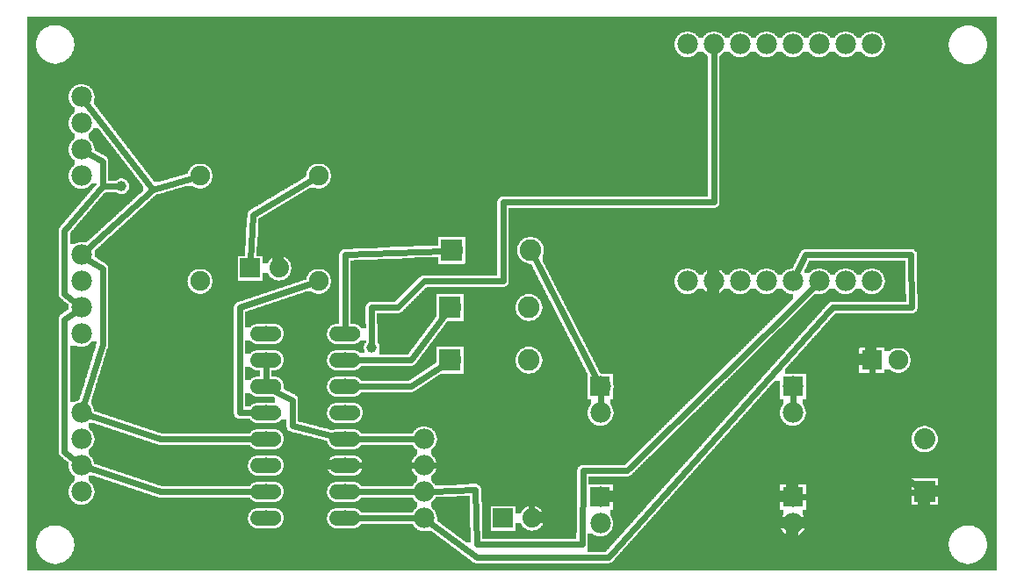
<source format=gbl>
G04 MADE WITH FRITZING*
G04 WWW.FRITZING.ORG*
G04 DOUBLE SIDED*
G04 HOLES PLATED*
G04 CONTOUR ON CENTER OF CONTOUR VECTOR*
%ASAXBY*%
%FSLAX23Y23*%
%MOIN*%
%OFA0B0*%
%SFA1.0B1.0*%
%ADD10C,0.075000*%
%ADD11C,0.039370*%
%ADD12C,0.078000*%
%ADD13C,0.082000*%
%ADD14C,0.074000*%
%ADD15C,0.080000*%
%ADD16C,0.058189*%
%ADD17C,0.077778*%
%ADD18R,0.075000X0.075000*%
%ADD19R,0.082000X0.082000*%
%ADD20R,0.079986X0.080000*%
%ADD21R,0.078000X0.078000*%
%ADD22C,0.024000*%
%ADD23R,0.001000X0.001000*%
%LNCOPPER0*%
G90*
G70*
G54D10*
X3365Y2055D03*
X1648Y262D03*
X2495Y481D03*
G54D11*
X396Y1501D03*
X1346Y889D03*
G54D12*
X244Y641D03*
X244Y541D03*
X244Y441D03*
X244Y341D03*
X244Y1241D03*
X244Y1141D03*
X244Y1041D03*
X244Y941D03*
X244Y1841D03*
X244Y1741D03*
X244Y1641D03*
X244Y1541D03*
X1544Y541D03*
X1544Y441D03*
X1544Y341D03*
X1544Y241D03*
G54D10*
X3244Y841D03*
X3344Y841D03*
G54D13*
X1644Y1041D03*
X1942Y1041D03*
X1644Y841D03*
X1942Y841D03*
X1651Y1258D03*
X1949Y1258D03*
G54D14*
X1844Y241D03*
X1954Y241D03*
X884Y1191D03*
X994Y1191D03*
G54D10*
X694Y1541D03*
X694Y1141D03*
X1144Y1541D03*
X1144Y1141D03*
G54D15*
X3444Y341D03*
X3444Y541D03*
G54D16*
X944Y941D03*
X944Y841D03*
X944Y341D03*
X944Y241D03*
X944Y741D03*
X944Y641D03*
X944Y441D03*
X944Y541D03*
X1244Y241D03*
X1244Y341D03*
X1244Y441D03*
X1244Y541D03*
X1244Y641D03*
X1244Y741D03*
X1244Y841D03*
X1244Y941D03*
G54D12*
X2944Y221D03*
X2944Y641D03*
X2214Y221D03*
X2214Y321D03*
X2214Y641D03*
X2944Y321D03*
X2944Y741D03*
X2214Y741D03*
G54D17*
X3244Y2041D03*
X3144Y2041D03*
X3044Y2041D03*
X2944Y2041D03*
X2844Y2041D03*
X2744Y2041D03*
X2644Y2041D03*
X2544Y2041D03*
X2544Y1141D03*
X2644Y1141D03*
X2744Y1141D03*
X2844Y1141D03*
X2944Y1141D03*
X3044Y1141D03*
X3144Y1141D03*
X3244Y1141D03*
G54D18*
X3244Y841D03*
G54D19*
X1643Y1041D03*
X1643Y841D03*
X1650Y1258D03*
G54D20*
X3444Y341D03*
G54D21*
X2213Y321D03*
X2944Y321D03*
X2944Y741D03*
X2213Y741D03*
G54D22*
X2944Y710D02*
X2944Y671D01*
D02*
X2214Y710D02*
X2214Y671D01*
D02*
X1964Y1230D02*
X2201Y767D01*
D02*
X844Y641D02*
X844Y1041D01*
D02*
X914Y641D02*
X844Y641D01*
D02*
X844Y1041D02*
X1117Y1132D01*
D02*
X1275Y541D02*
X1514Y541D01*
D02*
X1619Y1257D02*
X1244Y1241D01*
D02*
X1244Y1241D02*
X1244Y971D01*
D02*
X267Y1261D02*
X516Y1489D01*
X516Y1489D02*
X667Y1533D01*
D02*
X263Y1817D02*
X516Y1489D01*
D02*
X253Y669D02*
X324Y901D01*
X324Y901D02*
X324Y1189D01*
X324Y1189D02*
X270Y1224D01*
D02*
X544Y541D02*
X273Y631D01*
D02*
X914Y541D02*
X544Y541D01*
D02*
X221Y1060D02*
X180Y1093D01*
X180Y1093D02*
X180Y1333D01*
X180Y1333D02*
X324Y1501D01*
X324Y1501D02*
X377Y1501D01*
D02*
X271Y1626D02*
X324Y1597D01*
X324Y1597D02*
X324Y1501D01*
D02*
X221Y460D02*
X180Y493D01*
X180Y493D02*
X180Y997D01*
X180Y997D02*
X219Y1024D01*
D02*
X544Y341D02*
X273Y431D01*
D02*
X914Y341D02*
X544Y341D01*
D02*
X1275Y341D02*
X1514Y341D01*
D02*
X3024Y1120D02*
X2316Y421D01*
X2316Y421D02*
X2148Y421D01*
X2148Y421D02*
X2144Y141D01*
D02*
X1944Y141D02*
X1744Y141D01*
D02*
X2144Y141D02*
X1944Y141D01*
D02*
X1744Y141D02*
X1740Y349D01*
X1740Y349D02*
X1575Y342D01*
D02*
X1275Y241D02*
X1514Y241D01*
D02*
X2957Y1167D02*
X2993Y1241D01*
D02*
X2993Y1241D02*
X3393Y1241D01*
D02*
X3393Y1241D02*
X3396Y1041D01*
D02*
X3396Y1041D02*
X3096Y1041D01*
D02*
X3096Y1041D02*
X2244Y92D01*
D02*
X2244Y92D02*
X2044Y91D01*
D02*
X2044Y91D02*
X1744Y91D01*
D02*
X1744Y91D02*
X1569Y223D01*
D02*
X1944Y441D02*
X1953Y272D01*
D02*
X1275Y441D02*
X1514Y441D01*
D02*
X3413Y339D02*
X2975Y322D01*
D02*
X896Y1392D02*
X1120Y1526D01*
D02*
X886Y1222D02*
X896Y1392D01*
D02*
X1575Y441D02*
X1944Y441D01*
D02*
X1346Y908D02*
X1344Y1041D01*
D02*
X1344Y1041D02*
X1344Y1041D01*
D02*
X1044Y690D02*
X1044Y591D01*
D02*
X1044Y591D02*
X1215Y548D01*
D02*
X971Y727D02*
X1044Y690D01*
D02*
X1494Y741D02*
X1275Y741D01*
D02*
X1618Y823D02*
X1494Y741D01*
D02*
X1494Y841D02*
X1625Y1015D01*
D02*
X1275Y841D02*
X1494Y841D01*
D02*
X944Y771D02*
X944Y810D01*
D02*
X1344Y1041D02*
X1444Y1041D01*
D02*
X1844Y1141D02*
X1844Y1441D01*
D02*
X1544Y1141D02*
X1844Y1141D01*
D02*
X1444Y1041D02*
X1544Y1141D01*
D02*
X2644Y1441D02*
X2644Y2011D01*
D02*
X1844Y1441D02*
X2644Y1441D01*
D02*
X3244Y812D02*
X3245Y491D01*
D02*
X3245Y491D02*
X3420Y359D01*
G36*
X288Y1721D02*
X288Y1717D01*
X286Y1717D01*
X286Y1713D01*
X284Y1713D01*
X284Y1711D01*
X282Y1711D01*
X282Y1709D01*
X280Y1709D01*
X280Y1705D01*
X276Y1705D01*
X276Y1703D01*
X274Y1703D01*
X274Y1701D01*
X272Y1701D01*
X272Y1681D01*
X274Y1681D01*
X274Y1679D01*
X276Y1679D01*
X276Y1677D01*
X278Y1677D01*
X278Y1675D01*
X280Y1675D01*
X280Y1673D01*
X282Y1673D01*
X282Y1671D01*
X284Y1671D01*
X284Y1667D01*
X286Y1667D01*
X286Y1665D01*
X288Y1665D01*
X288Y1661D01*
X290Y1661D01*
X290Y1655D01*
X292Y1655D01*
X292Y1647D01*
X294Y1647D01*
X294Y1637D01*
X298Y1637D01*
X298Y1635D01*
X302Y1635D01*
X302Y1633D01*
X306Y1633D01*
X306Y1631D01*
X310Y1631D01*
X310Y1629D01*
X314Y1629D01*
X314Y1627D01*
X316Y1627D01*
X316Y1625D01*
X320Y1625D01*
X320Y1623D01*
X324Y1623D01*
X324Y1621D01*
X328Y1621D01*
X328Y1619D01*
X332Y1619D01*
X332Y1617D01*
X336Y1617D01*
X336Y1615D01*
X338Y1615D01*
X338Y1613D01*
X340Y1613D01*
X340Y1611D01*
X342Y1611D01*
X342Y1607D01*
X344Y1607D01*
X344Y1603D01*
X346Y1603D01*
X346Y1531D01*
X402Y1531D01*
X402Y1529D01*
X408Y1529D01*
X408Y1527D01*
X412Y1527D01*
X412Y1525D01*
X414Y1525D01*
X414Y1523D01*
X416Y1523D01*
X416Y1521D01*
X418Y1521D01*
X418Y1519D01*
X420Y1519D01*
X420Y1517D01*
X422Y1517D01*
X422Y1513D01*
X424Y1513D01*
X424Y1507D01*
X426Y1507D01*
X426Y1495D01*
X424Y1495D01*
X424Y1489D01*
X422Y1489D01*
X422Y1485D01*
X420Y1485D01*
X420Y1483D01*
X418Y1483D01*
X418Y1481D01*
X416Y1481D01*
X416Y1479D01*
X414Y1479D01*
X414Y1477D01*
X412Y1477D01*
X412Y1475D01*
X408Y1475D01*
X408Y1473D01*
X402Y1473D01*
X402Y1471D01*
X464Y1471D01*
X464Y1473D01*
X468Y1473D01*
X468Y1475D01*
X470Y1475D01*
X470Y1477D01*
X472Y1477D01*
X472Y1479D01*
X474Y1479D01*
X474Y1481D01*
X476Y1481D01*
X476Y1483D01*
X478Y1483D01*
X478Y1503D01*
X476Y1503D01*
X476Y1507D01*
X474Y1507D01*
X474Y1509D01*
X472Y1509D01*
X472Y1511D01*
X470Y1511D01*
X470Y1513D01*
X468Y1513D01*
X468Y1517D01*
X466Y1517D01*
X466Y1519D01*
X464Y1519D01*
X464Y1521D01*
X462Y1521D01*
X462Y1525D01*
X460Y1525D01*
X460Y1527D01*
X458Y1527D01*
X458Y1529D01*
X456Y1529D01*
X456Y1531D01*
X454Y1531D01*
X454Y1535D01*
X452Y1535D01*
X452Y1537D01*
X450Y1537D01*
X450Y1539D01*
X448Y1539D01*
X448Y1543D01*
X446Y1543D01*
X446Y1545D01*
X444Y1545D01*
X444Y1547D01*
X442Y1547D01*
X442Y1551D01*
X440Y1551D01*
X440Y1553D01*
X438Y1553D01*
X438Y1555D01*
X436Y1555D01*
X436Y1557D01*
X434Y1557D01*
X434Y1561D01*
X432Y1561D01*
X432Y1563D01*
X430Y1563D01*
X430Y1565D01*
X428Y1565D01*
X428Y1569D01*
X426Y1569D01*
X426Y1571D01*
X424Y1571D01*
X424Y1573D01*
X422Y1573D01*
X422Y1575D01*
X420Y1575D01*
X420Y1579D01*
X418Y1579D01*
X418Y1581D01*
X416Y1581D01*
X416Y1583D01*
X414Y1583D01*
X414Y1587D01*
X412Y1587D01*
X412Y1589D01*
X410Y1589D01*
X410Y1591D01*
X408Y1591D01*
X408Y1595D01*
X406Y1595D01*
X406Y1597D01*
X404Y1597D01*
X404Y1599D01*
X402Y1599D01*
X402Y1601D01*
X400Y1601D01*
X400Y1605D01*
X398Y1605D01*
X398Y1607D01*
X396Y1607D01*
X396Y1609D01*
X394Y1609D01*
X394Y1613D01*
X392Y1613D01*
X392Y1615D01*
X390Y1615D01*
X390Y1617D01*
X388Y1617D01*
X388Y1621D01*
X386Y1621D01*
X386Y1623D01*
X384Y1623D01*
X384Y1625D01*
X382Y1625D01*
X382Y1627D01*
X380Y1627D01*
X380Y1631D01*
X378Y1631D01*
X378Y1633D01*
X376Y1633D01*
X376Y1635D01*
X374Y1635D01*
X374Y1639D01*
X372Y1639D01*
X372Y1641D01*
X370Y1641D01*
X370Y1643D01*
X368Y1643D01*
X368Y1645D01*
X366Y1645D01*
X366Y1649D01*
X364Y1649D01*
X364Y1651D01*
X362Y1651D01*
X362Y1653D01*
X360Y1653D01*
X360Y1657D01*
X358Y1657D01*
X358Y1659D01*
X356Y1659D01*
X356Y1661D01*
X354Y1661D01*
X354Y1665D01*
X352Y1665D01*
X352Y1667D01*
X350Y1667D01*
X350Y1669D01*
X348Y1669D01*
X348Y1671D01*
X346Y1671D01*
X346Y1675D01*
X344Y1675D01*
X344Y1677D01*
X342Y1677D01*
X342Y1679D01*
X340Y1679D01*
X340Y1683D01*
X338Y1683D01*
X338Y1685D01*
X336Y1685D01*
X336Y1687D01*
X334Y1687D01*
X334Y1689D01*
X332Y1689D01*
X332Y1693D01*
X330Y1693D01*
X330Y1695D01*
X328Y1695D01*
X328Y1697D01*
X326Y1697D01*
X326Y1701D01*
X324Y1701D01*
X324Y1703D01*
X322Y1703D01*
X322Y1705D01*
X320Y1705D01*
X320Y1709D01*
X318Y1709D01*
X318Y1711D01*
X316Y1711D01*
X316Y1713D01*
X314Y1713D01*
X314Y1715D01*
X312Y1715D01*
X312Y1719D01*
X310Y1719D01*
X310Y1721D01*
X288Y1721D01*
G37*
D02*
G36*
X346Y1531D02*
X346Y1523D01*
X378Y1523D01*
X378Y1525D01*
X380Y1525D01*
X380Y1527D01*
X384Y1527D01*
X384Y1529D01*
X390Y1529D01*
X390Y1531D01*
X346Y1531D01*
G37*
D02*
G36*
X334Y1479D02*
X334Y1477D01*
X332Y1477D01*
X332Y1475D01*
X330Y1475D01*
X330Y1473D01*
X328Y1473D01*
X328Y1471D01*
X390Y1471D01*
X390Y1473D01*
X384Y1473D01*
X384Y1475D01*
X380Y1475D01*
X380Y1477D01*
X378Y1477D01*
X378Y1479D01*
X334Y1479D01*
G37*
D02*
G36*
X326Y1471D02*
X326Y1469D01*
X462Y1469D01*
X462Y1471D01*
X326Y1471D01*
G37*
D02*
G36*
X326Y1471D02*
X326Y1469D01*
X462Y1469D01*
X462Y1471D01*
X326Y1471D01*
G37*
D02*
G36*
X324Y1469D02*
X324Y1467D01*
X322Y1467D01*
X322Y1463D01*
X320Y1463D01*
X320Y1461D01*
X318Y1461D01*
X318Y1459D01*
X316Y1459D01*
X316Y1457D01*
X314Y1457D01*
X314Y1455D01*
X312Y1455D01*
X312Y1453D01*
X310Y1453D01*
X310Y1449D01*
X308Y1449D01*
X308Y1447D01*
X306Y1447D01*
X306Y1445D01*
X304Y1445D01*
X304Y1443D01*
X302Y1443D01*
X302Y1441D01*
X300Y1441D01*
X300Y1439D01*
X298Y1439D01*
X298Y1435D01*
X296Y1435D01*
X296Y1433D01*
X294Y1433D01*
X294Y1431D01*
X292Y1431D01*
X292Y1429D01*
X290Y1429D01*
X290Y1427D01*
X288Y1427D01*
X288Y1425D01*
X286Y1425D01*
X286Y1421D01*
X284Y1421D01*
X284Y1419D01*
X282Y1419D01*
X282Y1417D01*
X280Y1417D01*
X280Y1415D01*
X278Y1415D01*
X278Y1413D01*
X276Y1413D01*
X276Y1411D01*
X274Y1411D01*
X274Y1407D01*
X272Y1407D01*
X272Y1405D01*
X270Y1405D01*
X270Y1403D01*
X268Y1403D01*
X268Y1401D01*
X266Y1401D01*
X266Y1399D01*
X264Y1399D01*
X264Y1397D01*
X262Y1397D01*
X262Y1393D01*
X260Y1393D01*
X260Y1391D01*
X258Y1391D01*
X258Y1389D01*
X256Y1389D01*
X256Y1387D01*
X254Y1387D01*
X254Y1385D01*
X252Y1385D01*
X252Y1383D01*
X250Y1383D01*
X250Y1379D01*
X248Y1379D01*
X248Y1377D01*
X246Y1377D01*
X246Y1375D01*
X244Y1375D01*
X244Y1373D01*
X242Y1373D01*
X242Y1371D01*
X240Y1371D01*
X240Y1369D01*
X238Y1369D01*
X238Y1365D01*
X236Y1365D01*
X236Y1363D01*
X234Y1363D01*
X234Y1361D01*
X232Y1361D01*
X232Y1359D01*
X230Y1359D01*
X230Y1357D01*
X228Y1357D01*
X228Y1355D01*
X226Y1355D01*
X226Y1351D01*
X224Y1351D01*
X224Y1349D01*
X222Y1349D01*
X222Y1347D01*
X220Y1347D01*
X220Y1345D01*
X218Y1345D01*
X218Y1343D01*
X216Y1343D01*
X216Y1341D01*
X214Y1341D01*
X214Y1337D01*
X212Y1337D01*
X212Y1335D01*
X210Y1335D01*
X210Y1333D01*
X208Y1333D01*
X208Y1331D01*
X206Y1331D01*
X206Y1329D01*
X204Y1329D01*
X204Y1327D01*
X202Y1327D01*
X202Y1283D01*
X222Y1283D01*
X222Y1285D01*
X226Y1285D01*
X226Y1287D01*
X232Y1287D01*
X232Y1289D01*
X266Y1289D01*
X266Y1291D01*
X268Y1291D01*
X268Y1293D01*
X270Y1293D01*
X270Y1295D01*
X272Y1295D01*
X272Y1297D01*
X274Y1297D01*
X274Y1299D01*
X276Y1299D01*
X276Y1301D01*
X278Y1301D01*
X278Y1303D01*
X282Y1303D01*
X282Y1305D01*
X284Y1305D01*
X284Y1307D01*
X286Y1307D01*
X286Y1309D01*
X288Y1309D01*
X288Y1311D01*
X290Y1311D01*
X290Y1313D01*
X292Y1313D01*
X292Y1315D01*
X294Y1315D01*
X294Y1317D01*
X296Y1317D01*
X296Y1319D01*
X298Y1319D01*
X298Y1321D01*
X300Y1321D01*
X300Y1323D01*
X304Y1323D01*
X304Y1325D01*
X306Y1325D01*
X306Y1327D01*
X308Y1327D01*
X308Y1329D01*
X310Y1329D01*
X310Y1331D01*
X312Y1331D01*
X312Y1333D01*
X314Y1333D01*
X314Y1335D01*
X316Y1335D01*
X316Y1337D01*
X318Y1337D01*
X318Y1339D01*
X320Y1339D01*
X320Y1341D01*
X322Y1341D01*
X322Y1343D01*
X324Y1343D01*
X324Y1345D01*
X328Y1345D01*
X328Y1347D01*
X330Y1347D01*
X330Y1349D01*
X332Y1349D01*
X332Y1351D01*
X334Y1351D01*
X334Y1353D01*
X336Y1353D01*
X336Y1355D01*
X338Y1355D01*
X338Y1357D01*
X340Y1357D01*
X340Y1359D01*
X342Y1359D01*
X342Y1361D01*
X344Y1361D01*
X344Y1363D01*
X346Y1363D01*
X346Y1365D01*
X348Y1365D01*
X348Y1367D01*
X352Y1367D01*
X352Y1369D01*
X354Y1369D01*
X354Y1371D01*
X356Y1371D01*
X356Y1373D01*
X358Y1373D01*
X358Y1375D01*
X360Y1375D01*
X360Y1377D01*
X362Y1377D01*
X362Y1379D01*
X364Y1379D01*
X364Y1381D01*
X366Y1381D01*
X366Y1383D01*
X368Y1383D01*
X368Y1385D01*
X370Y1385D01*
X370Y1387D01*
X374Y1387D01*
X374Y1389D01*
X376Y1389D01*
X376Y1391D01*
X378Y1391D01*
X378Y1393D01*
X380Y1393D01*
X380Y1395D01*
X382Y1395D01*
X382Y1397D01*
X384Y1397D01*
X384Y1399D01*
X386Y1399D01*
X386Y1401D01*
X388Y1401D01*
X388Y1403D01*
X390Y1403D01*
X390Y1405D01*
X392Y1405D01*
X392Y1407D01*
X394Y1407D01*
X394Y1409D01*
X398Y1409D01*
X398Y1411D01*
X400Y1411D01*
X400Y1413D01*
X402Y1413D01*
X402Y1415D01*
X404Y1415D01*
X404Y1417D01*
X406Y1417D01*
X406Y1419D01*
X408Y1419D01*
X408Y1421D01*
X410Y1421D01*
X410Y1423D01*
X412Y1423D01*
X412Y1425D01*
X414Y1425D01*
X414Y1427D01*
X416Y1427D01*
X416Y1429D01*
X418Y1429D01*
X418Y1431D01*
X422Y1431D01*
X422Y1433D01*
X424Y1433D01*
X424Y1435D01*
X426Y1435D01*
X426Y1437D01*
X428Y1437D01*
X428Y1439D01*
X430Y1439D01*
X430Y1441D01*
X432Y1441D01*
X432Y1443D01*
X434Y1443D01*
X434Y1445D01*
X436Y1445D01*
X436Y1447D01*
X438Y1447D01*
X438Y1449D01*
X440Y1449D01*
X440Y1451D01*
X442Y1451D01*
X442Y1453D01*
X446Y1453D01*
X446Y1455D01*
X448Y1455D01*
X448Y1457D01*
X450Y1457D01*
X450Y1459D01*
X452Y1459D01*
X452Y1461D01*
X454Y1461D01*
X454Y1463D01*
X456Y1463D01*
X456Y1465D01*
X458Y1465D01*
X458Y1467D01*
X460Y1467D01*
X460Y1469D01*
X324Y1469D01*
G37*
D02*
G36*
X282Y911D02*
X282Y909D01*
X280Y909D01*
X280Y905D01*
X276Y905D01*
X276Y903D01*
X274Y903D01*
X274Y901D01*
X272Y901D01*
X272Y899D01*
X268Y899D01*
X268Y897D01*
X264Y897D01*
X264Y895D01*
X258Y895D01*
X258Y893D01*
X250Y893D01*
X250Y891D01*
X298Y891D01*
X298Y895D01*
X300Y895D01*
X300Y901D01*
X302Y901D01*
X302Y911D01*
X282Y911D01*
G37*
D02*
G36*
X202Y897D02*
X202Y891D01*
X238Y891D01*
X238Y893D01*
X230Y893D01*
X230Y895D01*
X224Y895D01*
X224Y897D01*
X202Y897D01*
G37*
D02*
G36*
X202Y891D02*
X202Y889D01*
X298Y889D01*
X298Y891D01*
X202Y891D01*
G37*
D02*
G36*
X202Y891D02*
X202Y889D01*
X298Y889D01*
X298Y891D01*
X202Y891D01*
G37*
D02*
G36*
X202Y889D02*
X202Y683D01*
X222Y683D01*
X222Y685D01*
X226Y685D01*
X226Y687D01*
X232Y687D01*
X232Y689D01*
X236Y689D01*
X236Y691D01*
X238Y691D01*
X238Y699D01*
X240Y699D01*
X240Y705D01*
X242Y705D01*
X242Y711D01*
X244Y711D01*
X244Y717D01*
X246Y717D01*
X246Y725D01*
X248Y725D01*
X248Y731D01*
X250Y731D01*
X250Y737D01*
X252Y737D01*
X252Y743D01*
X254Y743D01*
X254Y751D01*
X256Y751D01*
X256Y757D01*
X258Y757D01*
X258Y763D01*
X260Y763D01*
X260Y771D01*
X262Y771D01*
X262Y777D01*
X264Y777D01*
X264Y783D01*
X266Y783D01*
X266Y789D01*
X268Y789D01*
X268Y797D01*
X270Y797D01*
X270Y803D01*
X272Y803D01*
X272Y809D01*
X274Y809D01*
X274Y815D01*
X276Y815D01*
X276Y823D01*
X278Y823D01*
X278Y829D01*
X280Y829D01*
X280Y835D01*
X282Y835D01*
X282Y843D01*
X284Y843D01*
X284Y849D01*
X286Y849D01*
X286Y855D01*
X288Y855D01*
X288Y861D01*
X290Y861D01*
X290Y869D01*
X292Y869D01*
X292Y875D01*
X294Y875D01*
X294Y881D01*
X296Y881D01*
X296Y887D01*
X298Y887D01*
X298Y889D01*
X202Y889D01*
G37*
D02*
G36*
X866Y817D02*
X866Y765D01*
X886Y765D01*
X886Y767D01*
X888Y767D01*
X888Y769D01*
X890Y769D01*
X890Y771D01*
X892Y771D01*
X892Y773D01*
X896Y773D01*
X896Y775D01*
X900Y775D01*
X900Y777D01*
X906Y777D01*
X906Y779D01*
X922Y779D01*
X922Y801D01*
X910Y801D01*
X910Y803D01*
X902Y803D01*
X902Y805D01*
X898Y805D01*
X898Y807D01*
X894Y807D01*
X894Y809D01*
X892Y809D01*
X892Y811D01*
X888Y811D01*
X888Y813D01*
X886Y813D01*
X886Y817D01*
X866Y817D01*
G37*
D02*
G36*
X866Y717D02*
X866Y665D01*
X886Y665D01*
X886Y667D01*
X888Y667D01*
X888Y669D01*
X890Y669D01*
X890Y671D01*
X892Y671D01*
X892Y673D01*
X896Y673D01*
X896Y675D01*
X900Y675D01*
X900Y677D01*
X906Y677D01*
X906Y679D01*
X980Y679D01*
X980Y699D01*
X976Y699D01*
X976Y701D01*
X910Y701D01*
X910Y703D01*
X902Y703D01*
X902Y705D01*
X898Y705D01*
X898Y707D01*
X894Y707D01*
X894Y709D01*
X892Y709D01*
X892Y711D01*
X888Y711D01*
X888Y713D01*
X886Y713D01*
X886Y717D01*
X866Y717D01*
G37*
D02*
G36*
X40Y2145D02*
X40Y2113D01*
X158Y2113D01*
X158Y2111D01*
X3624Y2111D01*
X3624Y2109D01*
X3632Y2109D01*
X3632Y2107D01*
X3638Y2107D01*
X3638Y2105D01*
X3642Y2105D01*
X3642Y2103D01*
X3646Y2103D01*
X3646Y2101D01*
X3648Y2101D01*
X3648Y2099D01*
X3652Y2099D01*
X3652Y2097D01*
X3654Y2097D01*
X3654Y2095D01*
X3656Y2095D01*
X3656Y2093D01*
X3660Y2093D01*
X3660Y2091D01*
X3662Y2091D01*
X3662Y2087D01*
X3664Y2087D01*
X3664Y2085D01*
X3666Y2085D01*
X3666Y2083D01*
X3668Y2083D01*
X3668Y2081D01*
X3670Y2081D01*
X3670Y2077D01*
X3672Y2077D01*
X3672Y2073D01*
X3674Y2073D01*
X3674Y2069D01*
X3676Y2069D01*
X3676Y2065D01*
X3678Y2065D01*
X3678Y2059D01*
X3680Y2059D01*
X3680Y2051D01*
X3682Y2051D01*
X3682Y2027D01*
X3680Y2027D01*
X3680Y2017D01*
X3678Y2017D01*
X3678Y2013D01*
X3676Y2013D01*
X3676Y2007D01*
X3674Y2007D01*
X3674Y2003D01*
X3672Y2003D01*
X3672Y2001D01*
X3670Y2001D01*
X3670Y1997D01*
X3668Y1997D01*
X3668Y1995D01*
X3666Y1995D01*
X3666Y1991D01*
X3664Y1991D01*
X3664Y1989D01*
X3662Y1989D01*
X3662Y1987D01*
X3660Y1987D01*
X3660Y1985D01*
X3658Y1985D01*
X3658Y1983D01*
X3656Y1983D01*
X3656Y1981D01*
X3652Y1981D01*
X3652Y1979D01*
X3650Y1979D01*
X3650Y1977D01*
X3646Y1977D01*
X3646Y1975D01*
X3642Y1975D01*
X3642Y1973D01*
X3638Y1973D01*
X3638Y1971D01*
X3634Y1971D01*
X3634Y1969D01*
X3626Y1969D01*
X3626Y1967D01*
X3614Y1967D01*
X3614Y1965D01*
X3718Y1965D01*
X3718Y2145D01*
X40Y2145D01*
G37*
D02*
G36*
X40Y2113D02*
X40Y1967D01*
X138Y1967D01*
X138Y1969D01*
X126Y1969D01*
X126Y1971D01*
X120Y1971D01*
X120Y1973D01*
X116Y1973D01*
X116Y1975D01*
X110Y1975D01*
X110Y1977D01*
X108Y1977D01*
X108Y1979D01*
X104Y1979D01*
X104Y1981D01*
X102Y1981D01*
X102Y1983D01*
X98Y1983D01*
X98Y1985D01*
X96Y1985D01*
X96Y1987D01*
X94Y1987D01*
X94Y1989D01*
X92Y1989D01*
X92Y1991D01*
X90Y1991D01*
X90Y1993D01*
X88Y1993D01*
X88Y1995D01*
X86Y1995D01*
X86Y1999D01*
X84Y1999D01*
X84Y2001D01*
X82Y2001D01*
X82Y2005D01*
X80Y2005D01*
X80Y2009D01*
X78Y2009D01*
X78Y2013D01*
X76Y2013D01*
X76Y2019D01*
X74Y2019D01*
X74Y2027D01*
X72Y2027D01*
X72Y2055D01*
X74Y2055D01*
X74Y2063D01*
X76Y2063D01*
X76Y2067D01*
X78Y2067D01*
X78Y2073D01*
X80Y2073D01*
X80Y2077D01*
X82Y2077D01*
X82Y2079D01*
X84Y2079D01*
X84Y2083D01*
X86Y2083D01*
X86Y2085D01*
X88Y2085D01*
X88Y2087D01*
X90Y2087D01*
X90Y2091D01*
X92Y2091D01*
X92Y2093D01*
X94Y2093D01*
X94Y2095D01*
X98Y2095D01*
X98Y2097D01*
X100Y2097D01*
X100Y2099D01*
X102Y2099D01*
X102Y2101D01*
X106Y2101D01*
X106Y2103D01*
X108Y2103D01*
X108Y2105D01*
X112Y2105D01*
X112Y2107D01*
X118Y2107D01*
X118Y2109D01*
X122Y2109D01*
X122Y2111D01*
X130Y2111D01*
X130Y2113D01*
X40Y2113D01*
G37*
D02*
G36*
X166Y2111D02*
X166Y2109D01*
X172Y2109D01*
X172Y2107D01*
X176Y2107D01*
X176Y2105D01*
X180Y2105D01*
X180Y2103D01*
X184Y2103D01*
X184Y2101D01*
X186Y2101D01*
X186Y2099D01*
X190Y2099D01*
X190Y2097D01*
X192Y2097D01*
X192Y2095D01*
X194Y2095D01*
X194Y2093D01*
X196Y2093D01*
X196Y2091D01*
X198Y2091D01*
X198Y2089D01*
X3256Y2089D01*
X3256Y2087D01*
X3262Y2087D01*
X3262Y2085D01*
X3266Y2085D01*
X3266Y2083D01*
X3270Y2083D01*
X3270Y2081D01*
X3274Y2081D01*
X3274Y2079D01*
X3276Y2079D01*
X3276Y2077D01*
X3278Y2077D01*
X3278Y2075D01*
X3280Y2075D01*
X3280Y2073D01*
X3282Y2073D01*
X3282Y2071D01*
X3284Y2071D01*
X3284Y2067D01*
X3286Y2067D01*
X3286Y2065D01*
X3288Y2065D01*
X3288Y2061D01*
X3290Y2061D01*
X3290Y2055D01*
X3292Y2055D01*
X3292Y2045D01*
X3294Y2045D01*
X3294Y2035D01*
X3292Y2035D01*
X3292Y2027D01*
X3290Y2027D01*
X3290Y2021D01*
X3288Y2021D01*
X3288Y2017D01*
X3286Y2017D01*
X3286Y2013D01*
X3284Y2013D01*
X3284Y2011D01*
X3282Y2011D01*
X3282Y2009D01*
X3280Y2009D01*
X3280Y2007D01*
X3278Y2007D01*
X3278Y2005D01*
X3276Y2005D01*
X3276Y2003D01*
X3274Y2003D01*
X3274Y2001D01*
X3272Y2001D01*
X3272Y1999D01*
X3268Y1999D01*
X3268Y1997D01*
X3264Y1997D01*
X3264Y1995D01*
X3258Y1995D01*
X3258Y1993D01*
X3250Y1993D01*
X3250Y1991D01*
X3554Y1991D01*
X3554Y1993D01*
X3552Y1993D01*
X3552Y1995D01*
X3550Y1995D01*
X3550Y1997D01*
X3548Y1997D01*
X3548Y2001D01*
X3546Y2001D01*
X3546Y2005D01*
X3544Y2005D01*
X3544Y2009D01*
X3542Y2009D01*
X3542Y2013D01*
X3540Y2013D01*
X3540Y2019D01*
X3538Y2019D01*
X3538Y2029D01*
X3536Y2029D01*
X3536Y2049D01*
X3538Y2049D01*
X3538Y2057D01*
X3540Y2057D01*
X3540Y2063D01*
X3542Y2063D01*
X3542Y2069D01*
X3544Y2069D01*
X3544Y2073D01*
X3546Y2073D01*
X3546Y2077D01*
X3548Y2077D01*
X3548Y2079D01*
X3550Y2079D01*
X3550Y2083D01*
X3552Y2083D01*
X3552Y2085D01*
X3554Y2085D01*
X3554Y2087D01*
X3556Y2087D01*
X3556Y2089D01*
X3558Y2089D01*
X3558Y2091D01*
X3560Y2091D01*
X3560Y2093D01*
X3562Y2093D01*
X3562Y2095D01*
X3564Y2095D01*
X3564Y2097D01*
X3566Y2097D01*
X3566Y2099D01*
X3570Y2099D01*
X3570Y2101D01*
X3574Y2101D01*
X3574Y2103D01*
X3578Y2103D01*
X3578Y2105D01*
X3582Y2105D01*
X3582Y2107D01*
X3586Y2107D01*
X3586Y2109D01*
X3594Y2109D01*
X3594Y2111D01*
X166Y2111D01*
G37*
D02*
G36*
X200Y2089D02*
X200Y2087D01*
X202Y2087D01*
X202Y2083D01*
X204Y2083D01*
X204Y2081D01*
X206Y2081D01*
X206Y2077D01*
X208Y2077D01*
X208Y2075D01*
X210Y2075D01*
X210Y2069D01*
X212Y2069D01*
X212Y2065D01*
X214Y2065D01*
X214Y2059D01*
X216Y2059D01*
X216Y2047D01*
X218Y2047D01*
X218Y2033D01*
X216Y2033D01*
X216Y2023D01*
X214Y2023D01*
X214Y2017D01*
X212Y2017D01*
X212Y2011D01*
X210Y2011D01*
X210Y2007D01*
X208Y2007D01*
X208Y2003D01*
X206Y2003D01*
X206Y2001D01*
X204Y2001D01*
X204Y1997D01*
X202Y1997D01*
X202Y1995D01*
X200Y1995D01*
X200Y1993D01*
X198Y1993D01*
X198Y1991D01*
X2540Y1991D01*
X2540Y1993D01*
X2530Y1993D01*
X2530Y1995D01*
X2524Y1995D01*
X2524Y1997D01*
X2520Y1997D01*
X2520Y1999D01*
X2518Y1999D01*
X2518Y2001D01*
X2514Y2001D01*
X2514Y2003D01*
X2512Y2003D01*
X2512Y2005D01*
X2510Y2005D01*
X2510Y2007D01*
X2508Y2007D01*
X2508Y2009D01*
X2506Y2009D01*
X2506Y2011D01*
X2504Y2011D01*
X2504Y2015D01*
X2502Y2015D01*
X2502Y2019D01*
X2500Y2019D01*
X2500Y2023D01*
X2498Y2023D01*
X2498Y2029D01*
X2496Y2029D01*
X2496Y2051D01*
X2498Y2051D01*
X2498Y2059D01*
X2500Y2059D01*
X2500Y2063D01*
X2502Y2063D01*
X2502Y2067D01*
X2504Y2067D01*
X2504Y2069D01*
X2506Y2069D01*
X2506Y2071D01*
X2508Y2071D01*
X2508Y2075D01*
X2510Y2075D01*
X2510Y2077D01*
X2514Y2077D01*
X2514Y2079D01*
X2516Y2079D01*
X2516Y2081D01*
X2518Y2081D01*
X2518Y2083D01*
X2522Y2083D01*
X2522Y2085D01*
X2526Y2085D01*
X2526Y2087D01*
X2534Y2087D01*
X2534Y2089D01*
X200Y2089D01*
G37*
D02*
G36*
X2556Y2089D02*
X2556Y2087D01*
X2562Y2087D01*
X2562Y2085D01*
X2566Y2085D01*
X2566Y2083D01*
X2570Y2083D01*
X2570Y2081D01*
X2574Y2081D01*
X2574Y2079D01*
X2576Y2079D01*
X2576Y2077D01*
X2578Y2077D01*
X2578Y2075D01*
X2580Y2075D01*
X2580Y2073D01*
X2582Y2073D01*
X2582Y2071D01*
X2584Y2071D01*
X2584Y2067D01*
X2604Y2067D01*
X2604Y2069D01*
X2606Y2069D01*
X2606Y2071D01*
X2608Y2071D01*
X2608Y2075D01*
X2610Y2075D01*
X2610Y2077D01*
X2614Y2077D01*
X2614Y2079D01*
X2616Y2079D01*
X2616Y2081D01*
X2618Y2081D01*
X2618Y2083D01*
X2622Y2083D01*
X2622Y2085D01*
X2626Y2085D01*
X2626Y2087D01*
X2634Y2087D01*
X2634Y2089D01*
X2556Y2089D01*
G37*
D02*
G36*
X2656Y2089D02*
X2656Y2087D01*
X2662Y2087D01*
X2662Y2085D01*
X2666Y2085D01*
X2666Y2083D01*
X2670Y2083D01*
X2670Y2081D01*
X2674Y2081D01*
X2674Y2079D01*
X2676Y2079D01*
X2676Y2077D01*
X2678Y2077D01*
X2678Y2075D01*
X2680Y2075D01*
X2680Y2073D01*
X2682Y2073D01*
X2682Y2071D01*
X2684Y2071D01*
X2684Y2067D01*
X2704Y2067D01*
X2704Y2069D01*
X2706Y2069D01*
X2706Y2071D01*
X2708Y2071D01*
X2708Y2075D01*
X2710Y2075D01*
X2710Y2077D01*
X2714Y2077D01*
X2714Y2079D01*
X2716Y2079D01*
X2716Y2081D01*
X2718Y2081D01*
X2718Y2083D01*
X2722Y2083D01*
X2722Y2085D01*
X2726Y2085D01*
X2726Y2087D01*
X2734Y2087D01*
X2734Y2089D01*
X2656Y2089D01*
G37*
D02*
G36*
X2756Y2089D02*
X2756Y2087D01*
X2762Y2087D01*
X2762Y2085D01*
X2766Y2085D01*
X2766Y2083D01*
X2770Y2083D01*
X2770Y2081D01*
X2774Y2081D01*
X2774Y2079D01*
X2776Y2079D01*
X2776Y2077D01*
X2778Y2077D01*
X2778Y2075D01*
X2780Y2075D01*
X2780Y2073D01*
X2782Y2073D01*
X2782Y2071D01*
X2784Y2071D01*
X2784Y2067D01*
X2804Y2067D01*
X2804Y2069D01*
X2806Y2069D01*
X2806Y2071D01*
X2808Y2071D01*
X2808Y2075D01*
X2810Y2075D01*
X2810Y2077D01*
X2814Y2077D01*
X2814Y2079D01*
X2816Y2079D01*
X2816Y2081D01*
X2818Y2081D01*
X2818Y2083D01*
X2822Y2083D01*
X2822Y2085D01*
X2826Y2085D01*
X2826Y2087D01*
X2834Y2087D01*
X2834Y2089D01*
X2756Y2089D01*
G37*
D02*
G36*
X2856Y2089D02*
X2856Y2087D01*
X2862Y2087D01*
X2862Y2085D01*
X2866Y2085D01*
X2866Y2083D01*
X2870Y2083D01*
X2870Y2081D01*
X2874Y2081D01*
X2874Y2079D01*
X2876Y2079D01*
X2876Y2077D01*
X2878Y2077D01*
X2878Y2075D01*
X2880Y2075D01*
X2880Y2073D01*
X2882Y2073D01*
X2882Y2071D01*
X2884Y2071D01*
X2884Y2067D01*
X2904Y2067D01*
X2904Y2069D01*
X2906Y2069D01*
X2906Y2071D01*
X2908Y2071D01*
X2908Y2075D01*
X2910Y2075D01*
X2910Y2077D01*
X2914Y2077D01*
X2914Y2079D01*
X2916Y2079D01*
X2916Y2081D01*
X2918Y2081D01*
X2918Y2083D01*
X2922Y2083D01*
X2922Y2085D01*
X2926Y2085D01*
X2926Y2087D01*
X2934Y2087D01*
X2934Y2089D01*
X2856Y2089D01*
G37*
D02*
G36*
X2956Y2089D02*
X2956Y2087D01*
X2962Y2087D01*
X2962Y2085D01*
X2966Y2085D01*
X2966Y2083D01*
X2970Y2083D01*
X2970Y2081D01*
X2974Y2081D01*
X2974Y2079D01*
X2976Y2079D01*
X2976Y2077D01*
X2978Y2077D01*
X2978Y2075D01*
X2980Y2075D01*
X2980Y2073D01*
X2982Y2073D01*
X2982Y2071D01*
X2984Y2071D01*
X2984Y2067D01*
X3004Y2067D01*
X3004Y2069D01*
X3006Y2069D01*
X3006Y2071D01*
X3008Y2071D01*
X3008Y2075D01*
X3010Y2075D01*
X3010Y2077D01*
X3014Y2077D01*
X3014Y2079D01*
X3016Y2079D01*
X3016Y2081D01*
X3018Y2081D01*
X3018Y2083D01*
X3022Y2083D01*
X3022Y2085D01*
X3026Y2085D01*
X3026Y2087D01*
X3034Y2087D01*
X3034Y2089D01*
X2956Y2089D01*
G37*
D02*
G36*
X3056Y2089D02*
X3056Y2087D01*
X3062Y2087D01*
X3062Y2085D01*
X3066Y2085D01*
X3066Y2083D01*
X3070Y2083D01*
X3070Y2081D01*
X3074Y2081D01*
X3074Y2079D01*
X3076Y2079D01*
X3076Y2077D01*
X3078Y2077D01*
X3078Y2075D01*
X3080Y2075D01*
X3080Y2073D01*
X3082Y2073D01*
X3082Y2071D01*
X3084Y2071D01*
X3084Y2067D01*
X3104Y2067D01*
X3104Y2069D01*
X3106Y2069D01*
X3106Y2071D01*
X3108Y2071D01*
X3108Y2075D01*
X3110Y2075D01*
X3110Y2077D01*
X3114Y2077D01*
X3114Y2079D01*
X3116Y2079D01*
X3116Y2081D01*
X3118Y2081D01*
X3118Y2083D01*
X3122Y2083D01*
X3122Y2085D01*
X3126Y2085D01*
X3126Y2087D01*
X3134Y2087D01*
X3134Y2089D01*
X3056Y2089D01*
G37*
D02*
G36*
X3156Y2089D02*
X3156Y2087D01*
X3162Y2087D01*
X3162Y2085D01*
X3166Y2085D01*
X3166Y2083D01*
X3170Y2083D01*
X3170Y2081D01*
X3174Y2081D01*
X3174Y2079D01*
X3176Y2079D01*
X3176Y2077D01*
X3178Y2077D01*
X3178Y2075D01*
X3180Y2075D01*
X3180Y2073D01*
X3182Y2073D01*
X3182Y2071D01*
X3184Y2071D01*
X3184Y2067D01*
X3204Y2067D01*
X3204Y2069D01*
X3206Y2069D01*
X3206Y2071D01*
X3208Y2071D01*
X3208Y2075D01*
X3210Y2075D01*
X3210Y2077D01*
X3214Y2077D01*
X3214Y2079D01*
X3216Y2079D01*
X3216Y2081D01*
X3218Y2081D01*
X3218Y2083D01*
X3222Y2083D01*
X3222Y2085D01*
X3226Y2085D01*
X3226Y2087D01*
X3234Y2087D01*
X3234Y2089D01*
X3156Y2089D01*
G37*
D02*
G36*
X2584Y2013D02*
X2584Y2011D01*
X2582Y2011D01*
X2582Y2009D01*
X2580Y2009D01*
X2580Y2007D01*
X2578Y2007D01*
X2578Y2005D01*
X2576Y2005D01*
X2576Y2003D01*
X2574Y2003D01*
X2574Y2001D01*
X2572Y2001D01*
X2572Y1999D01*
X2568Y1999D01*
X2568Y1997D01*
X2564Y1997D01*
X2564Y1995D01*
X2558Y1995D01*
X2558Y1993D01*
X2550Y1993D01*
X2550Y1991D01*
X2622Y1991D01*
X2622Y1997D01*
X2620Y1997D01*
X2620Y1999D01*
X2618Y1999D01*
X2618Y2001D01*
X2614Y2001D01*
X2614Y2003D01*
X2612Y2003D01*
X2612Y2005D01*
X2610Y2005D01*
X2610Y2007D01*
X2608Y2007D01*
X2608Y2009D01*
X2606Y2009D01*
X2606Y2011D01*
X2604Y2011D01*
X2604Y2013D01*
X2584Y2013D01*
G37*
D02*
G36*
X2684Y2013D02*
X2684Y2011D01*
X2682Y2011D01*
X2682Y2009D01*
X2680Y2009D01*
X2680Y2007D01*
X2678Y2007D01*
X2678Y2005D01*
X2676Y2005D01*
X2676Y2003D01*
X2674Y2003D01*
X2674Y2001D01*
X2672Y2001D01*
X2672Y1999D01*
X2668Y1999D01*
X2668Y1997D01*
X2666Y1997D01*
X2666Y1991D01*
X2740Y1991D01*
X2740Y1993D01*
X2730Y1993D01*
X2730Y1995D01*
X2724Y1995D01*
X2724Y1997D01*
X2720Y1997D01*
X2720Y1999D01*
X2718Y1999D01*
X2718Y2001D01*
X2714Y2001D01*
X2714Y2003D01*
X2712Y2003D01*
X2712Y2005D01*
X2710Y2005D01*
X2710Y2007D01*
X2708Y2007D01*
X2708Y2009D01*
X2706Y2009D01*
X2706Y2011D01*
X2704Y2011D01*
X2704Y2013D01*
X2684Y2013D01*
G37*
D02*
G36*
X2784Y2013D02*
X2784Y2011D01*
X2782Y2011D01*
X2782Y2009D01*
X2780Y2009D01*
X2780Y2007D01*
X2778Y2007D01*
X2778Y2005D01*
X2776Y2005D01*
X2776Y2003D01*
X2774Y2003D01*
X2774Y2001D01*
X2772Y2001D01*
X2772Y1999D01*
X2768Y1999D01*
X2768Y1997D01*
X2764Y1997D01*
X2764Y1995D01*
X2758Y1995D01*
X2758Y1993D01*
X2750Y1993D01*
X2750Y1991D01*
X2840Y1991D01*
X2840Y1993D01*
X2830Y1993D01*
X2830Y1995D01*
X2824Y1995D01*
X2824Y1997D01*
X2820Y1997D01*
X2820Y1999D01*
X2818Y1999D01*
X2818Y2001D01*
X2814Y2001D01*
X2814Y2003D01*
X2812Y2003D01*
X2812Y2005D01*
X2810Y2005D01*
X2810Y2007D01*
X2808Y2007D01*
X2808Y2009D01*
X2806Y2009D01*
X2806Y2011D01*
X2804Y2011D01*
X2804Y2013D01*
X2784Y2013D01*
G37*
D02*
G36*
X2884Y2013D02*
X2884Y2011D01*
X2882Y2011D01*
X2882Y2009D01*
X2880Y2009D01*
X2880Y2007D01*
X2878Y2007D01*
X2878Y2005D01*
X2876Y2005D01*
X2876Y2003D01*
X2874Y2003D01*
X2874Y2001D01*
X2872Y2001D01*
X2872Y1999D01*
X2868Y1999D01*
X2868Y1997D01*
X2864Y1997D01*
X2864Y1995D01*
X2858Y1995D01*
X2858Y1993D01*
X2850Y1993D01*
X2850Y1991D01*
X2940Y1991D01*
X2940Y1993D01*
X2930Y1993D01*
X2930Y1995D01*
X2924Y1995D01*
X2924Y1997D01*
X2920Y1997D01*
X2920Y1999D01*
X2918Y1999D01*
X2918Y2001D01*
X2914Y2001D01*
X2914Y2003D01*
X2912Y2003D01*
X2912Y2005D01*
X2910Y2005D01*
X2910Y2007D01*
X2908Y2007D01*
X2908Y2009D01*
X2906Y2009D01*
X2906Y2011D01*
X2904Y2011D01*
X2904Y2013D01*
X2884Y2013D01*
G37*
D02*
G36*
X2984Y2013D02*
X2984Y2011D01*
X2982Y2011D01*
X2982Y2009D01*
X2980Y2009D01*
X2980Y2007D01*
X2978Y2007D01*
X2978Y2005D01*
X2976Y2005D01*
X2976Y2003D01*
X2974Y2003D01*
X2974Y2001D01*
X2972Y2001D01*
X2972Y1999D01*
X2968Y1999D01*
X2968Y1997D01*
X2964Y1997D01*
X2964Y1995D01*
X2958Y1995D01*
X2958Y1993D01*
X2950Y1993D01*
X2950Y1991D01*
X3040Y1991D01*
X3040Y1993D01*
X3030Y1993D01*
X3030Y1995D01*
X3024Y1995D01*
X3024Y1997D01*
X3020Y1997D01*
X3020Y1999D01*
X3018Y1999D01*
X3018Y2001D01*
X3014Y2001D01*
X3014Y2003D01*
X3012Y2003D01*
X3012Y2005D01*
X3010Y2005D01*
X3010Y2007D01*
X3008Y2007D01*
X3008Y2009D01*
X3006Y2009D01*
X3006Y2011D01*
X3004Y2011D01*
X3004Y2013D01*
X2984Y2013D01*
G37*
D02*
G36*
X3084Y2013D02*
X3084Y2011D01*
X3082Y2011D01*
X3082Y2009D01*
X3080Y2009D01*
X3080Y2007D01*
X3078Y2007D01*
X3078Y2005D01*
X3076Y2005D01*
X3076Y2003D01*
X3074Y2003D01*
X3074Y2001D01*
X3072Y2001D01*
X3072Y1999D01*
X3068Y1999D01*
X3068Y1997D01*
X3064Y1997D01*
X3064Y1995D01*
X3058Y1995D01*
X3058Y1993D01*
X3050Y1993D01*
X3050Y1991D01*
X3140Y1991D01*
X3140Y1993D01*
X3130Y1993D01*
X3130Y1995D01*
X3124Y1995D01*
X3124Y1997D01*
X3120Y1997D01*
X3120Y1999D01*
X3118Y1999D01*
X3118Y2001D01*
X3114Y2001D01*
X3114Y2003D01*
X3112Y2003D01*
X3112Y2005D01*
X3110Y2005D01*
X3110Y2007D01*
X3108Y2007D01*
X3108Y2009D01*
X3106Y2009D01*
X3106Y2011D01*
X3104Y2011D01*
X3104Y2013D01*
X3084Y2013D01*
G37*
D02*
G36*
X3184Y2013D02*
X3184Y2011D01*
X3182Y2011D01*
X3182Y2009D01*
X3180Y2009D01*
X3180Y2007D01*
X3178Y2007D01*
X3178Y2005D01*
X3176Y2005D01*
X3176Y2003D01*
X3174Y2003D01*
X3174Y2001D01*
X3172Y2001D01*
X3172Y1999D01*
X3168Y1999D01*
X3168Y1997D01*
X3164Y1997D01*
X3164Y1995D01*
X3158Y1995D01*
X3158Y1993D01*
X3150Y1993D01*
X3150Y1991D01*
X3240Y1991D01*
X3240Y1993D01*
X3230Y1993D01*
X3230Y1995D01*
X3224Y1995D01*
X3224Y1997D01*
X3220Y1997D01*
X3220Y1999D01*
X3218Y1999D01*
X3218Y2001D01*
X3214Y2001D01*
X3214Y2003D01*
X3212Y2003D01*
X3212Y2005D01*
X3210Y2005D01*
X3210Y2007D01*
X3208Y2007D01*
X3208Y2009D01*
X3206Y2009D01*
X3206Y2011D01*
X3204Y2011D01*
X3204Y2013D01*
X3184Y2013D01*
G37*
D02*
G36*
X198Y1991D02*
X198Y1989D01*
X2622Y1989D01*
X2622Y1991D01*
X198Y1991D01*
G37*
D02*
G36*
X198Y1991D02*
X198Y1989D01*
X2622Y1989D01*
X2622Y1991D01*
X198Y1991D01*
G37*
D02*
G36*
X2666Y1991D02*
X2666Y1989D01*
X3556Y1989D01*
X3556Y1991D01*
X2666Y1991D01*
G37*
D02*
G36*
X2666Y1991D02*
X2666Y1989D01*
X3556Y1989D01*
X3556Y1991D01*
X2666Y1991D01*
G37*
D02*
G36*
X2666Y1991D02*
X2666Y1989D01*
X3556Y1989D01*
X3556Y1991D01*
X2666Y1991D01*
G37*
D02*
G36*
X2666Y1991D02*
X2666Y1989D01*
X3556Y1989D01*
X3556Y1991D01*
X2666Y1991D01*
G37*
D02*
G36*
X2666Y1991D02*
X2666Y1989D01*
X3556Y1989D01*
X3556Y1991D01*
X2666Y1991D01*
G37*
D02*
G36*
X2666Y1991D02*
X2666Y1989D01*
X3556Y1989D01*
X3556Y1991D01*
X2666Y1991D01*
G37*
D02*
G36*
X2666Y1991D02*
X2666Y1989D01*
X3556Y1989D01*
X3556Y1991D01*
X2666Y1991D01*
G37*
D02*
G36*
X196Y1989D02*
X196Y1987D01*
X192Y1987D01*
X192Y1985D01*
X190Y1985D01*
X190Y1983D01*
X188Y1983D01*
X188Y1981D01*
X184Y1981D01*
X184Y1979D01*
X182Y1979D01*
X182Y1977D01*
X178Y1977D01*
X178Y1975D01*
X174Y1975D01*
X174Y1973D01*
X168Y1973D01*
X168Y1971D01*
X162Y1971D01*
X162Y1969D01*
X152Y1969D01*
X152Y1967D01*
X2622Y1967D01*
X2622Y1989D01*
X196Y1989D01*
G37*
D02*
G36*
X2666Y1989D02*
X2666Y1965D01*
X3604Y1965D01*
X3604Y1967D01*
X3592Y1967D01*
X3592Y1969D01*
X3586Y1969D01*
X3586Y1971D01*
X3580Y1971D01*
X3580Y1973D01*
X3576Y1973D01*
X3576Y1975D01*
X3572Y1975D01*
X3572Y1977D01*
X3568Y1977D01*
X3568Y1979D01*
X3566Y1979D01*
X3566Y1981D01*
X3564Y1981D01*
X3564Y1983D01*
X3562Y1983D01*
X3562Y1985D01*
X3558Y1985D01*
X3558Y1987D01*
X3556Y1987D01*
X3556Y1989D01*
X2666Y1989D01*
G37*
D02*
G36*
X40Y1967D02*
X40Y1965D01*
X2622Y1965D01*
X2622Y1967D01*
X40Y1967D01*
G37*
D02*
G36*
X40Y1967D02*
X40Y1965D01*
X2622Y1965D01*
X2622Y1967D01*
X40Y1967D01*
G37*
D02*
G36*
X40Y1965D02*
X40Y1889D01*
X256Y1889D01*
X256Y1887D01*
X262Y1887D01*
X262Y1885D01*
X266Y1885D01*
X266Y1883D01*
X270Y1883D01*
X270Y1881D01*
X274Y1881D01*
X274Y1879D01*
X276Y1879D01*
X276Y1877D01*
X278Y1877D01*
X278Y1875D01*
X280Y1875D01*
X280Y1873D01*
X282Y1873D01*
X282Y1871D01*
X284Y1871D01*
X284Y1867D01*
X286Y1867D01*
X286Y1865D01*
X288Y1865D01*
X288Y1861D01*
X290Y1861D01*
X290Y1855D01*
X292Y1855D01*
X292Y1847D01*
X294Y1847D01*
X294Y1835D01*
X292Y1835D01*
X292Y1813D01*
X294Y1813D01*
X294Y1811D01*
X296Y1811D01*
X296Y1809D01*
X298Y1809D01*
X298Y1805D01*
X300Y1805D01*
X300Y1803D01*
X302Y1803D01*
X302Y1801D01*
X304Y1801D01*
X304Y1799D01*
X306Y1799D01*
X306Y1795D01*
X308Y1795D01*
X308Y1793D01*
X310Y1793D01*
X310Y1791D01*
X312Y1791D01*
X312Y1787D01*
X314Y1787D01*
X314Y1785D01*
X316Y1785D01*
X316Y1783D01*
X318Y1783D01*
X318Y1781D01*
X320Y1781D01*
X320Y1777D01*
X322Y1777D01*
X322Y1775D01*
X324Y1775D01*
X324Y1773D01*
X326Y1773D01*
X326Y1769D01*
X328Y1769D01*
X328Y1767D01*
X330Y1767D01*
X330Y1765D01*
X332Y1765D01*
X332Y1761D01*
X334Y1761D01*
X334Y1759D01*
X336Y1759D01*
X336Y1757D01*
X338Y1757D01*
X338Y1755D01*
X340Y1755D01*
X340Y1751D01*
X342Y1751D01*
X342Y1749D01*
X344Y1749D01*
X344Y1747D01*
X346Y1747D01*
X346Y1743D01*
X348Y1743D01*
X348Y1741D01*
X350Y1741D01*
X350Y1739D01*
X352Y1739D01*
X352Y1737D01*
X354Y1737D01*
X354Y1733D01*
X356Y1733D01*
X356Y1731D01*
X358Y1731D01*
X358Y1729D01*
X360Y1729D01*
X360Y1725D01*
X362Y1725D01*
X362Y1723D01*
X364Y1723D01*
X364Y1721D01*
X366Y1721D01*
X366Y1717D01*
X368Y1717D01*
X368Y1715D01*
X370Y1715D01*
X370Y1713D01*
X372Y1713D01*
X372Y1711D01*
X374Y1711D01*
X374Y1707D01*
X376Y1707D01*
X376Y1705D01*
X378Y1705D01*
X378Y1703D01*
X380Y1703D01*
X380Y1699D01*
X382Y1699D01*
X382Y1697D01*
X384Y1697D01*
X384Y1695D01*
X386Y1695D01*
X386Y1691D01*
X388Y1691D01*
X388Y1689D01*
X390Y1689D01*
X390Y1687D01*
X392Y1687D01*
X392Y1685D01*
X394Y1685D01*
X394Y1681D01*
X396Y1681D01*
X396Y1679D01*
X398Y1679D01*
X398Y1677D01*
X400Y1677D01*
X400Y1673D01*
X402Y1673D01*
X402Y1671D01*
X404Y1671D01*
X404Y1669D01*
X406Y1669D01*
X406Y1667D01*
X408Y1667D01*
X408Y1663D01*
X410Y1663D01*
X410Y1661D01*
X412Y1661D01*
X412Y1659D01*
X414Y1659D01*
X414Y1655D01*
X416Y1655D01*
X416Y1653D01*
X418Y1653D01*
X418Y1651D01*
X420Y1651D01*
X420Y1647D01*
X422Y1647D01*
X422Y1645D01*
X424Y1645D01*
X424Y1643D01*
X426Y1643D01*
X426Y1641D01*
X428Y1641D01*
X428Y1637D01*
X430Y1637D01*
X430Y1635D01*
X432Y1635D01*
X432Y1633D01*
X434Y1633D01*
X434Y1629D01*
X436Y1629D01*
X436Y1627D01*
X438Y1627D01*
X438Y1625D01*
X440Y1625D01*
X440Y1623D01*
X442Y1623D01*
X442Y1619D01*
X444Y1619D01*
X444Y1617D01*
X446Y1617D01*
X446Y1615D01*
X448Y1615D01*
X448Y1611D01*
X450Y1611D01*
X450Y1609D01*
X452Y1609D01*
X452Y1607D01*
X454Y1607D01*
X454Y1603D01*
X456Y1603D01*
X456Y1601D01*
X458Y1601D01*
X458Y1599D01*
X460Y1599D01*
X460Y1597D01*
X462Y1597D01*
X462Y1593D01*
X464Y1593D01*
X464Y1591D01*
X466Y1591D01*
X466Y1589D01*
X1146Y1589D01*
X1146Y1587D01*
X1158Y1587D01*
X1158Y1585D01*
X1164Y1585D01*
X1164Y1583D01*
X1168Y1583D01*
X1168Y1581D01*
X1170Y1581D01*
X1170Y1579D01*
X1174Y1579D01*
X1174Y1577D01*
X1176Y1577D01*
X1176Y1575D01*
X1178Y1575D01*
X1178Y1573D01*
X1180Y1573D01*
X1180Y1571D01*
X1182Y1571D01*
X1182Y1569D01*
X1184Y1569D01*
X1184Y1565D01*
X1186Y1565D01*
X1186Y1561D01*
X1188Y1561D01*
X1188Y1557D01*
X1190Y1557D01*
X1190Y1549D01*
X1192Y1549D01*
X1192Y1531D01*
X1190Y1531D01*
X1190Y1525D01*
X1188Y1525D01*
X1188Y1519D01*
X1186Y1519D01*
X1186Y1517D01*
X1184Y1517D01*
X1184Y1513D01*
X1182Y1513D01*
X1182Y1511D01*
X1180Y1511D01*
X1180Y1509D01*
X1178Y1509D01*
X1178Y1507D01*
X1176Y1507D01*
X1176Y1505D01*
X1174Y1505D01*
X1174Y1503D01*
X1172Y1503D01*
X1172Y1501D01*
X1168Y1501D01*
X1168Y1499D01*
X1166Y1499D01*
X1166Y1497D01*
X1160Y1497D01*
X1160Y1495D01*
X1154Y1495D01*
X1154Y1493D01*
X2622Y1493D01*
X2622Y1965D01*
X40Y1965D01*
G37*
D02*
G36*
X2666Y1965D02*
X2666Y1963D01*
X3718Y1963D01*
X3718Y1965D01*
X2666Y1965D01*
G37*
D02*
G36*
X2666Y1965D02*
X2666Y1963D01*
X3718Y1963D01*
X3718Y1965D01*
X2666Y1965D01*
G37*
D02*
G36*
X2666Y1963D02*
X2666Y1433D01*
X2664Y1433D01*
X2664Y1429D01*
X2662Y1429D01*
X2662Y1427D01*
X2660Y1427D01*
X2660Y1425D01*
X2658Y1425D01*
X2658Y1423D01*
X2656Y1423D01*
X2656Y1421D01*
X2652Y1421D01*
X2652Y1419D01*
X1866Y1419D01*
X1866Y1309D01*
X1960Y1309D01*
X1960Y1307D01*
X1968Y1307D01*
X1968Y1305D01*
X1972Y1305D01*
X1972Y1303D01*
X1974Y1303D01*
X1974Y1301D01*
X1978Y1301D01*
X1978Y1299D01*
X1980Y1299D01*
X1980Y1297D01*
X1984Y1297D01*
X1984Y1295D01*
X1986Y1295D01*
X1986Y1293D01*
X1988Y1293D01*
X1988Y1289D01*
X1990Y1289D01*
X1990Y1287D01*
X1992Y1287D01*
X1992Y1283D01*
X1994Y1283D01*
X1994Y1281D01*
X1996Y1281D01*
X1996Y1275D01*
X1998Y1275D01*
X1998Y1269D01*
X2000Y1269D01*
X2000Y1263D01*
X3398Y1263D01*
X3398Y1261D01*
X3404Y1261D01*
X3404Y1259D01*
X3406Y1259D01*
X3406Y1257D01*
X3408Y1257D01*
X3408Y1255D01*
X3410Y1255D01*
X3410Y1253D01*
X3412Y1253D01*
X3412Y1251D01*
X3414Y1251D01*
X3414Y1243D01*
X3416Y1243D01*
X3416Y1091D01*
X3418Y1091D01*
X3418Y1035D01*
X3416Y1035D01*
X3416Y1031D01*
X3414Y1031D01*
X3414Y1027D01*
X3412Y1027D01*
X3412Y1025D01*
X3410Y1025D01*
X3410Y1023D01*
X3408Y1023D01*
X3408Y1021D01*
X3404Y1021D01*
X3404Y1019D01*
X3104Y1019D01*
X3104Y1015D01*
X3102Y1015D01*
X3102Y1013D01*
X3100Y1013D01*
X3100Y1011D01*
X3098Y1011D01*
X3098Y1009D01*
X3096Y1009D01*
X3096Y1007D01*
X3094Y1007D01*
X3094Y1005D01*
X3092Y1005D01*
X3092Y1003D01*
X3090Y1003D01*
X3090Y1001D01*
X3088Y1001D01*
X3088Y999D01*
X3086Y999D01*
X3086Y995D01*
X3084Y995D01*
X3084Y993D01*
X3082Y993D01*
X3082Y991D01*
X3080Y991D01*
X3080Y989D01*
X3078Y989D01*
X3078Y987D01*
X3076Y987D01*
X3076Y985D01*
X3074Y985D01*
X3074Y983D01*
X3072Y983D01*
X3072Y981D01*
X3070Y981D01*
X3070Y979D01*
X3068Y979D01*
X3068Y975D01*
X3066Y975D01*
X3066Y973D01*
X3064Y973D01*
X3064Y971D01*
X3062Y971D01*
X3062Y969D01*
X3060Y969D01*
X3060Y967D01*
X3058Y967D01*
X3058Y965D01*
X3056Y965D01*
X3056Y963D01*
X3054Y963D01*
X3054Y961D01*
X3052Y961D01*
X3052Y957D01*
X3050Y957D01*
X3050Y955D01*
X3048Y955D01*
X3048Y953D01*
X3046Y953D01*
X3046Y951D01*
X3044Y951D01*
X3044Y949D01*
X3042Y949D01*
X3042Y947D01*
X3040Y947D01*
X3040Y945D01*
X3038Y945D01*
X3038Y943D01*
X3036Y943D01*
X3036Y941D01*
X3034Y941D01*
X3034Y937D01*
X3032Y937D01*
X3032Y935D01*
X3030Y935D01*
X3030Y933D01*
X3028Y933D01*
X3028Y931D01*
X3026Y931D01*
X3026Y929D01*
X3024Y929D01*
X3024Y927D01*
X3022Y927D01*
X3022Y925D01*
X3020Y925D01*
X3020Y923D01*
X3018Y923D01*
X3018Y921D01*
X3016Y921D01*
X3016Y917D01*
X3014Y917D01*
X3014Y915D01*
X3012Y915D01*
X3012Y913D01*
X3010Y913D01*
X3010Y911D01*
X3008Y911D01*
X3008Y909D01*
X3006Y909D01*
X3006Y907D01*
X3004Y907D01*
X3004Y905D01*
X3002Y905D01*
X3002Y903D01*
X3000Y903D01*
X3000Y899D01*
X2998Y899D01*
X2998Y897D01*
X2996Y897D01*
X2996Y895D01*
X2994Y895D01*
X2994Y893D01*
X2992Y893D01*
X2992Y891D01*
X2990Y891D01*
X2990Y889D01*
X3346Y889D01*
X3346Y887D01*
X3358Y887D01*
X3358Y885D01*
X3364Y885D01*
X3364Y883D01*
X3368Y883D01*
X3368Y881D01*
X3370Y881D01*
X3370Y879D01*
X3374Y879D01*
X3374Y877D01*
X3376Y877D01*
X3376Y875D01*
X3378Y875D01*
X3378Y873D01*
X3380Y873D01*
X3380Y871D01*
X3382Y871D01*
X3382Y869D01*
X3384Y869D01*
X3384Y865D01*
X3386Y865D01*
X3386Y861D01*
X3388Y861D01*
X3388Y857D01*
X3390Y857D01*
X3390Y849D01*
X3392Y849D01*
X3392Y831D01*
X3390Y831D01*
X3390Y825D01*
X3388Y825D01*
X3388Y819D01*
X3386Y819D01*
X3386Y817D01*
X3384Y817D01*
X3384Y813D01*
X3382Y813D01*
X3382Y811D01*
X3380Y811D01*
X3380Y809D01*
X3378Y809D01*
X3378Y807D01*
X3376Y807D01*
X3376Y805D01*
X3374Y805D01*
X3374Y803D01*
X3372Y803D01*
X3372Y801D01*
X3368Y801D01*
X3368Y799D01*
X3366Y799D01*
X3366Y797D01*
X3360Y797D01*
X3360Y795D01*
X3354Y795D01*
X3354Y793D01*
X3718Y793D01*
X3718Y1963D01*
X2666Y1963D01*
G37*
D02*
G36*
X40Y1889D02*
X40Y1491D01*
X238Y1491D01*
X238Y1493D01*
X230Y1493D01*
X230Y1495D01*
X224Y1495D01*
X224Y1497D01*
X220Y1497D01*
X220Y1499D01*
X218Y1499D01*
X218Y1501D01*
X214Y1501D01*
X214Y1503D01*
X212Y1503D01*
X212Y1505D01*
X210Y1505D01*
X210Y1507D01*
X208Y1507D01*
X208Y1509D01*
X206Y1509D01*
X206Y1511D01*
X204Y1511D01*
X204Y1515D01*
X202Y1515D01*
X202Y1519D01*
X200Y1519D01*
X200Y1523D01*
X198Y1523D01*
X198Y1529D01*
X196Y1529D01*
X196Y1553D01*
X198Y1553D01*
X198Y1559D01*
X200Y1559D01*
X200Y1563D01*
X202Y1563D01*
X202Y1567D01*
X204Y1567D01*
X204Y1569D01*
X206Y1569D01*
X206Y1571D01*
X208Y1571D01*
X208Y1575D01*
X210Y1575D01*
X210Y1577D01*
X214Y1577D01*
X214Y1579D01*
X216Y1579D01*
X216Y1581D01*
X218Y1581D01*
X218Y1601D01*
X214Y1601D01*
X214Y1603D01*
X212Y1603D01*
X212Y1605D01*
X210Y1605D01*
X210Y1607D01*
X208Y1607D01*
X208Y1609D01*
X206Y1609D01*
X206Y1611D01*
X204Y1611D01*
X204Y1615D01*
X202Y1615D01*
X202Y1619D01*
X200Y1619D01*
X200Y1623D01*
X198Y1623D01*
X198Y1629D01*
X196Y1629D01*
X196Y1653D01*
X198Y1653D01*
X198Y1659D01*
X200Y1659D01*
X200Y1663D01*
X202Y1663D01*
X202Y1667D01*
X204Y1667D01*
X204Y1669D01*
X206Y1669D01*
X206Y1671D01*
X208Y1671D01*
X208Y1675D01*
X210Y1675D01*
X210Y1677D01*
X214Y1677D01*
X214Y1679D01*
X216Y1679D01*
X216Y1681D01*
X218Y1681D01*
X218Y1701D01*
X214Y1701D01*
X214Y1703D01*
X212Y1703D01*
X212Y1705D01*
X210Y1705D01*
X210Y1707D01*
X208Y1707D01*
X208Y1709D01*
X206Y1709D01*
X206Y1711D01*
X204Y1711D01*
X204Y1715D01*
X202Y1715D01*
X202Y1719D01*
X200Y1719D01*
X200Y1723D01*
X198Y1723D01*
X198Y1729D01*
X196Y1729D01*
X196Y1753D01*
X198Y1753D01*
X198Y1759D01*
X200Y1759D01*
X200Y1763D01*
X202Y1763D01*
X202Y1767D01*
X204Y1767D01*
X204Y1769D01*
X206Y1769D01*
X206Y1771D01*
X208Y1771D01*
X208Y1775D01*
X210Y1775D01*
X210Y1777D01*
X214Y1777D01*
X214Y1779D01*
X216Y1779D01*
X216Y1781D01*
X218Y1781D01*
X218Y1801D01*
X214Y1801D01*
X214Y1803D01*
X212Y1803D01*
X212Y1805D01*
X210Y1805D01*
X210Y1807D01*
X208Y1807D01*
X208Y1809D01*
X206Y1809D01*
X206Y1811D01*
X204Y1811D01*
X204Y1815D01*
X202Y1815D01*
X202Y1819D01*
X200Y1819D01*
X200Y1823D01*
X198Y1823D01*
X198Y1829D01*
X196Y1829D01*
X196Y1853D01*
X198Y1853D01*
X198Y1859D01*
X200Y1859D01*
X200Y1863D01*
X202Y1863D01*
X202Y1867D01*
X204Y1867D01*
X204Y1869D01*
X206Y1869D01*
X206Y1871D01*
X208Y1871D01*
X208Y1875D01*
X210Y1875D01*
X210Y1877D01*
X214Y1877D01*
X214Y1879D01*
X216Y1879D01*
X216Y1881D01*
X218Y1881D01*
X218Y1883D01*
X222Y1883D01*
X222Y1885D01*
X226Y1885D01*
X226Y1887D01*
X232Y1887D01*
X232Y1889D01*
X40Y1889D01*
G37*
D02*
G36*
X468Y1589D02*
X468Y1585D01*
X470Y1585D01*
X470Y1583D01*
X472Y1583D01*
X472Y1581D01*
X474Y1581D01*
X474Y1579D01*
X476Y1579D01*
X476Y1575D01*
X478Y1575D01*
X478Y1573D01*
X480Y1573D01*
X480Y1571D01*
X482Y1571D01*
X482Y1567D01*
X484Y1567D01*
X484Y1565D01*
X486Y1565D01*
X486Y1563D01*
X488Y1563D01*
X488Y1559D01*
X490Y1559D01*
X490Y1557D01*
X492Y1557D01*
X492Y1555D01*
X494Y1555D01*
X494Y1553D01*
X496Y1553D01*
X496Y1549D01*
X498Y1549D01*
X498Y1547D01*
X500Y1547D01*
X500Y1545D01*
X502Y1545D01*
X502Y1541D01*
X504Y1541D01*
X504Y1539D01*
X506Y1539D01*
X506Y1537D01*
X508Y1537D01*
X508Y1535D01*
X510Y1535D01*
X510Y1531D01*
X512Y1531D01*
X512Y1529D01*
X514Y1529D01*
X514Y1527D01*
X516Y1527D01*
X516Y1523D01*
X518Y1523D01*
X518Y1521D01*
X520Y1521D01*
X520Y1519D01*
X544Y1519D01*
X544Y1521D01*
X550Y1521D01*
X550Y1523D01*
X558Y1523D01*
X558Y1525D01*
X564Y1525D01*
X564Y1527D01*
X572Y1527D01*
X572Y1529D01*
X578Y1529D01*
X578Y1531D01*
X586Y1531D01*
X586Y1533D01*
X592Y1533D01*
X592Y1535D01*
X600Y1535D01*
X600Y1537D01*
X606Y1537D01*
X606Y1539D01*
X614Y1539D01*
X614Y1541D01*
X620Y1541D01*
X620Y1543D01*
X628Y1543D01*
X628Y1545D01*
X634Y1545D01*
X634Y1547D01*
X640Y1547D01*
X640Y1549D01*
X648Y1549D01*
X648Y1553D01*
X650Y1553D01*
X650Y1559D01*
X652Y1559D01*
X652Y1563D01*
X654Y1563D01*
X654Y1567D01*
X656Y1567D01*
X656Y1569D01*
X658Y1569D01*
X658Y1571D01*
X660Y1571D01*
X660Y1575D01*
X664Y1575D01*
X664Y1577D01*
X666Y1577D01*
X666Y1579D01*
X668Y1579D01*
X668Y1581D01*
X672Y1581D01*
X672Y1583D01*
X676Y1583D01*
X676Y1585D01*
X682Y1585D01*
X682Y1587D01*
X694Y1587D01*
X694Y1589D01*
X468Y1589D01*
G37*
D02*
G36*
X696Y1589D02*
X696Y1587D01*
X708Y1587D01*
X708Y1585D01*
X714Y1585D01*
X714Y1583D01*
X718Y1583D01*
X718Y1581D01*
X720Y1581D01*
X720Y1579D01*
X724Y1579D01*
X724Y1577D01*
X726Y1577D01*
X726Y1575D01*
X728Y1575D01*
X728Y1573D01*
X730Y1573D01*
X730Y1571D01*
X732Y1571D01*
X732Y1569D01*
X734Y1569D01*
X734Y1565D01*
X736Y1565D01*
X736Y1561D01*
X738Y1561D01*
X738Y1557D01*
X740Y1557D01*
X740Y1549D01*
X742Y1549D01*
X742Y1531D01*
X740Y1531D01*
X740Y1525D01*
X738Y1525D01*
X738Y1519D01*
X736Y1519D01*
X736Y1517D01*
X734Y1517D01*
X734Y1513D01*
X732Y1513D01*
X732Y1511D01*
X730Y1511D01*
X730Y1509D01*
X728Y1509D01*
X728Y1507D01*
X726Y1507D01*
X726Y1505D01*
X724Y1505D01*
X724Y1503D01*
X722Y1503D01*
X722Y1501D01*
X718Y1501D01*
X718Y1499D01*
X716Y1499D01*
X716Y1497D01*
X710Y1497D01*
X710Y1495D01*
X704Y1495D01*
X704Y1493D01*
X1024Y1493D01*
X1024Y1495D01*
X1028Y1495D01*
X1028Y1497D01*
X1030Y1497D01*
X1030Y1499D01*
X1034Y1499D01*
X1034Y1501D01*
X1038Y1501D01*
X1038Y1503D01*
X1040Y1503D01*
X1040Y1505D01*
X1044Y1505D01*
X1044Y1507D01*
X1048Y1507D01*
X1048Y1509D01*
X1050Y1509D01*
X1050Y1511D01*
X1054Y1511D01*
X1054Y1513D01*
X1058Y1513D01*
X1058Y1515D01*
X1060Y1515D01*
X1060Y1517D01*
X1064Y1517D01*
X1064Y1519D01*
X1068Y1519D01*
X1068Y1521D01*
X1070Y1521D01*
X1070Y1523D01*
X1074Y1523D01*
X1074Y1525D01*
X1078Y1525D01*
X1078Y1527D01*
X1080Y1527D01*
X1080Y1529D01*
X1084Y1529D01*
X1084Y1531D01*
X1088Y1531D01*
X1088Y1533D01*
X1090Y1533D01*
X1090Y1535D01*
X1094Y1535D01*
X1094Y1537D01*
X1096Y1537D01*
X1096Y1541D01*
X1098Y1541D01*
X1098Y1553D01*
X1100Y1553D01*
X1100Y1559D01*
X1102Y1559D01*
X1102Y1563D01*
X1104Y1563D01*
X1104Y1567D01*
X1106Y1567D01*
X1106Y1569D01*
X1108Y1569D01*
X1108Y1571D01*
X1110Y1571D01*
X1110Y1575D01*
X1114Y1575D01*
X1114Y1577D01*
X1116Y1577D01*
X1116Y1579D01*
X1118Y1579D01*
X1118Y1581D01*
X1122Y1581D01*
X1122Y1583D01*
X1126Y1583D01*
X1126Y1585D01*
X1132Y1585D01*
X1132Y1587D01*
X1144Y1587D01*
X1144Y1589D01*
X696Y1589D01*
G37*
D02*
G36*
X282Y1511D02*
X282Y1509D01*
X280Y1509D01*
X280Y1505D01*
X276Y1505D01*
X276Y1503D01*
X274Y1503D01*
X274Y1501D01*
X272Y1501D01*
X272Y1499D01*
X268Y1499D01*
X268Y1497D01*
X264Y1497D01*
X264Y1495D01*
X258Y1495D01*
X258Y1493D01*
X250Y1493D01*
X250Y1491D01*
X288Y1491D01*
X288Y1493D01*
X290Y1493D01*
X290Y1497D01*
X292Y1497D01*
X292Y1499D01*
X294Y1499D01*
X294Y1501D01*
X296Y1501D01*
X296Y1503D01*
X298Y1503D01*
X298Y1505D01*
X300Y1505D01*
X300Y1507D01*
X302Y1507D01*
X302Y1511D01*
X282Y1511D01*
G37*
D02*
G36*
X640Y1503D02*
X640Y1501D01*
X634Y1501D01*
X634Y1499D01*
X626Y1499D01*
X626Y1497D01*
X620Y1497D01*
X620Y1495D01*
X612Y1495D01*
X612Y1493D01*
X686Y1493D01*
X686Y1495D01*
X678Y1495D01*
X678Y1497D01*
X674Y1497D01*
X674Y1499D01*
X670Y1499D01*
X670Y1501D01*
X666Y1501D01*
X666Y1503D01*
X640Y1503D01*
G37*
D02*
G36*
X1110Y1495D02*
X1110Y1493D01*
X1136Y1493D01*
X1136Y1495D01*
X1110Y1495D01*
G37*
D02*
G36*
X606Y1493D02*
X606Y1491D01*
X1020Y1491D01*
X1020Y1493D01*
X606Y1493D01*
G37*
D02*
G36*
X606Y1493D02*
X606Y1491D01*
X1020Y1491D01*
X1020Y1493D01*
X606Y1493D01*
G37*
D02*
G36*
X1106Y1493D02*
X1106Y1491D01*
X2622Y1491D01*
X2622Y1493D01*
X1106Y1493D01*
G37*
D02*
G36*
X1106Y1493D02*
X1106Y1491D01*
X2622Y1491D01*
X2622Y1493D01*
X1106Y1493D01*
G37*
D02*
G36*
X40Y1491D02*
X40Y1489D01*
X286Y1489D01*
X286Y1491D01*
X40Y1491D01*
G37*
D02*
G36*
X40Y1491D02*
X40Y1489D01*
X286Y1489D01*
X286Y1491D01*
X40Y1491D01*
G37*
D02*
G36*
X598Y1491D02*
X598Y1489D01*
X592Y1489D01*
X592Y1487D01*
X584Y1487D01*
X584Y1485D01*
X578Y1485D01*
X578Y1483D01*
X572Y1483D01*
X572Y1481D01*
X564Y1481D01*
X564Y1479D01*
X558Y1479D01*
X558Y1477D01*
X550Y1477D01*
X550Y1475D01*
X544Y1475D01*
X544Y1473D01*
X536Y1473D01*
X536Y1471D01*
X530Y1471D01*
X530Y1469D01*
X526Y1469D01*
X526Y1467D01*
X524Y1467D01*
X524Y1465D01*
X522Y1465D01*
X522Y1463D01*
X520Y1463D01*
X520Y1461D01*
X516Y1461D01*
X516Y1459D01*
X514Y1459D01*
X514Y1457D01*
X512Y1457D01*
X512Y1455D01*
X510Y1455D01*
X510Y1453D01*
X508Y1453D01*
X508Y1451D01*
X506Y1451D01*
X506Y1449D01*
X504Y1449D01*
X504Y1447D01*
X502Y1447D01*
X502Y1445D01*
X500Y1445D01*
X500Y1443D01*
X498Y1443D01*
X498Y1441D01*
X496Y1441D01*
X496Y1439D01*
X492Y1439D01*
X492Y1437D01*
X490Y1437D01*
X490Y1435D01*
X488Y1435D01*
X488Y1433D01*
X486Y1433D01*
X486Y1431D01*
X484Y1431D01*
X484Y1429D01*
X482Y1429D01*
X482Y1427D01*
X480Y1427D01*
X480Y1425D01*
X478Y1425D01*
X478Y1423D01*
X476Y1423D01*
X476Y1421D01*
X474Y1421D01*
X474Y1419D01*
X470Y1419D01*
X470Y1417D01*
X468Y1417D01*
X468Y1415D01*
X466Y1415D01*
X466Y1413D01*
X464Y1413D01*
X464Y1411D01*
X462Y1411D01*
X462Y1409D01*
X460Y1409D01*
X460Y1407D01*
X458Y1407D01*
X458Y1405D01*
X456Y1405D01*
X456Y1403D01*
X454Y1403D01*
X454Y1401D01*
X452Y1401D01*
X452Y1399D01*
X450Y1399D01*
X450Y1397D01*
X446Y1397D01*
X446Y1395D01*
X444Y1395D01*
X444Y1393D01*
X442Y1393D01*
X442Y1391D01*
X440Y1391D01*
X440Y1389D01*
X438Y1389D01*
X438Y1387D01*
X436Y1387D01*
X436Y1385D01*
X434Y1385D01*
X434Y1383D01*
X432Y1383D01*
X432Y1381D01*
X430Y1381D01*
X430Y1379D01*
X428Y1379D01*
X428Y1377D01*
X426Y1377D01*
X426Y1375D01*
X422Y1375D01*
X422Y1373D01*
X420Y1373D01*
X420Y1371D01*
X418Y1371D01*
X418Y1369D01*
X416Y1369D01*
X416Y1367D01*
X414Y1367D01*
X414Y1365D01*
X412Y1365D01*
X412Y1363D01*
X410Y1363D01*
X410Y1361D01*
X408Y1361D01*
X408Y1359D01*
X406Y1359D01*
X406Y1357D01*
X404Y1357D01*
X404Y1355D01*
X402Y1355D01*
X402Y1353D01*
X398Y1353D01*
X398Y1351D01*
X396Y1351D01*
X396Y1349D01*
X394Y1349D01*
X394Y1347D01*
X392Y1347D01*
X392Y1345D01*
X390Y1345D01*
X390Y1343D01*
X388Y1343D01*
X388Y1341D01*
X386Y1341D01*
X386Y1339D01*
X384Y1339D01*
X384Y1337D01*
X382Y1337D01*
X382Y1335D01*
X380Y1335D01*
X380Y1333D01*
X376Y1333D01*
X376Y1331D01*
X374Y1331D01*
X374Y1329D01*
X372Y1329D01*
X372Y1327D01*
X370Y1327D01*
X370Y1325D01*
X368Y1325D01*
X368Y1323D01*
X366Y1323D01*
X366Y1321D01*
X364Y1321D01*
X364Y1319D01*
X362Y1319D01*
X362Y1317D01*
X360Y1317D01*
X360Y1315D01*
X358Y1315D01*
X358Y1313D01*
X356Y1313D01*
X356Y1311D01*
X352Y1311D01*
X352Y1309D01*
X350Y1309D01*
X350Y1307D01*
X348Y1307D01*
X348Y1305D01*
X346Y1305D01*
X346Y1303D01*
X344Y1303D01*
X344Y1301D01*
X342Y1301D01*
X342Y1299D01*
X340Y1299D01*
X340Y1297D01*
X338Y1297D01*
X338Y1295D01*
X336Y1295D01*
X336Y1293D01*
X334Y1293D01*
X334Y1291D01*
X332Y1291D01*
X332Y1289D01*
X328Y1289D01*
X328Y1287D01*
X326Y1287D01*
X326Y1285D01*
X324Y1285D01*
X324Y1283D01*
X322Y1283D01*
X322Y1281D01*
X320Y1281D01*
X320Y1279D01*
X318Y1279D01*
X318Y1277D01*
X316Y1277D01*
X316Y1275D01*
X314Y1275D01*
X314Y1273D01*
X312Y1273D01*
X312Y1271D01*
X310Y1271D01*
X310Y1269D01*
X308Y1269D01*
X308Y1267D01*
X304Y1267D01*
X304Y1265D01*
X302Y1265D01*
X302Y1263D01*
X300Y1263D01*
X300Y1261D01*
X298Y1261D01*
X298Y1259D01*
X296Y1259D01*
X296Y1257D01*
X294Y1257D01*
X294Y1235D01*
X296Y1235D01*
X296Y1233D01*
X298Y1233D01*
X298Y1231D01*
X302Y1231D01*
X302Y1229D01*
X304Y1229D01*
X304Y1227D01*
X308Y1227D01*
X308Y1225D01*
X310Y1225D01*
X310Y1223D01*
X314Y1223D01*
X314Y1221D01*
X316Y1221D01*
X316Y1219D01*
X320Y1219D01*
X320Y1217D01*
X322Y1217D01*
X322Y1215D01*
X326Y1215D01*
X326Y1213D01*
X328Y1213D01*
X328Y1211D01*
X332Y1211D01*
X332Y1209D01*
X336Y1209D01*
X336Y1207D01*
X338Y1207D01*
X338Y1205D01*
X340Y1205D01*
X340Y1203D01*
X342Y1203D01*
X342Y1199D01*
X344Y1199D01*
X344Y1195D01*
X346Y1195D01*
X346Y1189D01*
X696Y1189D01*
X696Y1187D01*
X708Y1187D01*
X708Y1185D01*
X714Y1185D01*
X714Y1183D01*
X718Y1183D01*
X718Y1181D01*
X720Y1181D01*
X720Y1179D01*
X724Y1179D01*
X724Y1177D01*
X726Y1177D01*
X726Y1175D01*
X728Y1175D01*
X728Y1173D01*
X730Y1173D01*
X730Y1171D01*
X732Y1171D01*
X732Y1169D01*
X734Y1169D01*
X734Y1165D01*
X736Y1165D01*
X736Y1161D01*
X738Y1161D01*
X738Y1157D01*
X740Y1157D01*
X740Y1149D01*
X742Y1149D01*
X742Y1143D01*
X838Y1143D01*
X838Y1237D01*
X866Y1237D01*
X866Y1275D01*
X868Y1275D01*
X868Y1311D01*
X870Y1311D01*
X870Y1347D01*
X872Y1347D01*
X872Y1383D01*
X874Y1383D01*
X874Y1399D01*
X876Y1399D01*
X876Y1403D01*
X878Y1403D01*
X878Y1407D01*
X880Y1407D01*
X880Y1409D01*
X884Y1409D01*
X884Y1411D01*
X886Y1411D01*
X886Y1413D01*
X890Y1413D01*
X890Y1415D01*
X894Y1415D01*
X894Y1417D01*
X896Y1417D01*
X896Y1419D01*
X900Y1419D01*
X900Y1421D01*
X904Y1421D01*
X904Y1423D01*
X906Y1423D01*
X906Y1425D01*
X910Y1425D01*
X910Y1427D01*
X914Y1427D01*
X914Y1429D01*
X916Y1429D01*
X916Y1431D01*
X920Y1431D01*
X920Y1433D01*
X924Y1433D01*
X924Y1435D01*
X926Y1435D01*
X926Y1437D01*
X930Y1437D01*
X930Y1439D01*
X934Y1439D01*
X934Y1441D01*
X936Y1441D01*
X936Y1443D01*
X940Y1443D01*
X940Y1445D01*
X944Y1445D01*
X944Y1447D01*
X946Y1447D01*
X946Y1449D01*
X950Y1449D01*
X950Y1451D01*
X954Y1451D01*
X954Y1453D01*
X956Y1453D01*
X956Y1455D01*
X960Y1455D01*
X960Y1457D01*
X964Y1457D01*
X964Y1459D01*
X966Y1459D01*
X966Y1461D01*
X970Y1461D01*
X970Y1463D01*
X974Y1463D01*
X974Y1465D01*
X976Y1465D01*
X976Y1467D01*
X980Y1467D01*
X980Y1469D01*
X984Y1469D01*
X984Y1471D01*
X986Y1471D01*
X986Y1473D01*
X990Y1473D01*
X990Y1475D01*
X994Y1475D01*
X994Y1477D01*
X996Y1477D01*
X996Y1479D01*
X1000Y1479D01*
X1000Y1481D01*
X1004Y1481D01*
X1004Y1483D01*
X1006Y1483D01*
X1006Y1485D01*
X1010Y1485D01*
X1010Y1487D01*
X1014Y1487D01*
X1014Y1489D01*
X1016Y1489D01*
X1016Y1491D01*
X598Y1491D01*
G37*
D02*
G36*
X1102Y1491D02*
X1102Y1489D01*
X1100Y1489D01*
X1100Y1487D01*
X1096Y1487D01*
X1096Y1485D01*
X1092Y1485D01*
X1092Y1483D01*
X1090Y1483D01*
X1090Y1481D01*
X1086Y1481D01*
X1086Y1479D01*
X1082Y1479D01*
X1082Y1477D01*
X1080Y1477D01*
X1080Y1475D01*
X1076Y1475D01*
X1076Y1473D01*
X1072Y1473D01*
X1072Y1471D01*
X1070Y1471D01*
X1070Y1469D01*
X1066Y1469D01*
X1066Y1467D01*
X1062Y1467D01*
X1062Y1465D01*
X1060Y1465D01*
X1060Y1463D01*
X1056Y1463D01*
X1056Y1461D01*
X1052Y1461D01*
X1052Y1459D01*
X1050Y1459D01*
X1050Y1457D01*
X1046Y1457D01*
X1046Y1455D01*
X1042Y1455D01*
X1042Y1453D01*
X1040Y1453D01*
X1040Y1451D01*
X1036Y1451D01*
X1036Y1449D01*
X1032Y1449D01*
X1032Y1447D01*
X1030Y1447D01*
X1030Y1445D01*
X1026Y1445D01*
X1026Y1443D01*
X1022Y1443D01*
X1022Y1441D01*
X1020Y1441D01*
X1020Y1439D01*
X1016Y1439D01*
X1016Y1437D01*
X1012Y1437D01*
X1012Y1435D01*
X1010Y1435D01*
X1010Y1433D01*
X1006Y1433D01*
X1006Y1431D01*
X1002Y1431D01*
X1002Y1429D01*
X1000Y1429D01*
X1000Y1427D01*
X996Y1427D01*
X996Y1425D01*
X992Y1425D01*
X992Y1423D01*
X988Y1423D01*
X988Y1421D01*
X986Y1421D01*
X986Y1419D01*
X982Y1419D01*
X982Y1417D01*
X978Y1417D01*
X978Y1415D01*
X976Y1415D01*
X976Y1413D01*
X972Y1413D01*
X972Y1411D01*
X968Y1411D01*
X968Y1409D01*
X966Y1409D01*
X966Y1407D01*
X962Y1407D01*
X962Y1405D01*
X958Y1405D01*
X958Y1403D01*
X956Y1403D01*
X956Y1401D01*
X952Y1401D01*
X952Y1399D01*
X948Y1399D01*
X948Y1397D01*
X946Y1397D01*
X946Y1395D01*
X942Y1395D01*
X942Y1393D01*
X938Y1393D01*
X938Y1391D01*
X936Y1391D01*
X936Y1389D01*
X932Y1389D01*
X932Y1387D01*
X928Y1387D01*
X928Y1385D01*
X926Y1385D01*
X926Y1383D01*
X922Y1383D01*
X922Y1381D01*
X918Y1381D01*
X918Y1379D01*
X916Y1379D01*
X916Y1345D01*
X914Y1345D01*
X914Y1309D01*
X1702Y1309D01*
X1702Y1209D01*
X1700Y1209D01*
X1700Y1207D01*
X1822Y1207D01*
X1822Y1445D01*
X1824Y1445D01*
X1824Y1451D01*
X1826Y1451D01*
X1826Y1453D01*
X1828Y1453D01*
X1828Y1457D01*
X1832Y1457D01*
X1832Y1459D01*
X1834Y1459D01*
X1834Y1461D01*
X1840Y1461D01*
X1840Y1463D01*
X2622Y1463D01*
X2622Y1491D01*
X1102Y1491D01*
G37*
D02*
G36*
X40Y1489D02*
X40Y291D01*
X238Y291D01*
X238Y293D01*
X230Y293D01*
X230Y295D01*
X224Y295D01*
X224Y297D01*
X220Y297D01*
X220Y299D01*
X218Y299D01*
X218Y301D01*
X214Y301D01*
X214Y303D01*
X212Y303D01*
X212Y305D01*
X210Y305D01*
X210Y307D01*
X208Y307D01*
X208Y309D01*
X206Y309D01*
X206Y311D01*
X204Y311D01*
X204Y315D01*
X202Y315D01*
X202Y319D01*
X200Y319D01*
X200Y323D01*
X198Y323D01*
X198Y329D01*
X196Y329D01*
X196Y353D01*
X198Y353D01*
X198Y359D01*
X200Y359D01*
X200Y363D01*
X202Y363D01*
X202Y367D01*
X204Y367D01*
X204Y369D01*
X206Y369D01*
X206Y371D01*
X208Y371D01*
X208Y375D01*
X210Y375D01*
X210Y377D01*
X214Y377D01*
X214Y379D01*
X216Y379D01*
X216Y381D01*
X218Y381D01*
X218Y401D01*
X214Y401D01*
X214Y403D01*
X212Y403D01*
X212Y405D01*
X210Y405D01*
X210Y407D01*
X208Y407D01*
X208Y409D01*
X206Y409D01*
X206Y411D01*
X204Y411D01*
X204Y415D01*
X202Y415D01*
X202Y419D01*
X200Y419D01*
X200Y423D01*
X198Y423D01*
X198Y429D01*
X196Y429D01*
X196Y453D01*
X194Y453D01*
X194Y455D01*
X190Y455D01*
X190Y457D01*
X188Y457D01*
X188Y459D01*
X186Y459D01*
X186Y461D01*
X184Y461D01*
X184Y463D01*
X180Y463D01*
X180Y465D01*
X178Y465D01*
X178Y467D01*
X176Y467D01*
X176Y469D01*
X174Y469D01*
X174Y471D01*
X170Y471D01*
X170Y473D01*
X168Y473D01*
X168Y475D01*
X166Y475D01*
X166Y477D01*
X164Y477D01*
X164Y479D01*
X162Y479D01*
X162Y483D01*
X160Y483D01*
X160Y487D01*
X158Y487D01*
X158Y1003D01*
X160Y1003D01*
X160Y1007D01*
X162Y1007D01*
X162Y1011D01*
X164Y1011D01*
X164Y1013D01*
X166Y1013D01*
X166Y1015D01*
X168Y1015D01*
X168Y1017D01*
X172Y1017D01*
X172Y1019D01*
X174Y1019D01*
X174Y1021D01*
X178Y1021D01*
X178Y1023D01*
X180Y1023D01*
X180Y1025D01*
X184Y1025D01*
X184Y1027D01*
X186Y1027D01*
X186Y1029D01*
X190Y1029D01*
X190Y1031D01*
X192Y1031D01*
X192Y1033D01*
X196Y1033D01*
X196Y1053D01*
X194Y1053D01*
X194Y1055D01*
X190Y1055D01*
X190Y1057D01*
X188Y1057D01*
X188Y1059D01*
X186Y1059D01*
X186Y1061D01*
X184Y1061D01*
X184Y1063D01*
X180Y1063D01*
X180Y1065D01*
X178Y1065D01*
X178Y1067D01*
X176Y1067D01*
X176Y1069D01*
X174Y1069D01*
X174Y1071D01*
X170Y1071D01*
X170Y1073D01*
X168Y1073D01*
X168Y1075D01*
X166Y1075D01*
X166Y1077D01*
X164Y1077D01*
X164Y1079D01*
X162Y1079D01*
X162Y1083D01*
X160Y1083D01*
X160Y1087D01*
X158Y1087D01*
X158Y1339D01*
X160Y1339D01*
X160Y1343D01*
X162Y1343D01*
X162Y1347D01*
X164Y1347D01*
X164Y1349D01*
X166Y1349D01*
X166Y1351D01*
X168Y1351D01*
X168Y1353D01*
X170Y1353D01*
X170Y1357D01*
X172Y1357D01*
X172Y1359D01*
X174Y1359D01*
X174Y1361D01*
X176Y1361D01*
X176Y1363D01*
X178Y1363D01*
X178Y1365D01*
X180Y1365D01*
X180Y1367D01*
X182Y1367D01*
X182Y1371D01*
X184Y1371D01*
X184Y1373D01*
X186Y1373D01*
X186Y1375D01*
X188Y1375D01*
X188Y1377D01*
X190Y1377D01*
X190Y1379D01*
X192Y1379D01*
X192Y1381D01*
X194Y1381D01*
X194Y1385D01*
X196Y1385D01*
X196Y1387D01*
X198Y1387D01*
X198Y1389D01*
X200Y1389D01*
X200Y1391D01*
X202Y1391D01*
X202Y1393D01*
X204Y1393D01*
X204Y1395D01*
X206Y1395D01*
X206Y1399D01*
X208Y1399D01*
X208Y1401D01*
X210Y1401D01*
X210Y1403D01*
X212Y1403D01*
X212Y1405D01*
X214Y1405D01*
X214Y1407D01*
X216Y1407D01*
X216Y1409D01*
X218Y1409D01*
X218Y1413D01*
X220Y1413D01*
X220Y1415D01*
X222Y1415D01*
X222Y1417D01*
X224Y1417D01*
X224Y1419D01*
X226Y1419D01*
X226Y1421D01*
X228Y1421D01*
X228Y1423D01*
X230Y1423D01*
X230Y1427D01*
X232Y1427D01*
X232Y1429D01*
X234Y1429D01*
X234Y1431D01*
X236Y1431D01*
X236Y1433D01*
X238Y1433D01*
X238Y1435D01*
X240Y1435D01*
X240Y1437D01*
X242Y1437D01*
X242Y1441D01*
X244Y1441D01*
X244Y1443D01*
X246Y1443D01*
X246Y1445D01*
X248Y1445D01*
X248Y1447D01*
X250Y1447D01*
X250Y1449D01*
X252Y1449D01*
X252Y1451D01*
X254Y1451D01*
X254Y1455D01*
X256Y1455D01*
X256Y1457D01*
X258Y1457D01*
X258Y1459D01*
X260Y1459D01*
X260Y1461D01*
X262Y1461D01*
X262Y1463D01*
X264Y1463D01*
X264Y1465D01*
X266Y1465D01*
X266Y1469D01*
X268Y1469D01*
X268Y1471D01*
X270Y1471D01*
X270Y1473D01*
X272Y1473D01*
X272Y1475D01*
X274Y1475D01*
X274Y1477D01*
X276Y1477D01*
X276Y1479D01*
X278Y1479D01*
X278Y1483D01*
X280Y1483D01*
X280Y1485D01*
X282Y1485D01*
X282Y1487D01*
X284Y1487D01*
X284Y1489D01*
X40Y1489D01*
G37*
D02*
G36*
X912Y1309D02*
X912Y1273D01*
X910Y1273D01*
X910Y1237D01*
X1006Y1237D01*
X1006Y1235D01*
X1012Y1235D01*
X1012Y1233D01*
X1016Y1233D01*
X1016Y1231D01*
X1020Y1231D01*
X1020Y1229D01*
X1022Y1229D01*
X1022Y1227D01*
X1024Y1227D01*
X1024Y1225D01*
X1028Y1225D01*
X1028Y1223D01*
X1030Y1223D01*
X1030Y1219D01*
X1032Y1219D01*
X1032Y1217D01*
X1034Y1217D01*
X1034Y1213D01*
X1036Y1213D01*
X1036Y1211D01*
X1038Y1211D01*
X1038Y1205D01*
X1040Y1205D01*
X1040Y1197D01*
X1042Y1197D01*
X1042Y1189D01*
X1146Y1189D01*
X1146Y1187D01*
X1158Y1187D01*
X1158Y1185D01*
X1164Y1185D01*
X1164Y1183D01*
X1168Y1183D01*
X1168Y1181D01*
X1170Y1181D01*
X1170Y1179D01*
X1174Y1179D01*
X1174Y1177D01*
X1176Y1177D01*
X1176Y1175D01*
X1178Y1175D01*
X1178Y1173D01*
X1180Y1173D01*
X1180Y1171D01*
X1182Y1171D01*
X1182Y1169D01*
X1184Y1169D01*
X1184Y1165D01*
X1186Y1165D01*
X1186Y1161D01*
X1188Y1161D01*
X1188Y1157D01*
X1190Y1157D01*
X1190Y1149D01*
X1192Y1149D01*
X1192Y1131D01*
X1190Y1131D01*
X1190Y1125D01*
X1188Y1125D01*
X1188Y1119D01*
X1186Y1119D01*
X1186Y1117D01*
X1184Y1117D01*
X1184Y1113D01*
X1182Y1113D01*
X1182Y1111D01*
X1180Y1111D01*
X1180Y1109D01*
X1178Y1109D01*
X1178Y1107D01*
X1176Y1107D01*
X1176Y1105D01*
X1174Y1105D01*
X1174Y1103D01*
X1172Y1103D01*
X1172Y1101D01*
X1168Y1101D01*
X1168Y1099D01*
X1166Y1099D01*
X1166Y1097D01*
X1160Y1097D01*
X1160Y1095D01*
X1154Y1095D01*
X1154Y1093D01*
X1222Y1093D01*
X1222Y1245D01*
X1224Y1245D01*
X1224Y1251D01*
X1226Y1251D01*
X1226Y1253D01*
X1228Y1253D01*
X1228Y1257D01*
X1232Y1257D01*
X1232Y1259D01*
X1234Y1259D01*
X1234Y1261D01*
X1240Y1261D01*
X1240Y1263D01*
X1276Y1263D01*
X1276Y1265D01*
X1322Y1265D01*
X1322Y1267D01*
X1368Y1267D01*
X1368Y1269D01*
X1414Y1269D01*
X1414Y1271D01*
X1460Y1271D01*
X1460Y1273D01*
X1506Y1273D01*
X1506Y1275D01*
X1552Y1275D01*
X1552Y1277D01*
X1598Y1277D01*
X1598Y1279D01*
X1600Y1279D01*
X1600Y1309D01*
X912Y1309D01*
G37*
D02*
G36*
X1866Y1309D02*
X1866Y1133D01*
X1864Y1133D01*
X1864Y1129D01*
X1862Y1129D01*
X1862Y1127D01*
X1860Y1127D01*
X1860Y1125D01*
X1858Y1125D01*
X1858Y1123D01*
X1856Y1123D01*
X1856Y1121D01*
X1852Y1121D01*
X1852Y1119D01*
X1554Y1119D01*
X1554Y1117D01*
X1552Y1117D01*
X1552Y1115D01*
X1550Y1115D01*
X1550Y1113D01*
X1548Y1113D01*
X1548Y1111D01*
X1546Y1111D01*
X1546Y1109D01*
X1544Y1109D01*
X1544Y1107D01*
X1542Y1107D01*
X1542Y1105D01*
X1540Y1105D01*
X1540Y1103D01*
X1538Y1103D01*
X1538Y1101D01*
X1536Y1101D01*
X1536Y1099D01*
X1534Y1099D01*
X1534Y1097D01*
X1532Y1097D01*
X1532Y1095D01*
X1530Y1095D01*
X1530Y1093D01*
X1528Y1093D01*
X1528Y1091D01*
X1954Y1091D01*
X1954Y1089D01*
X1962Y1089D01*
X1962Y1087D01*
X1966Y1087D01*
X1966Y1085D01*
X1968Y1085D01*
X1968Y1083D01*
X1972Y1083D01*
X1972Y1081D01*
X1974Y1081D01*
X1974Y1079D01*
X1976Y1079D01*
X1976Y1077D01*
X1978Y1077D01*
X1978Y1075D01*
X1980Y1075D01*
X1980Y1073D01*
X1982Y1073D01*
X1982Y1071D01*
X1984Y1071D01*
X1984Y1069D01*
X1986Y1069D01*
X1986Y1065D01*
X1988Y1065D01*
X1988Y1061D01*
X1990Y1061D01*
X1990Y1055D01*
X1992Y1055D01*
X1992Y1047D01*
X1994Y1047D01*
X1994Y1035D01*
X1992Y1035D01*
X1992Y1025D01*
X1990Y1025D01*
X1990Y1019D01*
X1988Y1019D01*
X1988Y1017D01*
X1986Y1017D01*
X1986Y1013D01*
X1984Y1013D01*
X1984Y1011D01*
X1982Y1011D01*
X1982Y1007D01*
X1980Y1007D01*
X1980Y1005D01*
X1978Y1005D01*
X1978Y1003D01*
X1976Y1003D01*
X1976Y1001D01*
X1972Y1001D01*
X1972Y999D01*
X1970Y999D01*
X1970Y997D01*
X1966Y997D01*
X1966Y995D01*
X1964Y995D01*
X1964Y993D01*
X1958Y993D01*
X1958Y991D01*
X1948Y991D01*
X1948Y989D01*
X2062Y989D01*
X2062Y991D01*
X2060Y991D01*
X2060Y995D01*
X2058Y995D01*
X2058Y999D01*
X2056Y999D01*
X2056Y1003D01*
X2054Y1003D01*
X2054Y1007D01*
X2052Y1007D01*
X2052Y1011D01*
X2050Y1011D01*
X2050Y1015D01*
X2048Y1015D01*
X2048Y1019D01*
X2046Y1019D01*
X2046Y1023D01*
X2044Y1023D01*
X2044Y1027D01*
X2042Y1027D01*
X2042Y1031D01*
X2040Y1031D01*
X2040Y1035D01*
X2038Y1035D01*
X2038Y1039D01*
X2036Y1039D01*
X2036Y1043D01*
X2034Y1043D01*
X2034Y1047D01*
X2032Y1047D01*
X2032Y1051D01*
X2030Y1051D01*
X2030Y1055D01*
X2028Y1055D01*
X2028Y1059D01*
X2026Y1059D01*
X2026Y1063D01*
X2024Y1063D01*
X2024Y1065D01*
X2022Y1065D01*
X2022Y1069D01*
X2020Y1069D01*
X2020Y1073D01*
X2018Y1073D01*
X2018Y1077D01*
X2016Y1077D01*
X2016Y1081D01*
X2014Y1081D01*
X2014Y1085D01*
X2012Y1085D01*
X2012Y1089D01*
X2010Y1089D01*
X2010Y1093D01*
X2008Y1093D01*
X2008Y1097D01*
X2006Y1097D01*
X2006Y1101D01*
X2004Y1101D01*
X2004Y1105D01*
X2002Y1105D01*
X2002Y1109D01*
X2000Y1109D01*
X2000Y1113D01*
X1998Y1113D01*
X1998Y1117D01*
X1996Y1117D01*
X1996Y1121D01*
X1994Y1121D01*
X1994Y1125D01*
X1992Y1125D01*
X1992Y1129D01*
X1990Y1129D01*
X1990Y1133D01*
X1988Y1133D01*
X1988Y1137D01*
X1986Y1137D01*
X1986Y1141D01*
X1984Y1141D01*
X1984Y1143D01*
X1982Y1143D01*
X1982Y1147D01*
X1980Y1147D01*
X1980Y1151D01*
X1978Y1151D01*
X1978Y1155D01*
X1976Y1155D01*
X1976Y1159D01*
X1974Y1159D01*
X1974Y1163D01*
X1972Y1163D01*
X1972Y1167D01*
X1970Y1167D01*
X1970Y1171D01*
X1968Y1171D01*
X1968Y1175D01*
X1966Y1175D01*
X1966Y1179D01*
X1964Y1179D01*
X1964Y1183D01*
X1962Y1183D01*
X1962Y1187D01*
X1960Y1187D01*
X1960Y1191D01*
X1958Y1191D01*
X1958Y1195D01*
X1956Y1195D01*
X1956Y1199D01*
X1954Y1199D01*
X1954Y1203D01*
X1952Y1203D01*
X1952Y1207D01*
X1942Y1207D01*
X1942Y1209D01*
X1934Y1209D01*
X1934Y1211D01*
X1928Y1211D01*
X1928Y1213D01*
X1924Y1213D01*
X1924Y1215D01*
X1920Y1215D01*
X1920Y1217D01*
X1918Y1217D01*
X1918Y1219D01*
X1916Y1219D01*
X1916Y1221D01*
X1914Y1221D01*
X1914Y1223D01*
X1912Y1223D01*
X1912Y1225D01*
X1910Y1225D01*
X1910Y1227D01*
X1908Y1227D01*
X1908Y1229D01*
X1906Y1229D01*
X1906Y1233D01*
X1904Y1233D01*
X1904Y1237D01*
X1902Y1237D01*
X1902Y1241D01*
X1900Y1241D01*
X1900Y1249D01*
X1898Y1249D01*
X1898Y1267D01*
X1900Y1267D01*
X1900Y1275D01*
X1902Y1275D01*
X1902Y1279D01*
X1904Y1279D01*
X1904Y1283D01*
X1906Y1283D01*
X1906Y1287D01*
X1908Y1287D01*
X1908Y1289D01*
X1910Y1289D01*
X1910Y1291D01*
X1912Y1291D01*
X1912Y1295D01*
X1916Y1295D01*
X1916Y1297D01*
X1918Y1297D01*
X1918Y1299D01*
X1920Y1299D01*
X1920Y1301D01*
X1924Y1301D01*
X1924Y1303D01*
X1926Y1303D01*
X1926Y1305D01*
X1932Y1305D01*
X1932Y1307D01*
X1938Y1307D01*
X1938Y1309D01*
X1866Y1309D01*
G37*
D02*
G36*
X2000Y1263D02*
X2000Y1249D01*
X1998Y1249D01*
X1998Y1241D01*
X1996Y1241D01*
X1996Y1237D01*
X1994Y1237D01*
X1994Y1217D01*
X1996Y1217D01*
X1996Y1213D01*
X1998Y1213D01*
X1998Y1209D01*
X2000Y1209D01*
X2000Y1205D01*
X2002Y1205D01*
X2002Y1201D01*
X2004Y1201D01*
X2004Y1197D01*
X2006Y1197D01*
X2006Y1193D01*
X2008Y1193D01*
X2008Y1189D01*
X2856Y1189D01*
X2856Y1187D01*
X2862Y1187D01*
X2862Y1185D01*
X2866Y1185D01*
X2866Y1183D01*
X2870Y1183D01*
X2870Y1181D01*
X2874Y1181D01*
X2874Y1179D01*
X2876Y1179D01*
X2876Y1177D01*
X2878Y1177D01*
X2878Y1175D01*
X2880Y1175D01*
X2880Y1173D01*
X2882Y1173D01*
X2882Y1171D01*
X2884Y1171D01*
X2884Y1167D01*
X2904Y1167D01*
X2904Y1169D01*
X2906Y1169D01*
X2906Y1171D01*
X2908Y1171D01*
X2908Y1175D01*
X2910Y1175D01*
X2910Y1177D01*
X2914Y1177D01*
X2914Y1179D01*
X2916Y1179D01*
X2916Y1181D01*
X2918Y1181D01*
X2918Y1183D01*
X2922Y1183D01*
X2922Y1185D01*
X2926Y1185D01*
X2926Y1187D01*
X2934Y1187D01*
X2934Y1189D01*
X2944Y1189D01*
X2944Y1191D01*
X2946Y1191D01*
X2946Y1195D01*
X2948Y1195D01*
X2948Y1199D01*
X2950Y1199D01*
X2950Y1205D01*
X2952Y1205D01*
X2952Y1209D01*
X2954Y1209D01*
X2954Y1213D01*
X2956Y1213D01*
X2956Y1217D01*
X2958Y1217D01*
X2958Y1221D01*
X2960Y1221D01*
X2960Y1225D01*
X2962Y1225D01*
X2962Y1229D01*
X2964Y1229D01*
X2964Y1233D01*
X2966Y1233D01*
X2966Y1237D01*
X2968Y1237D01*
X2968Y1241D01*
X2970Y1241D01*
X2970Y1245D01*
X2972Y1245D01*
X2972Y1249D01*
X2974Y1249D01*
X2974Y1253D01*
X2976Y1253D01*
X2976Y1255D01*
X2978Y1255D01*
X2978Y1257D01*
X2980Y1257D01*
X2980Y1259D01*
X2984Y1259D01*
X2984Y1261D01*
X2988Y1261D01*
X2988Y1263D01*
X2000Y1263D01*
G37*
D02*
G36*
X932Y1237D02*
X932Y1209D01*
X952Y1209D01*
X952Y1213D01*
X954Y1213D01*
X954Y1215D01*
X956Y1215D01*
X956Y1219D01*
X958Y1219D01*
X958Y1221D01*
X960Y1221D01*
X960Y1223D01*
X962Y1223D01*
X962Y1225D01*
X964Y1225D01*
X964Y1227D01*
X966Y1227D01*
X966Y1229D01*
X970Y1229D01*
X970Y1231D01*
X972Y1231D01*
X972Y1233D01*
X976Y1233D01*
X976Y1235D01*
X984Y1235D01*
X984Y1237D01*
X932Y1237D01*
G37*
D02*
G36*
X1552Y1233D02*
X1552Y1231D01*
X1508Y1231D01*
X1508Y1229D01*
X1462Y1229D01*
X1462Y1227D01*
X1416Y1227D01*
X1416Y1225D01*
X1370Y1225D01*
X1370Y1223D01*
X1324Y1223D01*
X1324Y1221D01*
X1278Y1221D01*
X1278Y1219D01*
X1266Y1219D01*
X1266Y1207D01*
X1600Y1207D01*
X1600Y1233D01*
X1552Y1233D01*
G37*
D02*
G36*
X1266Y1207D02*
X1266Y1205D01*
X1822Y1205D01*
X1822Y1207D01*
X1266Y1207D01*
G37*
D02*
G36*
X1266Y1207D02*
X1266Y1205D01*
X1822Y1205D01*
X1822Y1207D01*
X1266Y1207D01*
G37*
D02*
G36*
X1266Y1205D02*
X1266Y979D01*
X1284Y979D01*
X1284Y977D01*
X1290Y977D01*
X1290Y975D01*
X1294Y975D01*
X1294Y973D01*
X1296Y973D01*
X1296Y971D01*
X1298Y971D01*
X1298Y969D01*
X1302Y969D01*
X1302Y965D01*
X1304Y965D01*
X1304Y963D01*
X1324Y963D01*
X1324Y979D01*
X1322Y979D01*
X1322Y1045D01*
X1324Y1045D01*
X1324Y1051D01*
X1326Y1051D01*
X1326Y1053D01*
X1328Y1053D01*
X1328Y1057D01*
X1332Y1057D01*
X1332Y1059D01*
X1334Y1059D01*
X1334Y1061D01*
X1340Y1061D01*
X1340Y1063D01*
X1436Y1063D01*
X1436Y1065D01*
X1438Y1065D01*
X1438Y1067D01*
X1440Y1067D01*
X1440Y1069D01*
X1442Y1069D01*
X1442Y1071D01*
X1444Y1071D01*
X1444Y1073D01*
X1446Y1073D01*
X1446Y1075D01*
X1448Y1075D01*
X1448Y1077D01*
X1450Y1077D01*
X1450Y1079D01*
X1452Y1079D01*
X1452Y1081D01*
X1454Y1081D01*
X1454Y1083D01*
X1456Y1083D01*
X1456Y1085D01*
X1458Y1085D01*
X1458Y1087D01*
X1460Y1087D01*
X1460Y1089D01*
X1462Y1089D01*
X1462Y1091D01*
X1464Y1091D01*
X1464Y1093D01*
X1466Y1093D01*
X1466Y1095D01*
X1468Y1095D01*
X1468Y1097D01*
X1470Y1097D01*
X1470Y1099D01*
X1472Y1099D01*
X1472Y1101D01*
X1474Y1101D01*
X1474Y1103D01*
X1476Y1103D01*
X1476Y1105D01*
X1478Y1105D01*
X1478Y1107D01*
X1480Y1107D01*
X1480Y1109D01*
X1482Y1109D01*
X1482Y1111D01*
X1484Y1111D01*
X1484Y1113D01*
X1486Y1113D01*
X1486Y1115D01*
X1488Y1115D01*
X1488Y1117D01*
X1490Y1117D01*
X1490Y1119D01*
X1492Y1119D01*
X1492Y1121D01*
X1494Y1121D01*
X1494Y1123D01*
X1496Y1123D01*
X1496Y1125D01*
X1498Y1125D01*
X1498Y1127D01*
X1500Y1127D01*
X1500Y1129D01*
X1502Y1129D01*
X1502Y1131D01*
X1504Y1131D01*
X1504Y1133D01*
X1506Y1133D01*
X1506Y1135D01*
X1508Y1135D01*
X1508Y1137D01*
X1510Y1137D01*
X1510Y1139D01*
X1512Y1139D01*
X1512Y1141D01*
X1514Y1141D01*
X1514Y1143D01*
X1516Y1143D01*
X1516Y1145D01*
X1518Y1145D01*
X1518Y1147D01*
X1520Y1147D01*
X1520Y1149D01*
X1522Y1149D01*
X1522Y1151D01*
X1524Y1151D01*
X1524Y1153D01*
X1526Y1153D01*
X1526Y1155D01*
X1528Y1155D01*
X1528Y1157D01*
X1532Y1157D01*
X1532Y1159D01*
X1534Y1159D01*
X1534Y1161D01*
X1540Y1161D01*
X1540Y1163D01*
X1822Y1163D01*
X1822Y1205D01*
X1266Y1205D01*
G37*
D02*
G36*
X346Y1189D02*
X346Y1093D01*
X686Y1093D01*
X686Y1095D01*
X678Y1095D01*
X678Y1097D01*
X674Y1097D01*
X674Y1099D01*
X670Y1099D01*
X670Y1101D01*
X666Y1101D01*
X666Y1103D01*
X664Y1103D01*
X664Y1105D01*
X662Y1105D01*
X662Y1107D01*
X660Y1107D01*
X660Y1109D01*
X658Y1109D01*
X658Y1111D01*
X656Y1111D01*
X656Y1115D01*
X654Y1115D01*
X654Y1117D01*
X652Y1117D01*
X652Y1121D01*
X650Y1121D01*
X650Y1127D01*
X648Y1127D01*
X648Y1139D01*
X646Y1139D01*
X646Y1141D01*
X648Y1141D01*
X648Y1153D01*
X650Y1153D01*
X650Y1159D01*
X652Y1159D01*
X652Y1163D01*
X654Y1163D01*
X654Y1167D01*
X656Y1167D01*
X656Y1169D01*
X658Y1169D01*
X658Y1171D01*
X660Y1171D01*
X660Y1175D01*
X664Y1175D01*
X664Y1177D01*
X666Y1177D01*
X666Y1179D01*
X668Y1179D01*
X668Y1181D01*
X672Y1181D01*
X672Y1183D01*
X676Y1183D01*
X676Y1185D01*
X682Y1185D01*
X682Y1187D01*
X694Y1187D01*
X694Y1189D01*
X346Y1189D01*
G37*
D02*
G36*
X1042Y1189D02*
X1042Y1185D01*
X1040Y1185D01*
X1040Y1177D01*
X1038Y1177D01*
X1038Y1171D01*
X1036Y1171D01*
X1036Y1167D01*
X1034Y1167D01*
X1034Y1163D01*
X1032Y1163D01*
X1032Y1161D01*
X1030Y1161D01*
X1030Y1159D01*
X1028Y1159D01*
X1028Y1157D01*
X1026Y1157D01*
X1026Y1155D01*
X1024Y1155D01*
X1024Y1153D01*
X1022Y1153D01*
X1022Y1151D01*
X1018Y1151D01*
X1018Y1149D01*
X1014Y1149D01*
X1014Y1147D01*
X1008Y1147D01*
X1008Y1145D01*
X1000Y1145D01*
X1000Y1143D01*
X1086Y1143D01*
X1086Y1145D01*
X1092Y1145D01*
X1092Y1147D01*
X1098Y1147D01*
X1098Y1153D01*
X1100Y1153D01*
X1100Y1159D01*
X1102Y1159D01*
X1102Y1163D01*
X1104Y1163D01*
X1104Y1167D01*
X1106Y1167D01*
X1106Y1169D01*
X1108Y1169D01*
X1108Y1171D01*
X1110Y1171D01*
X1110Y1175D01*
X1114Y1175D01*
X1114Y1177D01*
X1116Y1177D01*
X1116Y1179D01*
X1118Y1179D01*
X1118Y1181D01*
X1122Y1181D01*
X1122Y1183D01*
X1126Y1183D01*
X1126Y1185D01*
X1132Y1185D01*
X1132Y1187D01*
X1144Y1187D01*
X1144Y1189D01*
X1042Y1189D01*
G37*
D02*
G36*
X2010Y1189D02*
X2010Y1185D01*
X2012Y1185D01*
X2012Y1181D01*
X2014Y1181D01*
X2014Y1179D01*
X2016Y1179D01*
X2016Y1175D01*
X2018Y1175D01*
X2018Y1171D01*
X2020Y1171D01*
X2020Y1167D01*
X2022Y1167D01*
X2022Y1163D01*
X2024Y1163D01*
X2024Y1159D01*
X2026Y1159D01*
X2026Y1155D01*
X2028Y1155D01*
X2028Y1151D01*
X2030Y1151D01*
X2030Y1147D01*
X2032Y1147D01*
X2032Y1143D01*
X2034Y1143D01*
X2034Y1139D01*
X2036Y1139D01*
X2036Y1135D01*
X2038Y1135D01*
X2038Y1131D01*
X2040Y1131D01*
X2040Y1127D01*
X2042Y1127D01*
X2042Y1123D01*
X2044Y1123D01*
X2044Y1119D01*
X2046Y1119D01*
X2046Y1115D01*
X2048Y1115D01*
X2048Y1111D01*
X2050Y1111D01*
X2050Y1107D01*
X2052Y1107D01*
X2052Y1103D01*
X2054Y1103D01*
X2054Y1099D01*
X2056Y1099D01*
X2056Y1097D01*
X2058Y1097D01*
X2058Y1093D01*
X2060Y1093D01*
X2060Y1091D01*
X2540Y1091D01*
X2540Y1093D01*
X2530Y1093D01*
X2530Y1095D01*
X2524Y1095D01*
X2524Y1097D01*
X2520Y1097D01*
X2520Y1099D01*
X2518Y1099D01*
X2518Y1101D01*
X2514Y1101D01*
X2514Y1103D01*
X2512Y1103D01*
X2512Y1105D01*
X2510Y1105D01*
X2510Y1107D01*
X2508Y1107D01*
X2508Y1109D01*
X2506Y1109D01*
X2506Y1113D01*
X2504Y1113D01*
X2504Y1115D01*
X2502Y1115D01*
X2502Y1119D01*
X2500Y1119D01*
X2500Y1123D01*
X2498Y1123D01*
X2498Y1129D01*
X2496Y1129D01*
X2496Y1151D01*
X2498Y1151D01*
X2498Y1159D01*
X2500Y1159D01*
X2500Y1163D01*
X2502Y1163D01*
X2502Y1167D01*
X2504Y1167D01*
X2504Y1169D01*
X2506Y1169D01*
X2506Y1171D01*
X2508Y1171D01*
X2508Y1175D01*
X2510Y1175D01*
X2510Y1177D01*
X2514Y1177D01*
X2514Y1179D01*
X2516Y1179D01*
X2516Y1181D01*
X2518Y1181D01*
X2518Y1183D01*
X2522Y1183D01*
X2522Y1185D01*
X2526Y1185D01*
X2526Y1187D01*
X2534Y1187D01*
X2534Y1189D01*
X2010Y1189D01*
G37*
D02*
G36*
X2556Y1189D02*
X2556Y1187D01*
X2562Y1187D01*
X2562Y1185D01*
X2566Y1185D01*
X2566Y1183D01*
X2570Y1183D01*
X2570Y1181D01*
X2574Y1181D01*
X2574Y1179D01*
X2576Y1179D01*
X2576Y1177D01*
X2578Y1177D01*
X2578Y1175D01*
X2580Y1175D01*
X2580Y1173D01*
X2582Y1173D01*
X2582Y1171D01*
X2584Y1171D01*
X2584Y1167D01*
X2604Y1167D01*
X2604Y1169D01*
X2606Y1169D01*
X2606Y1171D01*
X2608Y1171D01*
X2608Y1175D01*
X2610Y1175D01*
X2610Y1177D01*
X2614Y1177D01*
X2614Y1179D01*
X2616Y1179D01*
X2616Y1181D01*
X2618Y1181D01*
X2618Y1183D01*
X2622Y1183D01*
X2622Y1185D01*
X2626Y1185D01*
X2626Y1187D01*
X2634Y1187D01*
X2634Y1189D01*
X2556Y1189D01*
G37*
D02*
G36*
X2656Y1189D02*
X2656Y1187D01*
X2662Y1187D01*
X2662Y1185D01*
X2666Y1185D01*
X2666Y1183D01*
X2670Y1183D01*
X2670Y1181D01*
X2674Y1181D01*
X2674Y1179D01*
X2676Y1179D01*
X2676Y1177D01*
X2678Y1177D01*
X2678Y1175D01*
X2680Y1175D01*
X2680Y1173D01*
X2682Y1173D01*
X2682Y1171D01*
X2684Y1171D01*
X2684Y1167D01*
X2704Y1167D01*
X2704Y1169D01*
X2706Y1169D01*
X2706Y1171D01*
X2708Y1171D01*
X2708Y1175D01*
X2710Y1175D01*
X2710Y1177D01*
X2714Y1177D01*
X2714Y1179D01*
X2716Y1179D01*
X2716Y1181D01*
X2718Y1181D01*
X2718Y1183D01*
X2722Y1183D01*
X2722Y1185D01*
X2726Y1185D01*
X2726Y1187D01*
X2734Y1187D01*
X2734Y1189D01*
X2656Y1189D01*
G37*
D02*
G36*
X2756Y1189D02*
X2756Y1187D01*
X2762Y1187D01*
X2762Y1185D01*
X2766Y1185D01*
X2766Y1183D01*
X2770Y1183D01*
X2770Y1181D01*
X2774Y1181D01*
X2774Y1179D01*
X2776Y1179D01*
X2776Y1177D01*
X2778Y1177D01*
X2778Y1175D01*
X2780Y1175D01*
X2780Y1173D01*
X2782Y1173D01*
X2782Y1171D01*
X2784Y1171D01*
X2784Y1167D01*
X2804Y1167D01*
X2804Y1169D01*
X2806Y1169D01*
X2806Y1171D01*
X2808Y1171D01*
X2808Y1175D01*
X2810Y1175D01*
X2810Y1177D01*
X2814Y1177D01*
X2814Y1179D01*
X2816Y1179D01*
X2816Y1181D01*
X2818Y1181D01*
X2818Y1183D01*
X2822Y1183D01*
X2822Y1185D01*
X2826Y1185D01*
X2826Y1187D01*
X2834Y1187D01*
X2834Y1189D01*
X2756Y1189D01*
G37*
D02*
G36*
X932Y1173D02*
X932Y1143D01*
X988Y1143D01*
X988Y1145D01*
X980Y1145D01*
X980Y1147D01*
X974Y1147D01*
X974Y1149D01*
X972Y1149D01*
X972Y1151D01*
X968Y1151D01*
X968Y1153D01*
X966Y1153D01*
X966Y1155D01*
X962Y1155D01*
X962Y1157D01*
X960Y1157D01*
X960Y1161D01*
X958Y1161D01*
X958Y1163D01*
X956Y1163D01*
X956Y1165D01*
X954Y1165D01*
X954Y1169D01*
X952Y1169D01*
X952Y1173D01*
X932Y1173D01*
G37*
D02*
G36*
X742Y1143D02*
X742Y1141D01*
X1080Y1141D01*
X1080Y1143D01*
X742Y1143D01*
G37*
D02*
G36*
X742Y1143D02*
X742Y1141D01*
X1080Y1141D01*
X1080Y1143D01*
X742Y1143D01*
G37*
D02*
G36*
X742Y1143D02*
X742Y1141D01*
X1080Y1141D01*
X1080Y1143D01*
X742Y1143D01*
G37*
D02*
G36*
X742Y1141D02*
X742Y1131D01*
X740Y1131D01*
X740Y1125D01*
X738Y1125D01*
X738Y1119D01*
X736Y1119D01*
X736Y1117D01*
X734Y1117D01*
X734Y1113D01*
X732Y1113D01*
X732Y1111D01*
X730Y1111D01*
X730Y1109D01*
X728Y1109D01*
X728Y1107D01*
X726Y1107D01*
X726Y1105D01*
X724Y1105D01*
X724Y1103D01*
X722Y1103D01*
X722Y1101D01*
X718Y1101D01*
X718Y1099D01*
X716Y1099D01*
X716Y1097D01*
X710Y1097D01*
X710Y1095D01*
X704Y1095D01*
X704Y1093D01*
X936Y1093D01*
X936Y1095D01*
X942Y1095D01*
X942Y1097D01*
X948Y1097D01*
X948Y1099D01*
X954Y1099D01*
X954Y1101D01*
X960Y1101D01*
X960Y1103D01*
X966Y1103D01*
X966Y1105D01*
X972Y1105D01*
X972Y1107D01*
X978Y1107D01*
X978Y1109D01*
X984Y1109D01*
X984Y1111D01*
X990Y1111D01*
X990Y1113D01*
X996Y1113D01*
X996Y1115D01*
X1002Y1115D01*
X1002Y1117D01*
X1008Y1117D01*
X1008Y1119D01*
X1014Y1119D01*
X1014Y1121D01*
X1020Y1121D01*
X1020Y1123D01*
X1026Y1123D01*
X1026Y1125D01*
X1032Y1125D01*
X1032Y1127D01*
X1038Y1127D01*
X1038Y1129D01*
X1044Y1129D01*
X1044Y1131D01*
X1050Y1131D01*
X1050Y1133D01*
X1056Y1133D01*
X1056Y1135D01*
X1062Y1135D01*
X1062Y1137D01*
X1068Y1137D01*
X1068Y1139D01*
X1074Y1139D01*
X1074Y1141D01*
X742Y1141D01*
G37*
D02*
G36*
X2584Y1113D02*
X2584Y1111D01*
X2582Y1111D01*
X2582Y1109D01*
X2580Y1109D01*
X2580Y1107D01*
X2578Y1107D01*
X2578Y1105D01*
X2576Y1105D01*
X2576Y1103D01*
X2574Y1103D01*
X2574Y1101D01*
X2572Y1101D01*
X2572Y1099D01*
X2568Y1099D01*
X2568Y1097D01*
X2564Y1097D01*
X2564Y1095D01*
X2558Y1095D01*
X2558Y1093D01*
X2550Y1093D01*
X2550Y1091D01*
X2640Y1091D01*
X2640Y1093D01*
X2630Y1093D01*
X2630Y1095D01*
X2624Y1095D01*
X2624Y1097D01*
X2620Y1097D01*
X2620Y1099D01*
X2618Y1099D01*
X2618Y1101D01*
X2614Y1101D01*
X2614Y1103D01*
X2612Y1103D01*
X2612Y1105D01*
X2610Y1105D01*
X2610Y1107D01*
X2608Y1107D01*
X2608Y1109D01*
X2606Y1109D01*
X2606Y1113D01*
X2584Y1113D01*
G37*
D02*
G36*
X2684Y1113D02*
X2684Y1111D01*
X2682Y1111D01*
X2682Y1109D01*
X2680Y1109D01*
X2680Y1107D01*
X2678Y1107D01*
X2678Y1105D01*
X2676Y1105D01*
X2676Y1103D01*
X2674Y1103D01*
X2674Y1101D01*
X2672Y1101D01*
X2672Y1099D01*
X2668Y1099D01*
X2668Y1097D01*
X2664Y1097D01*
X2664Y1095D01*
X2658Y1095D01*
X2658Y1093D01*
X2650Y1093D01*
X2650Y1091D01*
X2740Y1091D01*
X2740Y1093D01*
X2730Y1093D01*
X2730Y1095D01*
X2724Y1095D01*
X2724Y1097D01*
X2720Y1097D01*
X2720Y1099D01*
X2718Y1099D01*
X2718Y1101D01*
X2714Y1101D01*
X2714Y1103D01*
X2712Y1103D01*
X2712Y1105D01*
X2710Y1105D01*
X2710Y1107D01*
X2708Y1107D01*
X2708Y1109D01*
X2706Y1109D01*
X2706Y1113D01*
X2684Y1113D01*
G37*
D02*
G36*
X2784Y1113D02*
X2784Y1111D01*
X2782Y1111D01*
X2782Y1109D01*
X2780Y1109D01*
X2780Y1107D01*
X2778Y1107D01*
X2778Y1105D01*
X2776Y1105D01*
X2776Y1103D01*
X2774Y1103D01*
X2774Y1101D01*
X2772Y1101D01*
X2772Y1099D01*
X2768Y1099D01*
X2768Y1097D01*
X2764Y1097D01*
X2764Y1095D01*
X2758Y1095D01*
X2758Y1093D01*
X2750Y1093D01*
X2750Y1091D01*
X2840Y1091D01*
X2840Y1093D01*
X2830Y1093D01*
X2830Y1095D01*
X2824Y1095D01*
X2824Y1097D01*
X2820Y1097D01*
X2820Y1099D01*
X2818Y1099D01*
X2818Y1101D01*
X2814Y1101D01*
X2814Y1103D01*
X2812Y1103D01*
X2812Y1105D01*
X2810Y1105D01*
X2810Y1107D01*
X2808Y1107D01*
X2808Y1109D01*
X2806Y1109D01*
X2806Y1113D01*
X2784Y1113D01*
G37*
D02*
G36*
X2884Y1113D02*
X2884Y1111D01*
X2882Y1111D01*
X2882Y1109D01*
X2880Y1109D01*
X2880Y1107D01*
X2878Y1107D01*
X2878Y1105D01*
X2876Y1105D01*
X2876Y1103D01*
X2874Y1103D01*
X2874Y1101D01*
X2872Y1101D01*
X2872Y1099D01*
X2868Y1099D01*
X2868Y1097D01*
X2864Y1097D01*
X2864Y1095D01*
X2858Y1095D01*
X2858Y1093D01*
X2850Y1093D01*
X2850Y1091D01*
X2940Y1091D01*
X2940Y1093D01*
X2930Y1093D01*
X2930Y1095D01*
X2924Y1095D01*
X2924Y1097D01*
X2920Y1097D01*
X2920Y1099D01*
X2918Y1099D01*
X2918Y1101D01*
X2914Y1101D01*
X2914Y1103D01*
X2912Y1103D01*
X2912Y1105D01*
X2910Y1105D01*
X2910Y1107D01*
X2908Y1107D01*
X2908Y1109D01*
X2906Y1109D01*
X2906Y1113D01*
X2884Y1113D01*
G37*
D02*
G36*
X1092Y1101D02*
X1092Y1099D01*
X1086Y1099D01*
X1086Y1097D01*
X1080Y1097D01*
X1080Y1095D01*
X1074Y1095D01*
X1074Y1093D01*
X1136Y1093D01*
X1136Y1095D01*
X1128Y1095D01*
X1128Y1097D01*
X1124Y1097D01*
X1124Y1099D01*
X1120Y1099D01*
X1120Y1101D01*
X1092Y1101D01*
G37*
D02*
G36*
X346Y1093D02*
X346Y1091D01*
X930Y1091D01*
X930Y1093D01*
X346Y1093D01*
G37*
D02*
G36*
X346Y1093D02*
X346Y1091D01*
X930Y1091D01*
X930Y1093D01*
X346Y1093D01*
G37*
D02*
G36*
X1068Y1093D02*
X1068Y1091D01*
X1222Y1091D01*
X1222Y1093D01*
X1068Y1093D01*
G37*
D02*
G36*
X1068Y1093D02*
X1068Y1091D01*
X1222Y1091D01*
X1222Y1093D01*
X1068Y1093D01*
G37*
D02*
G36*
X346Y1091D02*
X346Y895D01*
X344Y895D01*
X344Y887D01*
X342Y887D01*
X342Y881D01*
X340Y881D01*
X340Y875D01*
X338Y875D01*
X338Y869D01*
X336Y869D01*
X336Y861D01*
X334Y861D01*
X334Y855D01*
X332Y855D01*
X332Y849D01*
X330Y849D01*
X330Y843D01*
X328Y843D01*
X328Y835D01*
X326Y835D01*
X326Y829D01*
X324Y829D01*
X324Y823D01*
X322Y823D01*
X322Y815D01*
X320Y815D01*
X320Y809D01*
X318Y809D01*
X318Y803D01*
X316Y803D01*
X316Y797D01*
X314Y797D01*
X314Y789D01*
X312Y789D01*
X312Y783D01*
X310Y783D01*
X310Y777D01*
X308Y777D01*
X308Y771D01*
X306Y771D01*
X306Y763D01*
X304Y763D01*
X304Y757D01*
X302Y757D01*
X302Y751D01*
X300Y751D01*
X300Y743D01*
X298Y743D01*
X298Y737D01*
X296Y737D01*
X296Y731D01*
X294Y731D01*
X294Y725D01*
X292Y725D01*
X292Y717D01*
X290Y717D01*
X290Y711D01*
X288Y711D01*
X288Y705D01*
X286Y705D01*
X286Y699D01*
X284Y699D01*
X284Y691D01*
X282Y691D01*
X282Y671D01*
X284Y671D01*
X284Y667D01*
X286Y667D01*
X286Y665D01*
X288Y665D01*
X288Y661D01*
X290Y661D01*
X290Y655D01*
X292Y655D01*
X292Y647D01*
X298Y647D01*
X298Y645D01*
X304Y645D01*
X304Y643D01*
X310Y643D01*
X310Y641D01*
X316Y641D01*
X316Y639D01*
X322Y639D01*
X322Y637D01*
X328Y637D01*
X328Y635D01*
X334Y635D01*
X334Y633D01*
X340Y633D01*
X340Y631D01*
X346Y631D01*
X346Y629D01*
X352Y629D01*
X352Y627D01*
X358Y627D01*
X358Y625D01*
X364Y625D01*
X364Y623D01*
X370Y623D01*
X370Y621D01*
X376Y621D01*
X376Y619D01*
X382Y619D01*
X382Y617D01*
X388Y617D01*
X388Y615D01*
X394Y615D01*
X394Y613D01*
X400Y613D01*
X400Y611D01*
X406Y611D01*
X406Y609D01*
X412Y609D01*
X412Y607D01*
X418Y607D01*
X418Y605D01*
X424Y605D01*
X424Y603D01*
X430Y603D01*
X430Y601D01*
X910Y601D01*
X910Y603D01*
X902Y603D01*
X902Y605D01*
X898Y605D01*
X898Y607D01*
X894Y607D01*
X894Y609D01*
X892Y609D01*
X892Y611D01*
X888Y611D01*
X888Y613D01*
X886Y613D01*
X886Y617D01*
X884Y617D01*
X884Y619D01*
X836Y619D01*
X836Y621D01*
X832Y621D01*
X832Y623D01*
X830Y623D01*
X830Y625D01*
X828Y625D01*
X828Y627D01*
X826Y627D01*
X826Y631D01*
X824Y631D01*
X824Y635D01*
X822Y635D01*
X822Y1045D01*
X824Y1045D01*
X824Y1051D01*
X826Y1051D01*
X826Y1053D01*
X828Y1053D01*
X828Y1057D01*
X832Y1057D01*
X832Y1059D01*
X834Y1059D01*
X834Y1061D01*
X840Y1061D01*
X840Y1063D01*
X846Y1063D01*
X846Y1065D01*
X852Y1065D01*
X852Y1067D01*
X858Y1067D01*
X858Y1069D01*
X864Y1069D01*
X864Y1071D01*
X870Y1071D01*
X870Y1073D01*
X876Y1073D01*
X876Y1075D01*
X882Y1075D01*
X882Y1077D01*
X888Y1077D01*
X888Y1079D01*
X894Y1079D01*
X894Y1081D01*
X900Y1081D01*
X900Y1083D01*
X906Y1083D01*
X906Y1085D01*
X912Y1085D01*
X912Y1087D01*
X918Y1087D01*
X918Y1089D01*
X924Y1089D01*
X924Y1091D01*
X346Y1091D01*
G37*
D02*
G36*
X1062Y1091D02*
X1062Y1089D01*
X1056Y1089D01*
X1056Y1087D01*
X1050Y1087D01*
X1050Y1085D01*
X1044Y1085D01*
X1044Y1083D01*
X1038Y1083D01*
X1038Y1081D01*
X1032Y1081D01*
X1032Y1079D01*
X1026Y1079D01*
X1026Y1077D01*
X1020Y1077D01*
X1020Y1075D01*
X1014Y1075D01*
X1014Y1073D01*
X1008Y1073D01*
X1008Y1071D01*
X1002Y1071D01*
X1002Y1069D01*
X996Y1069D01*
X996Y1067D01*
X990Y1067D01*
X990Y1065D01*
X984Y1065D01*
X984Y1063D01*
X978Y1063D01*
X978Y1061D01*
X972Y1061D01*
X972Y1059D01*
X966Y1059D01*
X966Y1057D01*
X960Y1057D01*
X960Y1055D01*
X954Y1055D01*
X954Y1053D01*
X948Y1053D01*
X948Y1051D01*
X942Y1051D01*
X942Y1049D01*
X936Y1049D01*
X936Y1047D01*
X930Y1047D01*
X930Y1045D01*
X924Y1045D01*
X924Y1043D01*
X918Y1043D01*
X918Y1041D01*
X912Y1041D01*
X912Y1039D01*
X906Y1039D01*
X906Y1037D01*
X900Y1037D01*
X900Y1035D01*
X894Y1035D01*
X894Y1033D01*
X888Y1033D01*
X888Y1031D01*
X882Y1031D01*
X882Y1029D01*
X876Y1029D01*
X876Y1027D01*
X870Y1027D01*
X870Y1025D01*
X866Y1025D01*
X866Y979D01*
X984Y979D01*
X984Y977D01*
X990Y977D01*
X990Y975D01*
X994Y975D01*
X994Y973D01*
X996Y973D01*
X996Y971D01*
X998Y971D01*
X998Y969D01*
X1002Y969D01*
X1002Y965D01*
X1004Y965D01*
X1004Y963D01*
X1006Y963D01*
X1006Y961D01*
X1008Y961D01*
X1008Y957D01*
X1010Y957D01*
X1010Y951D01*
X1012Y951D01*
X1012Y931D01*
X1010Y931D01*
X1010Y925D01*
X1008Y925D01*
X1008Y921D01*
X1006Y921D01*
X1006Y917D01*
X1004Y917D01*
X1004Y915D01*
X1002Y915D01*
X1002Y913D01*
X1000Y913D01*
X1000Y911D01*
X998Y911D01*
X998Y909D01*
X994Y909D01*
X994Y907D01*
X992Y907D01*
X992Y905D01*
X986Y905D01*
X986Y903D01*
X980Y903D01*
X980Y901D01*
X1210Y901D01*
X1210Y903D01*
X1202Y903D01*
X1202Y905D01*
X1198Y905D01*
X1198Y907D01*
X1194Y907D01*
X1194Y909D01*
X1192Y909D01*
X1192Y911D01*
X1188Y911D01*
X1188Y913D01*
X1186Y913D01*
X1186Y917D01*
X1184Y917D01*
X1184Y919D01*
X1182Y919D01*
X1182Y923D01*
X1180Y923D01*
X1180Y927D01*
X1178Y927D01*
X1178Y933D01*
X1176Y933D01*
X1176Y947D01*
X1178Y947D01*
X1178Y955D01*
X1180Y955D01*
X1180Y959D01*
X1182Y959D01*
X1182Y963D01*
X1184Y963D01*
X1184Y965D01*
X1186Y965D01*
X1186Y967D01*
X1188Y967D01*
X1188Y969D01*
X1190Y969D01*
X1190Y971D01*
X1192Y971D01*
X1192Y973D01*
X1196Y973D01*
X1196Y975D01*
X1200Y975D01*
X1200Y977D01*
X1206Y977D01*
X1206Y979D01*
X1222Y979D01*
X1222Y1091D01*
X1062Y1091D01*
G37*
D02*
G36*
X1526Y1091D02*
X1526Y1089D01*
X1524Y1089D01*
X1524Y1087D01*
X1522Y1087D01*
X1522Y1085D01*
X1520Y1085D01*
X1520Y1083D01*
X1518Y1083D01*
X1518Y1081D01*
X1516Y1081D01*
X1516Y1079D01*
X1514Y1079D01*
X1514Y1077D01*
X1512Y1077D01*
X1512Y1075D01*
X1510Y1075D01*
X1510Y1073D01*
X1508Y1073D01*
X1508Y1071D01*
X1506Y1071D01*
X1506Y1069D01*
X1504Y1069D01*
X1504Y1067D01*
X1502Y1067D01*
X1502Y1065D01*
X1500Y1065D01*
X1500Y1063D01*
X1498Y1063D01*
X1498Y1061D01*
X1496Y1061D01*
X1496Y1059D01*
X1494Y1059D01*
X1494Y1057D01*
X1492Y1057D01*
X1492Y1055D01*
X1490Y1055D01*
X1490Y1053D01*
X1488Y1053D01*
X1488Y1051D01*
X1486Y1051D01*
X1486Y1049D01*
X1484Y1049D01*
X1484Y1047D01*
X1482Y1047D01*
X1482Y1045D01*
X1480Y1045D01*
X1480Y1043D01*
X1478Y1043D01*
X1478Y1041D01*
X1476Y1041D01*
X1476Y1039D01*
X1474Y1039D01*
X1474Y1037D01*
X1472Y1037D01*
X1472Y1035D01*
X1470Y1035D01*
X1470Y1033D01*
X1468Y1033D01*
X1468Y1031D01*
X1466Y1031D01*
X1466Y1029D01*
X1464Y1029D01*
X1464Y1027D01*
X1462Y1027D01*
X1462Y1025D01*
X1458Y1025D01*
X1458Y1023D01*
X1456Y1023D01*
X1456Y1021D01*
X1452Y1021D01*
X1452Y1019D01*
X1366Y1019D01*
X1366Y979D01*
X1368Y979D01*
X1368Y907D01*
X1370Y907D01*
X1370Y905D01*
X1372Y905D01*
X1372Y901D01*
X1374Y901D01*
X1374Y893D01*
X1376Y893D01*
X1376Y885D01*
X1374Y885D01*
X1374Y863D01*
X1484Y863D01*
X1484Y865D01*
X1486Y865D01*
X1486Y867D01*
X1488Y867D01*
X1488Y869D01*
X1490Y869D01*
X1490Y873D01*
X1492Y873D01*
X1492Y875D01*
X1494Y875D01*
X1494Y877D01*
X1496Y877D01*
X1496Y881D01*
X1498Y881D01*
X1498Y883D01*
X1500Y883D01*
X1500Y885D01*
X1502Y885D01*
X1502Y889D01*
X1504Y889D01*
X1504Y891D01*
X1506Y891D01*
X1506Y893D01*
X1508Y893D01*
X1508Y897D01*
X1510Y897D01*
X1510Y899D01*
X1512Y899D01*
X1512Y901D01*
X1514Y901D01*
X1514Y905D01*
X1516Y905D01*
X1516Y907D01*
X1518Y907D01*
X1518Y909D01*
X1520Y909D01*
X1520Y913D01*
X1522Y913D01*
X1522Y915D01*
X1524Y915D01*
X1524Y917D01*
X1526Y917D01*
X1526Y921D01*
X1528Y921D01*
X1528Y923D01*
X1530Y923D01*
X1530Y925D01*
X1532Y925D01*
X1532Y929D01*
X1534Y929D01*
X1534Y931D01*
X1536Y931D01*
X1536Y933D01*
X1538Y933D01*
X1538Y937D01*
X1540Y937D01*
X1540Y939D01*
X1542Y939D01*
X1542Y941D01*
X1544Y941D01*
X1544Y945D01*
X1546Y945D01*
X1546Y947D01*
X1548Y947D01*
X1548Y949D01*
X1550Y949D01*
X1550Y953D01*
X1552Y953D01*
X1552Y955D01*
X1554Y955D01*
X1554Y957D01*
X1556Y957D01*
X1556Y961D01*
X1558Y961D01*
X1558Y963D01*
X1560Y963D01*
X1560Y965D01*
X1562Y965D01*
X1562Y969D01*
X1564Y969D01*
X1564Y971D01*
X1566Y971D01*
X1566Y973D01*
X1568Y973D01*
X1568Y977D01*
X1570Y977D01*
X1570Y979D01*
X1572Y979D01*
X1572Y981D01*
X1574Y981D01*
X1574Y985D01*
X1576Y985D01*
X1576Y987D01*
X1578Y987D01*
X1578Y989D01*
X1580Y989D01*
X1580Y993D01*
X1582Y993D01*
X1582Y995D01*
X1584Y995D01*
X1584Y997D01*
X1586Y997D01*
X1586Y1001D01*
X1588Y1001D01*
X1588Y1003D01*
X1590Y1003D01*
X1590Y1005D01*
X1592Y1005D01*
X1592Y1091D01*
X1526Y1091D01*
G37*
D02*
G36*
X1694Y1091D02*
X1694Y1047D01*
X1696Y1047D01*
X1696Y1035D01*
X1694Y1035D01*
X1694Y989D01*
X1936Y989D01*
X1936Y991D01*
X1928Y991D01*
X1928Y993D01*
X1922Y993D01*
X1922Y995D01*
X1918Y995D01*
X1918Y997D01*
X1914Y997D01*
X1914Y999D01*
X1912Y999D01*
X1912Y1001D01*
X1910Y1001D01*
X1910Y1003D01*
X1908Y1003D01*
X1908Y1005D01*
X1906Y1005D01*
X1906Y1007D01*
X1904Y1007D01*
X1904Y1009D01*
X1902Y1009D01*
X1902Y1011D01*
X1900Y1011D01*
X1900Y1015D01*
X1898Y1015D01*
X1898Y1017D01*
X1896Y1017D01*
X1896Y1021D01*
X1894Y1021D01*
X1894Y1029D01*
X1892Y1029D01*
X1892Y1053D01*
X1894Y1053D01*
X1894Y1059D01*
X1896Y1059D01*
X1896Y1063D01*
X1898Y1063D01*
X1898Y1067D01*
X1900Y1067D01*
X1900Y1069D01*
X1902Y1069D01*
X1902Y1073D01*
X1904Y1073D01*
X1904Y1075D01*
X1906Y1075D01*
X1906Y1077D01*
X1908Y1077D01*
X1908Y1079D01*
X1910Y1079D01*
X1910Y1081D01*
X1914Y1081D01*
X1914Y1083D01*
X1916Y1083D01*
X1916Y1085D01*
X1920Y1085D01*
X1920Y1087D01*
X1924Y1087D01*
X1924Y1089D01*
X1930Y1089D01*
X1930Y1091D01*
X1694Y1091D01*
G37*
D02*
G36*
X2060Y1091D02*
X2060Y1089D01*
X2944Y1089D01*
X2944Y1091D01*
X2060Y1091D01*
G37*
D02*
G36*
X2060Y1091D02*
X2060Y1089D01*
X2944Y1089D01*
X2944Y1091D01*
X2060Y1091D01*
G37*
D02*
G36*
X2060Y1091D02*
X2060Y1089D01*
X2944Y1089D01*
X2944Y1091D01*
X2060Y1091D01*
G37*
D02*
G36*
X2060Y1091D02*
X2060Y1089D01*
X2944Y1089D01*
X2944Y1091D01*
X2060Y1091D01*
G37*
D02*
G36*
X2060Y1091D02*
X2060Y1089D01*
X2944Y1089D01*
X2944Y1091D01*
X2060Y1091D01*
G37*
D02*
G36*
X2062Y1089D02*
X2062Y1085D01*
X2064Y1085D01*
X2064Y1081D01*
X2066Y1081D01*
X2066Y1077D01*
X2068Y1077D01*
X2068Y1073D01*
X2070Y1073D01*
X2070Y1069D01*
X2072Y1069D01*
X2072Y1065D01*
X2074Y1065D01*
X2074Y1061D01*
X2076Y1061D01*
X2076Y1057D01*
X2078Y1057D01*
X2078Y1053D01*
X2080Y1053D01*
X2080Y1049D01*
X2082Y1049D01*
X2082Y1045D01*
X2084Y1045D01*
X2084Y1041D01*
X2086Y1041D01*
X2086Y1037D01*
X2088Y1037D01*
X2088Y1033D01*
X2090Y1033D01*
X2090Y1029D01*
X2092Y1029D01*
X2092Y1025D01*
X2094Y1025D01*
X2094Y1021D01*
X2096Y1021D01*
X2096Y1019D01*
X2098Y1019D01*
X2098Y1015D01*
X2100Y1015D01*
X2100Y1011D01*
X2102Y1011D01*
X2102Y1007D01*
X2104Y1007D01*
X2104Y1003D01*
X2106Y1003D01*
X2106Y999D01*
X2108Y999D01*
X2108Y995D01*
X2110Y995D01*
X2110Y991D01*
X2112Y991D01*
X2112Y987D01*
X2114Y987D01*
X2114Y983D01*
X2116Y983D01*
X2116Y979D01*
X2118Y979D01*
X2118Y975D01*
X2120Y975D01*
X2120Y971D01*
X2122Y971D01*
X2122Y967D01*
X2124Y967D01*
X2124Y963D01*
X2126Y963D01*
X2126Y959D01*
X2128Y959D01*
X2128Y955D01*
X2130Y955D01*
X2130Y951D01*
X2132Y951D01*
X2132Y947D01*
X2134Y947D01*
X2134Y943D01*
X2136Y943D01*
X2136Y939D01*
X2138Y939D01*
X2138Y937D01*
X2140Y937D01*
X2140Y933D01*
X2142Y933D01*
X2142Y929D01*
X2144Y929D01*
X2144Y925D01*
X2146Y925D01*
X2146Y921D01*
X2148Y921D01*
X2148Y917D01*
X2150Y917D01*
X2150Y913D01*
X2152Y913D01*
X2152Y909D01*
X2154Y909D01*
X2154Y905D01*
X2156Y905D01*
X2156Y901D01*
X2158Y901D01*
X2158Y897D01*
X2160Y897D01*
X2160Y893D01*
X2162Y893D01*
X2162Y889D01*
X2164Y889D01*
X2164Y885D01*
X2166Y885D01*
X2166Y881D01*
X2168Y881D01*
X2168Y877D01*
X2170Y877D01*
X2170Y873D01*
X2172Y873D01*
X2172Y869D01*
X2174Y869D01*
X2174Y865D01*
X2176Y865D01*
X2176Y861D01*
X2178Y861D01*
X2178Y859D01*
X2180Y859D01*
X2180Y855D01*
X2182Y855D01*
X2182Y851D01*
X2184Y851D01*
X2184Y847D01*
X2186Y847D01*
X2186Y843D01*
X2188Y843D01*
X2188Y839D01*
X2190Y839D01*
X2190Y835D01*
X2192Y835D01*
X2192Y831D01*
X2194Y831D01*
X2194Y827D01*
X2196Y827D01*
X2196Y823D01*
X2198Y823D01*
X2198Y819D01*
X2200Y819D01*
X2200Y815D01*
X2202Y815D01*
X2202Y811D01*
X2204Y811D01*
X2204Y807D01*
X2206Y807D01*
X2206Y803D01*
X2208Y803D01*
X2208Y799D01*
X2210Y799D01*
X2210Y795D01*
X2212Y795D01*
X2212Y791D01*
X2214Y791D01*
X2214Y789D01*
X2262Y789D01*
X2262Y747D01*
X2264Y747D01*
X2264Y735D01*
X2262Y735D01*
X2262Y691D01*
X2252Y691D01*
X2252Y671D01*
X2254Y671D01*
X2254Y667D01*
X2256Y667D01*
X2256Y665D01*
X2258Y665D01*
X2258Y661D01*
X2260Y661D01*
X2260Y655D01*
X2262Y655D01*
X2262Y647D01*
X2264Y647D01*
X2264Y635D01*
X2262Y635D01*
X2262Y627D01*
X2260Y627D01*
X2260Y621D01*
X2258Y621D01*
X2258Y617D01*
X2256Y617D01*
X2256Y613D01*
X2254Y613D01*
X2254Y611D01*
X2252Y611D01*
X2252Y609D01*
X2250Y609D01*
X2250Y605D01*
X2246Y605D01*
X2246Y603D01*
X2244Y603D01*
X2244Y601D01*
X2242Y601D01*
X2242Y599D01*
X2238Y599D01*
X2238Y597D01*
X2234Y597D01*
X2234Y595D01*
X2228Y595D01*
X2228Y593D01*
X2220Y593D01*
X2220Y591D01*
X2458Y591D01*
X2458Y593D01*
X2460Y593D01*
X2460Y595D01*
X2462Y595D01*
X2462Y597D01*
X2464Y597D01*
X2464Y599D01*
X2466Y599D01*
X2466Y601D01*
X2468Y601D01*
X2468Y603D01*
X2470Y603D01*
X2470Y605D01*
X2472Y605D01*
X2472Y607D01*
X2474Y607D01*
X2474Y609D01*
X2476Y609D01*
X2476Y611D01*
X2478Y611D01*
X2478Y613D01*
X2480Y613D01*
X2480Y615D01*
X2482Y615D01*
X2482Y617D01*
X2484Y617D01*
X2484Y619D01*
X2486Y619D01*
X2486Y621D01*
X2488Y621D01*
X2488Y623D01*
X2490Y623D01*
X2490Y625D01*
X2492Y625D01*
X2492Y627D01*
X2494Y627D01*
X2494Y629D01*
X2496Y629D01*
X2496Y631D01*
X2498Y631D01*
X2498Y633D01*
X2500Y633D01*
X2500Y635D01*
X2502Y635D01*
X2502Y637D01*
X2504Y637D01*
X2504Y639D01*
X2506Y639D01*
X2506Y641D01*
X2508Y641D01*
X2508Y643D01*
X2510Y643D01*
X2510Y645D01*
X2512Y645D01*
X2512Y647D01*
X2514Y647D01*
X2514Y649D01*
X2516Y649D01*
X2516Y651D01*
X2518Y651D01*
X2518Y653D01*
X2520Y653D01*
X2520Y655D01*
X2522Y655D01*
X2522Y657D01*
X2524Y657D01*
X2524Y659D01*
X2526Y659D01*
X2526Y661D01*
X2528Y661D01*
X2528Y663D01*
X2530Y663D01*
X2530Y665D01*
X2532Y665D01*
X2532Y667D01*
X2534Y667D01*
X2534Y669D01*
X2536Y669D01*
X2536Y671D01*
X2538Y671D01*
X2538Y673D01*
X2540Y673D01*
X2540Y675D01*
X2542Y675D01*
X2542Y677D01*
X2544Y677D01*
X2544Y679D01*
X2546Y679D01*
X2546Y681D01*
X2548Y681D01*
X2548Y683D01*
X2550Y683D01*
X2550Y685D01*
X2552Y685D01*
X2552Y687D01*
X2554Y687D01*
X2554Y689D01*
X2556Y689D01*
X2556Y691D01*
X2560Y691D01*
X2560Y693D01*
X2562Y693D01*
X2562Y695D01*
X2564Y695D01*
X2564Y697D01*
X2566Y697D01*
X2566Y699D01*
X2568Y699D01*
X2568Y701D01*
X2570Y701D01*
X2570Y703D01*
X2572Y703D01*
X2572Y705D01*
X2574Y705D01*
X2574Y707D01*
X2576Y707D01*
X2576Y709D01*
X2578Y709D01*
X2578Y711D01*
X2580Y711D01*
X2580Y713D01*
X2582Y713D01*
X2582Y715D01*
X2584Y715D01*
X2584Y717D01*
X2586Y717D01*
X2586Y719D01*
X2588Y719D01*
X2588Y721D01*
X2590Y721D01*
X2590Y723D01*
X2592Y723D01*
X2592Y725D01*
X2594Y725D01*
X2594Y727D01*
X2596Y727D01*
X2596Y729D01*
X2598Y729D01*
X2598Y731D01*
X2600Y731D01*
X2600Y733D01*
X2602Y733D01*
X2602Y735D01*
X2604Y735D01*
X2604Y737D01*
X2606Y737D01*
X2606Y739D01*
X2608Y739D01*
X2608Y741D01*
X2610Y741D01*
X2610Y743D01*
X2612Y743D01*
X2612Y745D01*
X2614Y745D01*
X2614Y747D01*
X2616Y747D01*
X2616Y749D01*
X2618Y749D01*
X2618Y751D01*
X2620Y751D01*
X2620Y753D01*
X2622Y753D01*
X2622Y755D01*
X2624Y755D01*
X2624Y757D01*
X2626Y757D01*
X2626Y759D01*
X2628Y759D01*
X2628Y761D01*
X2630Y761D01*
X2630Y763D01*
X2632Y763D01*
X2632Y765D01*
X2634Y765D01*
X2634Y767D01*
X2636Y767D01*
X2636Y769D01*
X2638Y769D01*
X2638Y771D01*
X2640Y771D01*
X2640Y773D01*
X2642Y773D01*
X2642Y775D01*
X2644Y775D01*
X2644Y777D01*
X2646Y777D01*
X2646Y779D01*
X2648Y779D01*
X2648Y781D01*
X2650Y781D01*
X2650Y783D01*
X2652Y783D01*
X2652Y785D01*
X2654Y785D01*
X2654Y787D01*
X2656Y787D01*
X2656Y789D01*
X2658Y789D01*
X2658Y791D01*
X2660Y791D01*
X2660Y793D01*
X2662Y793D01*
X2662Y795D01*
X2664Y795D01*
X2664Y797D01*
X2666Y797D01*
X2666Y799D01*
X2668Y799D01*
X2668Y801D01*
X2670Y801D01*
X2670Y803D01*
X2672Y803D01*
X2672Y805D01*
X2674Y805D01*
X2674Y807D01*
X2676Y807D01*
X2676Y809D01*
X2678Y809D01*
X2678Y811D01*
X2680Y811D01*
X2680Y813D01*
X2682Y813D01*
X2682Y815D01*
X2684Y815D01*
X2684Y817D01*
X2686Y817D01*
X2686Y819D01*
X2688Y819D01*
X2688Y821D01*
X2690Y821D01*
X2690Y823D01*
X2692Y823D01*
X2692Y825D01*
X2694Y825D01*
X2694Y827D01*
X2696Y827D01*
X2696Y829D01*
X2698Y829D01*
X2698Y831D01*
X2700Y831D01*
X2700Y833D01*
X2702Y833D01*
X2702Y835D01*
X2704Y835D01*
X2704Y837D01*
X2706Y837D01*
X2706Y839D01*
X2708Y839D01*
X2708Y841D01*
X2710Y841D01*
X2710Y843D01*
X2712Y843D01*
X2712Y845D01*
X2714Y845D01*
X2714Y847D01*
X2716Y847D01*
X2716Y849D01*
X2718Y849D01*
X2718Y851D01*
X2720Y851D01*
X2720Y853D01*
X2724Y853D01*
X2724Y855D01*
X2726Y855D01*
X2726Y857D01*
X2728Y857D01*
X2728Y859D01*
X2730Y859D01*
X2730Y861D01*
X2732Y861D01*
X2732Y863D01*
X2734Y863D01*
X2734Y865D01*
X2736Y865D01*
X2736Y867D01*
X2738Y867D01*
X2738Y869D01*
X2740Y869D01*
X2740Y871D01*
X2742Y871D01*
X2742Y873D01*
X2744Y873D01*
X2744Y875D01*
X2746Y875D01*
X2746Y877D01*
X2748Y877D01*
X2748Y879D01*
X2750Y879D01*
X2750Y881D01*
X2752Y881D01*
X2752Y883D01*
X2754Y883D01*
X2754Y885D01*
X2756Y885D01*
X2756Y887D01*
X2758Y887D01*
X2758Y889D01*
X2760Y889D01*
X2760Y891D01*
X2762Y891D01*
X2762Y893D01*
X2764Y893D01*
X2764Y895D01*
X2766Y895D01*
X2766Y897D01*
X2768Y897D01*
X2768Y899D01*
X2770Y899D01*
X2770Y901D01*
X2772Y901D01*
X2772Y903D01*
X2774Y903D01*
X2774Y905D01*
X2776Y905D01*
X2776Y907D01*
X2778Y907D01*
X2778Y909D01*
X2780Y909D01*
X2780Y911D01*
X2782Y911D01*
X2782Y913D01*
X2784Y913D01*
X2784Y915D01*
X2786Y915D01*
X2786Y917D01*
X2788Y917D01*
X2788Y919D01*
X2790Y919D01*
X2790Y921D01*
X2792Y921D01*
X2792Y923D01*
X2794Y923D01*
X2794Y925D01*
X2796Y925D01*
X2796Y927D01*
X2798Y927D01*
X2798Y929D01*
X2800Y929D01*
X2800Y931D01*
X2802Y931D01*
X2802Y933D01*
X2804Y933D01*
X2804Y935D01*
X2806Y935D01*
X2806Y937D01*
X2808Y937D01*
X2808Y939D01*
X2810Y939D01*
X2810Y941D01*
X2812Y941D01*
X2812Y943D01*
X2814Y943D01*
X2814Y945D01*
X2816Y945D01*
X2816Y947D01*
X2818Y947D01*
X2818Y949D01*
X2820Y949D01*
X2820Y951D01*
X2822Y951D01*
X2822Y953D01*
X2824Y953D01*
X2824Y955D01*
X2826Y955D01*
X2826Y957D01*
X2828Y957D01*
X2828Y959D01*
X2830Y959D01*
X2830Y961D01*
X2832Y961D01*
X2832Y963D01*
X2834Y963D01*
X2834Y965D01*
X2836Y965D01*
X2836Y967D01*
X2838Y967D01*
X2838Y969D01*
X2840Y969D01*
X2840Y971D01*
X2842Y971D01*
X2842Y973D01*
X2844Y973D01*
X2844Y975D01*
X2846Y975D01*
X2846Y977D01*
X2848Y977D01*
X2848Y979D01*
X2850Y979D01*
X2850Y981D01*
X2852Y981D01*
X2852Y983D01*
X2854Y983D01*
X2854Y985D01*
X2856Y985D01*
X2856Y987D01*
X2858Y987D01*
X2858Y989D01*
X2860Y989D01*
X2860Y991D01*
X2862Y991D01*
X2862Y993D01*
X2864Y993D01*
X2864Y995D01*
X2866Y995D01*
X2866Y997D01*
X2868Y997D01*
X2868Y999D01*
X2870Y999D01*
X2870Y1001D01*
X2872Y1001D01*
X2872Y1003D01*
X2874Y1003D01*
X2874Y1005D01*
X2876Y1005D01*
X2876Y1007D01*
X2878Y1007D01*
X2878Y1009D01*
X2880Y1009D01*
X2880Y1011D01*
X2882Y1011D01*
X2882Y1013D01*
X2884Y1013D01*
X2884Y1015D01*
X2888Y1015D01*
X2888Y1017D01*
X2890Y1017D01*
X2890Y1019D01*
X2892Y1019D01*
X2892Y1021D01*
X2894Y1021D01*
X2894Y1023D01*
X2896Y1023D01*
X2896Y1025D01*
X2898Y1025D01*
X2898Y1027D01*
X2900Y1027D01*
X2900Y1029D01*
X2902Y1029D01*
X2902Y1031D01*
X2904Y1031D01*
X2904Y1033D01*
X2906Y1033D01*
X2906Y1035D01*
X2908Y1035D01*
X2908Y1037D01*
X2910Y1037D01*
X2910Y1039D01*
X2912Y1039D01*
X2912Y1041D01*
X2914Y1041D01*
X2914Y1043D01*
X2916Y1043D01*
X2916Y1045D01*
X2918Y1045D01*
X2918Y1047D01*
X2920Y1047D01*
X2920Y1049D01*
X2922Y1049D01*
X2922Y1051D01*
X2924Y1051D01*
X2924Y1053D01*
X2926Y1053D01*
X2926Y1055D01*
X2928Y1055D01*
X2928Y1057D01*
X2930Y1057D01*
X2930Y1059D01*
X2932Y1059D01*
X2932Y1061D01*
X2934Y1061D01*
X2934Y1063D01*
X2936Y1063D01*
X2936Y1065D01*
X2938Y1065D01*
X2938Y1067D01*
X2940Y1067D01*
X2940Y1069D01*
X2942Y1069D01*
X2942Y1071D01*
X2944Y1071D01*
X2944Y1089D01*
X2062Y1089D01*
G37*
D02*
G36*
X1632Y989D02*
X1632Y987D01*
X2062Y987D01*
X2062Y989D01*
X1632Y989D01*
G37*
D02*
G36*
X1632Y989D02*
X1632Y987D01*
X2062Y987D01*
X2062Y989D01*
X1632Y989D01*
G37*
D02*
G36*
X1632Y987D02*
X1632Y985D01*
X1630Y985D01*
X1630Y983D01*
X1628Y983D01*
X1628Y981D01*
X1626Y981D01*
X1626Y977D01*
X1624Y977D01*
X1624Y975D01*
X1622Y975D01*
X1622Y973D01*
X1620Y973D01*
X1620Y969D01*
X1618Y969D01*
X1618Y967D01*
X1616Y967D01*
X1616Y965D01*
X1614Y965D01*
X1614Y961D01*
X1612Y961D01*
X1612Y959D01*
X1610Y959D01*
X1610Y957D01*
X1608Y957D01*
X1608Y953D01*
X1606Y953D01*
X1606Y951D01*
X1604Y951D01*
X1604Y949D01*
X1602Y949D01*
X1602Y945D01*
X1600Y945D01*
X1600Y943D01*
X1598Y943D01*
X1598Y941D01*
X1596Y941D01*
X1596Y937D01*
X1594Y937D01*
X1594Y935D01*
X1592Y935D01*
X1592Y933D01*
X1590Y933D01*
X1590Y929D01*
X1588Y929D01*
X1588Y927D01*
X1586Y927D01*
X1586Y925D01*
X1584Y925D01*
X1584Y921D01*
X1582Y921D01*
X1582Y919D01*
X1580Y919D01*
X1580Y917D01*
X1578Y917D01*
X1578Y913D01*
X1576Y913D01*
X1576Y911D01*
X1574Y911D01*
X1574Y909D01*
X1572Y909D01*
X1572Y905D01*
X1570Y905D01*
X1570Y903D01*
X1568Y903D01*
X1568Y901D01*
X1566Y901D01*
X1566Y897D01*
X1564Y897D01*
X1564Y895D01*
X1562Y895D01*
X1562Y893D01*
X1560Y893D01*
X1560Y891D01*
X1954Y891D01*
X1954Y889D01*
X1962Y889D01*
X1962Y887D01*
X1966Y887D01*
X1966Y885D01*
X1968Y885D01*
X1968Y883D01*
X1972Y883D01*
X1972Y881D01*
X1974Y881D01*
X1974Y879D01*
X1976Y879D01*
X1976Y877D01*
X1978Y877D01*
X1978Y875D01*
X1980Y875D01*
X1980Y873D01*
X1982Y873D01*
X1982Y871D01*
X1984Y871D01*
X1984Y869D01*
X1986Y869D01*
X1986Y865D01*
X1988Y865D01*
X1988Y861D01*
X1990Y861D01*
X1990Y855D01*
X1992Y855D01*
X1992Y847D01*
X1994Y847D01*
X1994Y835D01*
X1992Y835D01*
X1992Y825D01*
X1990Y825D01*
X1990Y819D01*
X1988Y819D01*
X1988Y817D01*
X1986Y817D01*
X1986Y813D01*
X1984Y813D01*
X1984Y811D01*
X1982Y811D01*
X1982Y807D01*
X1980Y807D01*
X1980Y805D01*
X1978Y805D01*
X1978Y803D01*
X1976Y803D01*
X1976Y801D01*
X1972Y801D01*
X1972Y799D01*
X1970Y799D01*
X1970Y797D01*
X1966Y797D01*
X1966Y795D01*
X1964Y795D01*
X1964Y793D01*
X1958Y793D01*
X1958Y791D01*
X1948Y791D01*
X1948Y789D01*
X2164Y789D01*
X2164Y793D01*
X2162Y793D01*
X2162Y797D01*
X2160Y797D01*
X2160Y801D01*
X2158Y801D01*
X2158Y805D01*
X2156Y805D01*
X2156Y809D01*
X2154Y809D01*
X2154Y813D01*
X2152Y813D01*
X2152Y817D01*
X2150Y817D01*
X2150Y821D01*
X2148Y821D01*
X2148Y823D01*
X2146Y823D01*
X2146Y827D01*
X2144Y827D01*
X2144Y831D01*
X2142Y831D01*
X2142Y835D01*
X2140Y835D01*
X2140Y839D01*
X2138Y839D01*
X2138Y843D01*
X2136Y843D01*
X2136Y847D01*
X2134Y847D01*
X2134Y851D01*
X2132Y851D01*
X2132Y855D01*
X2130Y855D01*
X2130Y859D01*
X2128Y859D01*
X2128Y863D01*
X2126Y863D01*
X2126Y867D01*
X2124Y867D01*
X2124Y871D01*
X2122Y871D01*
X2122Y875D01*
X2120Y875D01*
X2120Y879D01*
X2118Y879D01*
X2118Y883D01*
X2116Y883D01*
X2116Y887D01*
X2114Y887D01*
X2114Y891D01*
X2112Y891D01*
X2112Y895D01*
X2110Y895D01*
X2110Y899D01*
X2108Y899D01*
X2108Y901D01*
X2106Y901D01*
X2106Y905D01*
X2104Y905D01*
X2104Y909D01*
X2102Y909D01*
X2102Y913D01*
X2100Y913D01*
X2100Y917D01*
X2098Y917D01*
X2098Y921D01*
X2096Y921D01*
X2096Y925D01*
X2094Y925D01*
X2094Y929D01*
X2092Y929D01*
X2092Y933D01*
X2090Y933D01*
X2090Y937D01*
X2088Y937D01*
X2088Y941D01*
X2086Y941D01*
X2086Y945D01*
X2084Y945D01*
X2084Y949D01*
X2082Y949D01*
X2082Y953D01*
X2080Y953D01*
X2080Y957D01*
X2078Y957D01*
X2078Y961D01*
X2076Y961D01*
X2076Y965D01*
X2074Y965D01*
X2074Y969D01*
X2072Y969D01*
X2072Y973D01*
X2070Y973D01*
X2070Y977D01*
X2068Y977D01*
X2068Y981D01*
X2066Y981D01*
X2066Y983D01*
X2064Y983D01*
X2064Y987D01*
X1632Y987D01*
G37*
D02*
G36*
X866Y979D02*
X866Y965D01*
X886Y965D01*
X886Y967D01*
X888Y967D01*
X888Y969D01*
X890Y969D01*
X890Y971D01*
X892Y971D01*
X892Y973D01*
X896Y973D01*
X896Y975D01*
X900Y975D01*
X900Y977D01*
X906Y977D01*
X906Y979D01*
X866Y979D01*
G37*
D02*
G36*
X866Y917D02*
X866Y901D01*
X910Y901D01*
X910Y903D01*
X902Y903D01*
X902Y905D01*
X898Y905D01*
X898Y907D01*
X894Y907D01*
X894Y909D01*
X892Y909D01*
X892Y911D01*
X888Y911D01*
X888Y913D01*
X886Y913D01*
X886Y917D01*
X866Y917D01*
G37*
D02*
G36*
X1304Y917D02*
X1304Y915D01*
X1302Y915D01*
X1302Y913D01*
X1300Y913D01*
X1300Y911D01*
X1298Y911D01*
X1298Y909D01*
X1294Y909D01*
X1294Y907D01*
X1292Y907D01*
X1292Y905D01*
X1286Y905D01*
X1286Y903D01*
X1280Y903D01*
X1280Y901D01*
X1320Y901D01*
X1320Y905D01*
X1322Y905D01*
X1322Y907D01*
X1324Y907D01*
X1324Y917D01*
X1304Y917D01*
G37*
D02*
G36*
X866Y901D02*
X866Y899D01*
X1318Y899D01*
X1318Y901D01*
X866Y901D01*
G37*
D02*
G36*
X866Y901D02*
X866Y899D01*
X1318Y899D01*
X1318Y901D01*
X866Y901D01*
G37*
D02*
G36*
X866Y901D02*
X866Y899D01*
X1318Y899D01*
X1318Y901D01*
X866Y901D01*
G37*
D02*
G36*
X866Y899D02*
X866Y879D01*
X1284Y879D01*
X1284Y877D01*
X1290Y877D01*
X1290Y875D01*
X1294Y875D01*
X1294Y873D01*
X1296Y873D01*
X1296Y871D01*
X1298Y871D01*
X1298Y869D01*
X1318Y869D01*
X1318Y883D01*
X1316Y883D01*
X1316Y895D01*
X1318Y895D01*
X1318Y899D01*
X866Y899D01*
G37*
D02*
G36*
X1560Y891D02*
X1560Y889D01*
X1558Y889D01*
X1558Y887D01*
X1556Y887D01*
X1556Y885D01*
X1554Y885D01*
X1554Y881D01*
X1552Y881D01*
X1552Y879D01*
X1550Y879D01*
X1550Y877D01*
X1548Y877D01*
X1548Y873D01*
X1546Y873D01*
X1546Y871D01*
X1544Y871D01*
X1544Y869D01*
X1542Y869D01*
X1542Y865D01*
X1540Y865D01*
X1540Y863D01*
X1538Y863D01*
X1538Y861D01*
X1536Y861D01*
X1536Y857D01*
X1534Y857D01*
X1534Y855D01*
X1532Y855D01*
X1532Y853D01*
X1530Y853D01*
X1530Y849D01*
X1528Y849D01*
X1528Y847D01*
X1526Y847D01*
X1526Y845D01*
X1524Y845D01*
X1524Y841D01*
X1522Y841D01*
X1522Y839D01*
X1520Y839D01*
X1520Y837D01*
X1518Y837D01*
X1518Y833D01*
X1516Y833D01*
X1516Y831D01*
X1514Y831D01*
X1514Y829D01*
X1512Y829D01*
X1512Y827D01*
X1510Y827D01*
X1510Y825D01*
X1508Y825D01*
X1508Y823D01*
X1506Y823D01*
X1506Y821D01*
X1502Y821D01*
X1502Y819D01*
X1306Y819D01*
X1306Y817D01*
X1304Y817D01*
X1304Y815D01*
X1302Y815D01*
X1302Y813D01*
X1300Y813D01*
X1300Y811D01*
X1298Y811D01*
X1298Y809D01*
X1294Y809D01*
X1294Y807D01*
X1292Y807D01*
X1292Y805D01*
X1286Y805D01*
X1286Y803D01*
X1280Y803D01*
X1280Y801D01*
X1546Y801D01*
X1546Y803D01*
X1550Y803D01*
X1550Y805D01*
X1552Y805D01*
X1552Y807D01*
X1556Y807D01*
X1556Y809D01*
X1558Y809D01*
X1558Y811D01*
X1562Y811D01*
X1562Y813D01*
X1564Y813D01*
X1564Y815D01*
X1568Y815D01*
X1568Y817D01*
X1570Y817D01*
X1570Y819D01*
X1574Y819D01*
X1574Y821D01*
X1576Y821D01*
X1576Y823D01*
X1580Y823D01*
X1580Y825D01*
X1582Y825D01*
X1582Y827D01*
X1586Y827D01*
X1586Y829D01*
X1588Y829D01*
X1588Y831D01*
X1592Y831D01*
X1592Y891D01*
X1560Y891D01*
G37*
D02*
G36*
X1694Y891D02*
X1694Y847D01*
X1696Y847D01*
X1696Y835D01*
X1694Y835D01*
X1694Y789D01*
X1936Y789D01*
X1936Y791D01*
X1928Y791D01*
X1928Y793D01*
X1922Y793D01*
X1922Y795D01*
X1918Y795D01*
X1918Y797D01*
X1914Y797D01*
X1914Y799D01*
X1912Y799D01*
X1912Y801D01*
X1910Y801D01*
X1910Y803D01*
X1908Y803D01*
X1908Y805D01*
X1906Y805D01*
X1906Y807D01*
X1904Y807D01*
X1904Y809D01*
X1902Y809D01*
X1902Y811D01*
X1900Y811D01*
X1900Y815D01*
X1898Y815D01*
X1898Y817D01*
X1896Y817D01*
X1896Y821D01*
X1894Y821D01*
X1894Y829D01*
X1892Y829D01*
X1892Y853D01*
X1894Y853D01*
X1894Y859D01*
X1896Y859D01*
X1896Y863D01*
X1898Y863D01*
X1898Y867D01*
X1900Y867D01*
X1900Y869D01*
X1902Y869D01*
X1902Y873D01*
X1904Y873D01*
X1904Y875D01*
X1906Y875D01*
X1906Y877D01*
X1908Y877D01*
X1908Y879D01*
X1910Y879D01*
X1910Y881D01*
X1914Y881D01*
X1914Y883D01*
X1916Y883D01*
X1916Y885D01*
X1920Y885D01*
X1920Y887D01*
X1924Y887D01*
X1924Y889D01*
X1930Y889D01*
X1930Y891D01*
X1694Y891D01*
G37*
D02*
G36*
X2988Y889D02*
X2988Y887D01*
X2986Y887D01*
X2986Y885D01*
X2984Y885D01*
X2984Y883D01*
X2982Y883D01*
X2982Y879D01*
X2980Y879D01*
X2980Y877D01*
X2978Y877D01*
X2978Y875D01*
X2976Y875D01*
X2976Y873D01*
X2974Y873D01*
X2974Y871D01*
X2972Y871D01*
X2972Y869D01*
X2970Y869D01*
X2970Y867D01*
X2968Y867D01*
X2968Y865D01*
X2966Y865D01*
X2966Y863D01*
X2964Y863D01*
X2964Y859D01*
X2962Y859D01*
X2962Y857D01*
X2960Y857D01*
X2960Y855D01*
X2958Y855D01*
X2958Y853D01*
X2956Y853D01*
X2956Y851D01*
X2954Y851D01*
X2954Y849D01*
X2952Y849D01*
X2952Y847D01*
X2950Y847D01*
X2950Y845D01*
X2948Y845D01*
X2948Y841D01*
X2946Y841D01*
X2946Y839D01*
X2944Y839D01*
X2944Y837D01*
X2942Y837D01*
X2942Y835D01*
X2940Y835D01*
X2940Y833D01*
X2938Y833D01*
X2938Y831D01*
X2936Y831D01*
X2936Y829D01*
X2934Y829D01*
X2934Y827D01*
X2932Y827D01*
X2932Y825D01*
X2930Y825D01*
X2930Y821D01*
X2928Y821D01*
X2928Y819D01*
X2926Y819D01*
X2926Y817D01*
X2924Y817D01*
X2924Y815D01*
X2922Y815D01*
X2922Y813D01*
X2920Y813D01*
X2920Y811D01*
X2918Y811D01*
X2918Y809D01*
X2916Y809D01*
X2916Y793D01*
X3196Y793D01*
X3196Y887D01*
X3198Y887D01*
X3198Y889D01*
X2988Y889D01*
G37*
D02*
G36*
X3292Y889D02*
X3292Y875D01*
X3314Y875D01*
X3314Y877D01*
X3316Y877D01*
X3316Y879D01*
X3318Y879D01*
X3318Y881D01*
X3322Y881D01*
X3322Y883D01*
X3326Y883D01*
X3326Y885D01*
X3332Y885D01*
X3332Y887D01*
X3344Y887D01*
X3344Y889D01*
X3292Y889D01*
G37*
D02*
G36*
X866Y879D02*
X866Y865D01*
X886Y865D01*
X886Y867D01*
X888Y867D01*
X888Y869D01*
X890Y869D01*
X890Y871D01*
X892Y871D01*
X892Y873D01*
X896Y873D01*
X896Y875D01*
X900Y875D01*
X900Y877D01*
X906Y877D01*
X906Y879D01*
X866Y879D01*
G37*
D02*
G36*
X984Y879D02*
X984Y877D01*
X990Y877D01*
X990Y875D01*
X994Y875D01*
X994Y873D01*
X996Y873D01*
X996Y871D01*
X998Y871D01*
X998Y869D01*
X1002Y869D01*
X1002Y865D01*
X1004Y865D01*
X1004Y863D01*
X1006Y863D01*
X1006Y861D01*
X1008Y861D01*
X1008Y857D01*
X1010Y857D01*
X1010Y851D01*
X1012Y851D01*
X1012Y831D01*
X1010Y831D01*
X1010Y825D01*
X1008Y825D01*
X1008Y821D01*
X1006Y821D01*
X1006Y817D01*
X1004Y817D01*
X1004Y815D01*
X1002Y815D01*
X1002Y813D01*
X1000Y813D01*
X1000Y811D01*
X998Y811D01*
X998Y809D01*
X994Y809D01*
X994Y807D01*
X992Y807D01*
X992Y805D01*
X986Y805D01*
X986Y803D01*
X980Y803D01*
X980Y801D01*
X1210Y801D01*
X1210Y803D01*
X1202Y803D01*
X1202Y805D01*
X1198Y805D01*
X1198Y807D01*
X1194Y807D01*
X1194Y809D01*
X1192Y809D01*
X1192Y811D01*
X1188Y811D01*
X1188Y813D01*
X1186Y813D01*
X1186Y817D01*
X1184Y817D01*
X1184Y819D01*
X1182Y819D01*
X1182Y823D01*
X1180Y823D01*
X1180Y827D01*
X1178Y827D01*
X1178Y833D01*
X1176Y833D01*
X1176Y847D01*
X1178Y847D01*
X1178Y855D01*
X1180Y855D01*
X1180Y859D01*
X1182Y859D01*
X1182Y863D01*
X1184Y863D01*
X1184Y865D01*
X1186Y865D01*
X1186Y867D01*
X1188Y867D01*
X1188Y869D01*
X1190Y869D01*
X1190Y871D01*
X1192Y871D01*
X1192Y873D01*
X1196Y873D01*
X1196Y875D01*
X1200Y875D01*
X1200Y877D01*
X1206Y877D01*
X1206Y879D01*
X984Y879D01*
G37*
D02*
G36*
X3292Y807D02*
X3292Y793D01*
X3336Y793D01*
X3336Y795D01*
X3328Y795D01*
X3328Y797D01*
X3324Y797D01*
X3324Y799D01*
X3320Y799D01*
X3320Y801D01*
X3316Y801D01*
X3316Y803D01*
X3314Y803D01*
X3314Y805D01*
X3312Y805D01*
X3312Y807D01*
X3292Y807D01*
G37*
D02*
G36*
X966Y801D02*
X966Y799D01*
X1544Y799D01*
X1544Y801D01*
X966Y801D01*
G37*
D02*
G36*
X966Y801D02*
X966Y799D01*
X1544Y799D01*
X1544Y801D01*
X966Y801D01*
G37*
D02*
G36*
X966Y799D02*
X966Y779D01*
X1284Y779D01*
X1284Y777D01*
X1290Y777D01*
X1290Y775D01*
X1294Y775D01*
X1294Y773D01*
X1296Y773D01*
X1296Y771D01*
X1298Y771D01*
X1298Y769D01*
X1302Y769D01*
X1302Y765D01*
X1304Y765D01*
X1304Y763D01*
X1490Y763D01*
X1490Y765D01*
X1492Y765D01*
X1492Y767D01*
X1496Y767D01*
X1496Y769D01*
X1498Y769D01*
X1498Y771D01*
X1502Y771D01*
X1502Y773D01*
X1504Y773D01*
X1504Y775D01*
X1508Y775D01*
X1508Y777D01*
X1510Y777D01*
X1510Y779D01*
X1514Y779D01*
X1514Y781D01*
X1516Y781D01*
X1516Y783D01*
X1520Y783D01*
X1520Y785D01*
X1522Y785D01*
X1522Y787D01*
X1526Y787D01*
X1526Y789D01*
X1528Y789D01*
X1528Y791D01*
X1532Y791D01*
X1532Y793D01*
X1534Y793D01*
X1534Y795D01*
X1538Y795D01*
X1538Y797D01*
X1540Y797D01*
X1540Y799D01*
X966Y799D01*
G37*
D02*
G36*
X2916Y793D02*
X2916Y791D01*
X3718Y791D01*
X3718Y793D01*
X2916Y793D01*
G37*
D02*
G36*
X2916Y793D02*
X2916Y791D01*
X3718Y791D01*
X3718Y793D01*
X2916Y793D01*
G37*
D02*
G36*
X2916Y793D02*
X2916Y791D01*
X3718Y791D01*
X3718Y793D01*
X2916Y793D01*
G37*
D02*
G36*
X2916Y791D02*
X2916Y789D01*
X2994Y789D01*
X2994Y691D01*
X2982Y691D01*
X2982Y671D01*
X2984Y671D01*
X2984Y667D01*
X2986Y667D01*
X2986Y665D01*
X2988Y665D01*
X2988Y661D01*
X2990Y661D01*
X2990Y655D01*
X2992Y655D01*
X2992Y647D01*
X2994Y647D01*
X2994Y635D01*
X2992Y635D01*
X2992Y627D01*
X2990Y627D01*
X2990Y621D01*
X2988Y621D01*
X2988Y617D01*
X2986Y617D01*
X2986Y613D01*
X2984Y613D01*
X2984Y611D01*
X2982Y611D01*
X2982Y609D01*
X2980Y609D01*
X2980Y605D01*
X2976Y605D01*
X2976Y603D01*
X2974Y603D01*
X2974Y601D01*
X2972Y601D01*
X2972Y599D01*
X2968Y599D01*
X2968Y597D01*
X2964Y597D01*
X2964Y595D01*
X2958Y595D01*
X2958Y593D01*
X2950Y593D01*
X2950Y591D01*
X3452Y591D01*
X3452Y589D01*
X3460Y589D01*
X3460Y587D01*
X3466Y587D01*
X3466Y585D01*
X3468Y585D01*
X3468Y583D01*
X3472Y583D01*
X3472Y581D01*
X3474Y581D01*
X3474Y579D01*
X3478Y579D01*
X3478Y577D01*
X3480Y577D01*
X3480Y575D01*
X3482Y575D01*
X3482Y571D01*
X3484Y571D01*
X3484Y569D01*
X3486Y569D01*
X3486Y567D01*
X3488Y567D01*
X3488Y563D01*
X3490Y563D01*
X3490Y559D01*
X3492Y559D01*
X3492Y551D01*
X3494Y551D01*
X3494Y529D01*
X3492Y529D01*
X3492Y523D01*
X3490Y523D01*
X3490Y519D01*
X3488Y519D01*
X3488Y515D01*
X3486Y515D01*
X3486Y511D01*
X3484Y511D01*
X3484Y509D01*
X3482Y509D01*
X3482Y507D01*
X3480Y507D01*
X3480Y505D01*
X3478Y505D01*
X3478Y503D01*
X3476Y503D01*
X3476Y501D01*
X3474Y501D01*
X3474Y499D01*
X3470Y499D01*
X3470Y497D01*
X3466Y497D01*
X3466Y495D01*
X3462Y495D01*
X3462Y493D01*
X3456Y493D01*
X3456Y491D01*
X3718Y491D01*
X3718Y791D01*
X2916Y791D01*
G37*
D02*
G36*
X1606Y789D02*
X1606Y787D01*
X2164Y787D01*
X2164Y789D01*
X1606Y789D01*
G37*
D02*
G36*
X1606Y789D02*
X1606Y787D01*
X2164Y787D01*
X2164Y789D01*
X1606Y789D01*
G37*
D02*
G36*
X1602Y787D02*
X1602Y785D01*
X1600Y785D01*
X1600Y783D01*
X1596Y783D01*
X1596Y781D01*
X1594Y781D01*
X1594Y779D01*
X1590Y779D01*
X1590Y777D01*
X1588Y777D01*
X1588Y775D01*
X1584Y775D01*
X1584Y773D01*
X1582Y773D01*
X1582Y771D01*
X1578Y771D01*
X1578Y769D01*
X1576Y769D01*
X1576Y767D01*
X1572Y767D01*
X1572Y765D01*
X1570Y765D01*
X1570Y763D01*
X1566Y763D01*
X1566Y761D01*
X1564Y761D01*
X1564Y759D01*
X1560Y759D01*
X1560Y757D01*
X1558Y757D01*
X1558Y755D01*
X1554Y755D01*
X1554Y753D01*
X1552Y753D01*
X1552Y751D01*
X1548Y751D01*
X1548Y749D01*
X1546Y749D01*
X1546Y747D01*
X1542Y747D01*
X1542Y745D01*
X1540Y745D01*
X1540Y743D01*
X1536Y743D01*
X1536Y741D01*
X1534Y741D01*
X1534Y739D01*
X1530Y739D01*
X1530Y737D01*
X1528Y737D01*
X1528Y735D01*
X1524Y735D01*
X1524Y733D01*
X1522Y733D01*
X1522Y731D01*
X1518Y731D01*
X1518Y729D01*
X1516Y729D01*
X1516Y727D01*
X1512Y727D01*
X1512Y725D01*
X1510Y725D01*
X1510Y723D01*
X1506Y723D01*
X1506Y721D01*
X1502Y721D01*
X1502Y719D01*
X1306Y719D01*
X1306Y717D01*
X1304Y717D01*
X1304Y715D01*
X1302Y715D01*
X1302Y713D01*
X1300Y713D01*
X1300Y711D01*
X1298Y711D01*
X1298Y709D01*
X1294Y709D01*
X1294Y707D01*
X1292Y707D01*
X1292Y705D01*
X1286Y705D01*
X1286Y703D01*
X1280Y703D01*
X1280Y701D01*
X2164Y701D01*
X2164Y787D01*
X1602Y787D01*
G37*
D02*
G36*
X984Y779D02*
X984Y777D01*
X990Y777D01*
X990Y775D01*
X994Y775D01*
X994Y773D01*
X996Y773D01*
X996Y771D01*
X998Y771D01*
X998Y769D01*
X1002Y769D01*
X1002Y765D01*
X1004Y765D01*
X1004Y763D01*
X1006Y763D01*
X1006Y761D01*
X1008Y761D01*
X1008Y757D01*
X1010Y757D01*
X1010Y751D01*
X1012Y751D01*
X1012Y731D01*
X1014Y731D01*
X1014Y729D01*
X1018Y729D01*
X1018Y727D01*
X1022Y727D01*
X1022Y725D01*
X1026Y725D01*
X1026Y723D01*
X1030Y723D01*
X1030Y721D01*
X1034Y721D01*
X1034Y719D01*
X1038Y719D01*
X1038Y717D01*
X1042Y717D01*
X1042Y715D01*
X1046Y715D01*
X1046Y713D01*
X1050Y713D01*
X1050Y711D01*
X1054Y711D01*
X1054Y709D01*
X1056Y709D01*
X1056Y707D01*
X1060Y707D01*
X1060Y705D01*
X1062Y705D01*
X1062Y701D01*
X1210Y701D01*
X1210Y703D01*
X1202Y703D01*
X1202Y705D01*
X1198Y705D01*
X1198Y707D01*
X1194Y707D01*
X1194Y709D01*
X1192Y709D01*
X1192Y711D01*
X1188Y711D01*
X1188Y713D01*
X1186Y713D01*
X1186Y717D01*
X1184Y717D01*
X1184Y719D01*
X1182Y719D01*
X1182Y723D01*
X1180Y723D01*
X1180Y727D01*
X1178Y727D01*
X1178Y733D01*
X1176Y733D01*
X1176Y747D01*
X1178Y747D01*
X1178Y755D01*
X1180Y755D01*
X1180Y759D01*
X1182Y759D01*
X1182Y763D01*
X1184Y763D01*
X1184Y765D01*
X1186Y765D01*
X1186Y767D01*
X1188Y767D01*
X1188Y769D01*
X1190Y769D01*
X1190Y771D01*
X1192Y771D01*
X1192Y773D01*
X1196Y773D01*
X1196Y775D01*
X1200Y775D01*
X1200Y777D01*
X1206Y777D01*
X1206Y779D01*
X984Y779D01*
G37*
D02*
G36*
X2876Y763D02*
X2876Y761D01*
X2874Y761D01*
X2874Y759D01*
X2872Y759D01*
X2872Y757D01*
X2870Y757D01*
X2870Y755D01*
X2868Y755D01*
X2868Y753D01*
X2866Y753D01*
X2866Y751D01*
X2864Y751D01*
X2864Y749D01*
X2862Y749D01*
X2862Y747D01*
X2860Y747D01*
X2860Y743D01*
X2858Y743D01*
X2858Y741D01*
X2856Y741D01*
X2856Y739D01*
X2854Y739D01*
X2854Y737D01*
X2852Y737D01*
X2852Y735D01*
X2850Y735D01*
X2850Y733D01*
X2848Y733D01*
X2848Y731D01*
X2846Y731D01*
X2846Y729D01*
X2844Y729D01*
X2844Y727D01*
X2842Y727D01*
X2842Y723D01*
X2840Y723D01*
X2840Y721D01*
X2838Y721D01*
X2838Y719D01*
X2836Y719D01*
X2836Y717D01*
X2834Y717D01*
X2834Y715D01*
X2832Y715D01*
X2832Y713D01*
X2830Y713D01*
X2830Y711D01*
X2828Y711D01*
X2828Y709D01*
X2826Y709D01*
X2826Y705D01*
X2824Y705D01*
X2824Y703D01*
X2822Y703D01*
X2822Y701D01*
X2820Y701D01*
X2820Y699D01*
X2818Y699D01*
X2818Y697D01*
X2816Y697D01*
X2816Y695D01*
X2814Y695D01*
X2814Y693D01*
X2812Y693D01*
X2812Y691D01*
X2810Y691D01*
X2810Y689D01*
X2808Y689D01*
X2808Y685D01*
X2806Y685D01*
X2806Y683D01*
X2804Y683D01*
X2804Y681D01*
X2802Y681D01*
X2802Y679D01*
X2800Y679D01*
X2800Y677D01*
X2798Y677D01*
X2798Y675D01*
X2796Y675D01*
X2796Y673D01*
X2794Y673D01*
X2794Y671D01*
X2792Y671D01*
X2792Y669D01*
X2790Y669D01*
X2790Y665D01*
X2788Y665D01*
X2788Y663D01*
X2786Y663D01*
X2786Y661D01*
X2784Y661D01*
X2784Y659D01*
X2782Y659D01*
X2782Y657D01*
X2780Y657D01*
X2780Y655D01*
X2778Y655D01*
X2778Y653D01*
X2776Y653D01*
X2776Y651D01*
X2774Y651D01*
X2774Y647D01*
X2772Y647D01*
X2772Y645D01*
X2770Y645D01*
X2770Y643D01*
X2768Y643D01*
X2768Y641D01*
X2766Y641D01*
X2766Y639D01*
X2764Y639D01*
X2764Y637D01*
X2762Y637D01*
X2762Y635D01*
X2760Y635D01*
X2760Y633D01*
X2758Y633D01*
X2758Y631D01*
X2756Y631D01*
X2756Y627D01*
X2754Y627D01*
X2754Y625D01*
X2752Y625D01*
X2752Y623D01*
X2750Y623D01*
X2750Y621D01*
X2748Y621D01*
X2748Y619D01*
X2746Y619D01*
X2746Y617D01*
X2744Y617D01*
X2744Y615D01*
X2742Y615D01*
X2742Y613D01*
X2740Y613D01*
X2740Y611D01*
X2738Y611D01*
X2738Y607D01*
X2736Y607D01*
X2736Y605D01*
X2734Y605D01*
X2734Y603D01*
X2732Y603D01*
X2732Y601D01*
X2730Y601D01*
X2730Y599D01*
X2728Y599D01*
X2728Y597D01*
X2726Y597D01*
X2726Y595D01*
X2724Y595D01*
X2724Y593D01*
X2722Y593D01*
X2722Y591D01*
X2938Y591D01*
X2938Y593D01*
X2930Y593D01*
X2930Y595D01*
X2924Y595D01*
X2924Y597D01*
X2920Y597D01*
X2920Y599D01*
X2918Y599D01*
X2918Y601D01*
X2914Y601D01*
X2914Y603D01*
X2912Y603D01*
X2912Y605D01*
X2910Y605D01*
X2910Y607D01*
X2908Y607D01*
X2908Y609D01*
X2906Y609D01*
X2906Y611D01*
X2904Y611D01*
X2904Y615D01*
X2902Y615D01*
X2902Y619D01*
X2900Y619D01*
X2900Y623D01*
X2898Y623D01*
X2898Y629D01*
X2896Y629D01*
X2896Y653D01*
X2898Y653D01*
X2898Y659D01*
X2900Y659D01*
X2900Y663D01*
X2902Y663D01*
X2902Y667D01*
X2904Y667D01*
X2904Y669D01*
X2906Y669D01*
X2906Y671D01*
X2908Y671D01*
X2908Y691D01*
X2896Y691D01*
X2896Y763D01*
X2876Y763D01*
G37*
D02*
G36*
X1064Y701D02*
X1064Y699D01*
X2164Y699D01*
X2164Y701D01*
X1064Y701D01*
G37*
D02*
G36*
X1064Y701D02*
X1064Y699D01*
X2164Y699D01*
X2164Y701D01*
X1064Y701D01*
G37*
D02*
G36*
X1064Y699D02*
X1064Y697D01*
X1066Y697D01*
X1066Y679D01*
X1284Y679D01*
X1284Y677D01*
X1290Y677D01*
X1290Y675D01*
X1294Y675D01*
X1294Y673D01*
X1296Y673D01*
X1296Y671D01*
X1298Y671D01*
X1298Y669D01*
X1302Y669D01*
X1302Y665D01*
X1304Y665D01*
X1304Y663D01*
X1306Y663D01*
X1306Y661D01*
X1308Y661D01*
X1308Y657D01*
X1310Y657D01*
X1310Y651D01*
X1312Y651D01*
X1312Y631D01*
X1310Y631D01*
X1310Y625D01*
X1308Y625D01*
X1308Y621D01*
X1306Y621D01*
X1306Y617D01*
X1304Y617D01*
X1304Y615D01*
X1302Y615D01*
X1302Y613D01*
X1300Y613D01*
X1300Y611D01*
X1298Y611D01*
X1298Y609D01*
X1294Y609D01*
X1294Y607D01*
X1292Y607D01*
X1292Y605D01*
X1286Y605D01*
X1286Y603D01*
X1280Y603D01*
X1280Y601D01*
X2184Y601D01*
X2184Y603D01*
X2182Y603D01*
X2182Y605D01*
X2180Y605D01*
X2180Y607D01*
X2178Y607D01*
X2178Y609D01*
X2176Y609D01*
X2176Y611D01*
X2174Y611D01*
X2174Y615D01*
X2172Y615D01*
X2172Y619D01*
X2170Y619D01*
X2170Y623D01*
X2168Y623D01*
X2168Y629D01*
X2166Y629D01*
X2166Y653D01*
X2168Y653D01*
X2168Y659D01*
X2170Y659D01*
X2170Y663D01*
X2172Y663D01*
X2172Y667D01*
X2174Y667D01*
X2174Y669D01*
X2176Y669D01*
X2176Y671D01*
X2178Y671D01*
X2178Y691D01*
X2164Y691D01*
X2164Y699D01*
X1064Y699D01*
G37*
D02*
G36*
X1066Y679D02*
X1066Y609D01*
X1068Y609D01*
X1068Y607D01*
X1076Y607D01*
X1076Y605D01*
X1084Y605D01*
X1084Y603D01*
X1092Y603D01*
X1092Y601D01*
X1210Y601D01*
X1210Y603D01*
X1202Y603D01*
X1202Y605D01*
X1198Y605D01*
X1198Y607D01*
X1194Y607D01*
X1194Y609D01*
X1192Y609D01*
X1192Y611D01*
X1188Y611D01*
X1188Y613D01*
X1186Y613D01*
X1186Y617D01*
X1184Y617D01*
X1184Y619D01*
X1182Y619D01*
X1182Y623D01*
X1180Y623D01*
X1180Y627D01*
X1178Y627D01*
X1178Y633D01*
X1176Y633D01*
X1176Y647D01*
X1178Y647D01*
X1178Y655D01*
X1180Y655D01*
X1180Y659D01*
X1182Y659D01*
X1182Y663D01*
X1184Y663D01*
X1184Y665D01*
X1186Y665D01*
X1186Y667D01*
X1188Y667D01*
X1188Y669D01*
X1190Y669D01*
X1190Y671D01*
X1192Y671D01*
X1192Y673D01*
X1196Y673D01*
X1196Y675D01*
X1200Y675D01*
X1200Y677D01*
X1206Y677D01*
X1206Y679D01*
X1066Y679D01*
G37*
D02*
G36*
X1002Y615D02*
X1002Y613D01*
X1000Y613D01*
X1000Y611D01*
X998Y611D01*
X998Y609D01*
X994Y609D01*
X994Y607D01*
X992Y607D01*
X992Y605D01*
X986Y605D01*
X986Y603D01*
X980Y603D01*
X980Y601D01*
X1022Y601D01*
X1022Y615D01*
X1002Y615D01*
G37*
D02*
G36*
X272Y601D02*
X272Y581D01*
X274Y581D01*
X274Y579D01*
X276Y579D01*
X276Y577D01*
X278Y577D01*
X278Y575D01*
X280Y575D01*
X280Y573D01*
X282Y573D01*
X282Y571D01*
X284Y571D01*
X284Y567D01*
X286Y567D01*
X286Y565D01*
X288Y565D01*
X288Y561D01*
X290Y561D01*
X290Y555D01*
X292Y555D01*
X292Y547D01*
X294Y547D01*
X294Y535D01*
X292Y535D01*
X292Y527D01*
X290Y527D01*
X290Y521D01*
X288Y521D01*
X288Y517D01*
X286Y517D01*
X286Y513D01*
X284Y513D01*
X284Y511D01*
X282Y511D01*
X282Y509D01*
X280Y509D01*
X280Y505D01*
X276Y505D01*
X276Y503D01*
X274Y503D01*
X274Y501D01*
X910Y501D01*
X910Y503D01*
X902Y503D01*
X902Y505D01*
X898Y505D01*
X898Y507D01*
X894Y507D01*
X894Y509D01*
X892Y509D01*
X892Y511D01*
X888Y511D01*
X888Y513D01*
X886Y513D01*
X886Y517D01*
X884Y517D01*
X884Y519D01*
X536Y519D01*
X536Y521D01*
X530Y521D01*
X530Y523D01*
X524Y523D01*
X524Y525D01*
X518Y525D01*
X518Y527D01*
X512Y527D01*
X512Y529D01*
X506Y529D01*
X506Y531D01*
X500Y531D01*
X500Y533D01*
X494Y533D01*
X494Y535D01*
X488Y535D01*
X488Y537D01*
X482Y537D01*
X482Y539D01*
X476Y539D01*
X476Y541D01*
X470Y541D01*
X470Y543D01*
X464Y543D01*
X464Y545D01*
X458Y545D01*
X458Y547D01*
X452Y547D01*
X452Y549D01*
X446Y549D01*
X446Y551D01*
X440Y551D01*
X440Y553D01*
X434Y553D01*
X434Y555D01*
X428Y555D01*
X428Y557D01*
X422Y557D01*
X422Y559D01*
X416Y559D01*
X416Y561D01*
X410Y561D01*
X410Y563D01*
X404Y563D01*
X404Y565D01*
X398Y565D01*
X398Y567D01*
X392Y567D01*
X392Y569D01*
X386Y569D01*
X386Y571D01*
X380Y571D01*
X380Y573D01*
X374Y573D01*
X374Y575D01*
X368Y575D01*
X368Y577D01*
X362Y577D01*
X362Y579D01*
X356Y579D01*
X356Y581D01*
X350Y581D01*
X350Y583D01*
X344Y583D01*
X344Y585D01*
X338Y585D01*
X338Y587D01*
X332Y587D01*
X332Y589D01*
X326Y589D01*
X326Y591D01*
X320Y591D01*
X320Y593D01*
X314Y593D01*
X314Y595D01*
X308Y595D01*
X308Y597D01*
X302Y597D01*
X302Y599D01*
X296Y599D01*
X296Y601D01*
X272Y601D01*
G37*
D02*
G36*
X436Y601D02*
X436Y599D01*
X1022Y599D01*
X1022Y601D01*
X436Y601D01*
G37*
D02*
G36*
X436Y601D02*
X436Y599D01*
X1022Y599D01*
X1022Y601D01*
X436Y601D01*
G37*
D02*
G36*
X1100Y601D02*
X1100Y599D01*
X2188Y599D01*
X2188Y601D01*
X1100Y601D01*
G37*
D02*
G36*
X1100Y601D02*
X1100Y599D01*
X2188Y599D01*
X2188Y601D01*
X1100Y601D01*
G37*
D02*
G36*
X442Y599D02*
X442Y597D01*
X448Y597D01*
X448Y595D01*
X454Y595D01*
X454Y593D01*
X460Y593D01*
X460Y591D01*
X466Y591D01*
X466Y589D01*
X472Y589D01*
X472Y587D01*
X478Y587D01*
X478Y585D01*
X484Y585D01*
X484Y583D01*
X490Y583D01*
X490Y581D01*
X496Y581D01*
X496Y579D01*
X984Y579D01*
X984Y577D01*
X990Y577D01*
X990Y575D01*
X994Y575D01*
X994Y573D01*
X996Y573D01*
X996Y571D01*
X998Y571D01*
X998Y569D01*
X1002Y569D01*
X1002Y565D01*
X1004Y565D01*
X1004Y563D01*
X1006Y563D01*
X1006Y561D01*
X1008Y561D01*
X1008Y557D01*
X1010Y557D01*
X1010Y551D01*
X1012Y551D01*
X1012Y531D01*
X1010Y531D01*
X1010Y525D01*
X1008Y525D01*
X1008Y521D01*
X1006Y521D01*
X1006Y517D01*
X1004Y517D01*
X1004Y515D01*
X1002Y515D01*
X1002Y513D01*
X1000Y513D01*
X1000Y511D01*
X998Y511D01*
X998Y509D01*
X994Y509D01*
X994Y507D01*
X992Y507D01*
X992Y505D01*
X986Y505D01*
X986Y503D01*
X980Y503D01*
X980Y501D01*
X1210Y501D01*
X1210Y503D01*
X1202Y503D01*
X1202Y505D01*
X1198Y505D01*
X1198Y507D01*
X1194Y507D01*
X1194Y509D01*
X1192Y509D01*
X1192Y511D01*
X1188Y511D01*
X1188Y513D01*
X1186Y513D01*
X1186Y517D01*
X1184Y517D01*
X1184Y519D01*
X1182Y519D01*
X1182Y523D01*
X1180Y523D01*
X1180Y527D01*
X1178Y527D01*
X1178Y533D01*
X1176Y533D01*
X1176Y535D01*
X1172Y535D01*
X1172Y537D01*
X1164Y537D01*
X1164Y539D01*
X1156Y539D01*
X1156Y541D01*
X1150Y541D01*
X1150Y543D01*
X1142Y543D01*
X1142Y545D01*
X1134Y545D01*
X1134Y547D01*
X1126Y547D01*
X1126Y549D01*
X1118Y549D01*
X1118Y551D01*
X1110Y551D01*
X1110Y553D01*
X1102Y553D01*
X1102Y555D01*
X1094Y555D01*
X1094Y557D01*
X1086Y557D01*
X1086Y559D01*
X1078Y559D01*
X1078Y561D01*
X1070Y561D01*
X1070Y563D01*
X1062Y563D01*
X1062Y565D01*
X1054Y565D01*
X1054Y567D01*
X1046Y567D01*
X1046Y569D01*
X1038Y569D01*
X1038Y571D01*
X1034Y571D01*
X1034Y573D01*
X1030Y573D01*
X1030Y575D01*
X1028Y575D01*
X1028Y577D01*
X1026Y577D01*
X1026Y581D01*
X1024Y581D01*
X1024Y587D01*
X1022Y587D01*
X1022Y599D01*
X442Y599D01*
G37*
D02*
G36*
X1108Y599D02*
X1108Y597D01*
X1116Y597D01*
X1116Y595D01*
X1124Y595D01*
X1124Y593D01*
X1130Y593D01*
X1130Y591D01*
X2208Y591D01*
X2208Y593D01*
X2200Y593D01*
X2200Y595D01*
X2194Y595D01*
X2194Y597D01*
X2190Y597D01*
X2190Y599D01*
X1108Y599D01*
G37*
D02*
G36*
X1138Y591D02*
X1138Y589D01*
X2456Y589D01*
X2456Y591D01*
X1138Y591D01*
G37*
D02*
G36*
X1138Y591D02*
X1138Y589D01*
X2456Y589D01*
X2456Y591D01*
X1138Y591D01*
G37*
D02*
G36*
X2720Y591D02*
X2720Y589D01*
X3438Y589D01*
X3438Y591D01*
X2720Y591D01*
G37*
D02*
G36*
X2720Y591D02*
X2720Y589D01*
X3438Y589D01*
X3438Y591D01*
X2720Y591D01*
G37*
D02*
G36*
X1146Y589D02*
X1146Y587D01*
X1154Y587D01*
X1154Y585D01*
X1162Y585D01*
X1162Y583D01*
X1170Y583D01*
X1170Y581D01*
X1178Y581D01*
X1178Y579D01*
X1284Y579D01*
X1284Y577D01*
X1290Y577D01*
X1290Y575D01*
X1294Y575D01*
X1294Y573D01*
X1296Y573D01*
X1296Y571D01*
X1298Y571D01*
X1298Y569D01*
X1302Y569D01*
X1302Y565D01*
X1304Y565D01*
X1304Y563D01*
X1502Y563D01*
X1502Y567D01*
X1504Y567D01*
X1504Y569D01*
X1506Y569D01*
X1506Y571D01*
X1508Y571D01*
X1508Y575D01*
X1510Y575D01*
X1510Y577D01*
X1514Y577D01*
X1514Y579D01*
X1516Y579D01*
X1516Y581D01*
X1518Y581D01*
X1518Y583D01*
X1522Y583D01*
X1522Y585D01*
X1526Y585D01*
X1526Y587D01*
X1532Y587D01*
X1532Y589D01*
X1146Y589D01*
G37*
D02*
G36*
X1556Y589D02*
X1556Y587D01*
X1562Y587D01*
X1562Y585D01*
X1566Y585D01*
X1566Y583D01*
X1570Y583D01*
X1570Y581D01*
X1574Y581D01*
X1574Y579D01*
X1576Y579D01*
X1576Y577D01*
X1578Y577D01*
X1578Y575D01*
X1580Y575D01*
X1580Y573D01*
X1582Y573D01*
X1582Y571D01*
X1584Y571D01*
X1584Y567D01*
X1586Y567D01*
X1586Y565D01*
X1588Y565D01*
X1588Y561D01*
X1590Y561D01*
X1590Y555D01*
X1592Y555D01*
X1592Y547D01*
X1594Y547D01*
X1594Y535D01*
X1592Y535D01*
X1592Y527D01*
X1590Y527D01*
X1590Y521D01*
X1588Y521D01*
X1588Y517D01*
X1586Y517D01*
X1586Y513D01*
X1584Y513D01*
X1584Y511D01*
X1582Y511D01*
X1582Y509D01*
X1580Y509D01*
X1580Y505D01*
X1576Y505D01*
X1576Y503D01*
X1574Y503D01*
X1574Y501D01*
X1572Y501D01*
X1572Y481D01*
X1574Y481D01*
X1574Y479D01*
X1576Y479D01*
X1576Y477D01*
X1578Y477D01*
X1578Y475D01*
X1580Y475D01*
X1580Y473D01*
X1582Y473D01*
X1582Y471D01*
X1584Y471D01*
X1584Y467D01*
X1586Y467D01*
X1586Y465D01*
X1588Y465D01*
X1588Y461D01*
X1590Y461D01*
X1590Y455D01*
X1592Y455D01*
X1592Y447D01*
X1594Y447D01*
X1594Y435D01*
X1592Y435D01*
X1592Y427D01*
X1590Y427D01*
X1590Y421D01*
X1588Y421D01*
X1588Y417D01*
X1586Y417D01*
X1586Y413D01*
X1584Y413D01*
X1584Y411D01*
X1582Y411D01*
X1582Y409D01*
X1580Y409D01*
X1580Y405D01*
X1576Y405D01*
X1576Y403D01*
X1574Y403D01*
X1574Y401D01*
X1572Y401D01*
X1572Y381D01*
X1574Y381D01*
X1574Y379D01*
X1576Y379D01*
X1576Y377D01*
X1578Y377D01*
X1578Y375D01*
X1580Y375D01*
X1580Y373D01*
X1582Y373D01*
X1582Y371D01*
X1746Y371D01*
X1746Y369D01*
X1750Y369D01*
X1750Y367D01*
X1754Y367D01*
X1754Y365D01*
X1756Y365D01*
X1756Y363D01*
X1758Y363D01*
X1758Y359D01*
X1760Y359D01*
X1760Y355D01*
X1762Y355D01*
X1762Y303D01*
X1764Y303D01*
X1764Y287D01*
X1966Y287D01*
X1966Y285D01*
X1972Y285D01*
X1972Y283D01*
X1976Y283D01*
X1976Y281D01*
X1980Y281D01*
X1980Y279D01*
X1982Y279D01*
X1982Y277D01*
X1984Y277D01*
X1984Y275D01*
X1988Y275D01*
X1988Y273D01*
X1990Y273D01*
X1990Y269D01*
X1992Y269D01*
X1992Y267D01*
X1994Y267D01*
X1994Y263D01*
X1996Y263D01*
X1996Y261D01*
X1998Y261D01*
X1998Y255D01*
X2000Y255D01*
X2000Y247D01*
X2002Y247D01*
X2002Y235D01*
X2000Y235D01*
X2000Y227D01*
X1998Y227D01*
X1998Y221D01*
X1996Y221D01*
X1996Y217D01*
X1994Y217D01*
X1994Y213D01*
X1992Y213D01*
X1992Y211D01*
X1990Y211D01*
X1990Y209D01*
X1988Y209D01*
X1988Y207D01*
X1986Y207D01*
X1986Y205D01*
X1984Y205D01*
X1984Y203D01*
X1982Y203D01*
X1982Y201D01*
X1978Y201D01*
X1978Y199D01*
X1974Y199D01*
X1974Y197D01*
X1968Y197D01*
X1968Y195D01*
X1960Y195D01*
X1960Y193D01*
X2124Y193D01*
X2124Y343D01*
X2126Y343D01*
X2126Y427D01*
X2128Y427D01*
X2128Y431D01*
X2130Y431D01*
X2130Y435D01*
X2132Y435D01*
X2132Y437D01*
X2134Y437D01*
X2134Y439D01*
X2138Y439D01*
X2138Y441D01*
X2142Y441D01*
X2142Y443D01*
X2308Y443D01*
X2308Y445D01*
X2310Y445D01*
X2310Y447D01*
X2312Y447D01*
X2312Y449D01*
X2314Y449D01*
X2314Y451D01*
X2316Y451D01*
X2316Y453D01*
X2318Y453D01*
X2318Y455D01*
X2320Y455D01*
X2320Y457D01*
X2322Y457D01*
X2322Y459D01*
X2324Y459D01*
X2324Y461D01*
X2326Y461D01*
X2326Y463D01*
X2328Y463D01*
X2328Y465D01*
X2330Y465D01*
X2330Y467D01*
X2332Y467D01*
X2332Y469D01*
X2334Y469D01*
X2334Y471D01*
X2336Y471D01*
X2336Y473D01*
X2338Y473D01*
X2338Y475D01*
X2340Y475D01*
X2340Y477D01*
X2342Y477D01*
X2342Y479D01*
X2344Y479D01*
X2344Y481D01*
X2346Y481D01*
X2346Y483D01*
X2348Y483D01*
X2348Y485D01*
X2350Y485D01*
X2350Y487D01*
X2352Y487D01*
X2352Y489D01*
X2354Y489D01*
X2354Y491D01*
X2356Y491D01*
X2356Y493D01*
X2358Y493D01*
X2358Y495D01*
X2360Y495D01*
X2360Y497D01*
X2362Y497D01*
X2362Y499D01*
X2364Y499D01*
X2364Y501D01*
X2366Y501D01*
X2366Y503D01*
X2368Y503D01*
X2368Y505D01*
X2370Y505D01*
X2370Y507D01*
X2372Y507D01*
X2372Y509D01*
X2374Y509D01*
X2374Y511D01*
X2376Y511D01*
X2376Y513D01*
X2378Y513D01*
X2378Y515D01*
X2380Y515D01*
X2380Y517D01*
X2382Y517D01*
X2382Y519D01*
X2384Y519D01*
X2384Y521D01*
X2386Y521D01*
X2386Y523D01*
X2388Y523D01*
X2388Y525D01*
X2390Y525D01*
X2390Y527D01*
X2392Y527D01*
X2392Y529D01*
X2396Y529D01*
X2396Y531D01*
X2398Y531D01*
X2398Y533D01*
X2400Y533D01*
X2400Y535D01*
X2402Y535D01*
X2402Y537D01*
X2404Y537D01*
X2404Y539D01*
X2406Y539D01*
X2406Y541D01*
X2408Y541D01*
X2408Y543D01*
X2410Y543D01*
X2410Y545D01*
X2412Y545D01*
X2412Y547D01*
X2414Y547D01*
X2414Y549D01*
X2416Y549D01*
X2416Y551D01*
X2418Y551D01*
X2418Y553D01*
X2420Y553D01*
X2420Y555D01*
X2422Y555D01*
X2422Y557D01*
X2424Y557D01*
X2424Y559D01*
X2426Y559D01*
X2426Y561D01*
X2428Y561D01*
X2428Y563D01*
X2430Y563D01*
X2430Y565D01*
X2432Y565D01*
X2432Y567D01*
X2434Y567D01*
X2434Y569D01*
X2436Y569D01*
X2436Y571D01*
X2438Y571D01*
X2438Y573D01*
X2440Y573D01*
X2440Y575D01*
X2442Y575D01*
X2442Y577D01*
X2444Y577D01*
X2444Y579D01*
X2446Y579D01*
X2446Y581D01*
X2448Y581D01*
X2448Y583D01*
X2450Y583D01*
X2450Y585D01*
X2452Y585D01*
X2452Y587D01*
X2454Y587D01*
X2454Y589D01*
X1556Y589D01*
G37*
D02*
G36*
X2720Y589D02*
X2720Y587D01*
X2718Y587D01*
X2718Y585D01*
X2716Y585D01*
X2716Y583D01*
X2714Y583D01*
X2714Y581D01*
X2712Y581D01*
X2712Y579D01*
X2710Y579D01*
X2710Y577D01*
X2708Y577D01*
X2708Y575D01*
X2706Y575D01*
X2706Y573D01*
X2704Y573D01*
X2704Y569D01*
X2702Y569D01*
X2702Y567D01*
X2700Y567D01*
X2700Y565D01*
X2698Y565D01*
X2698Y563D01*
X2696Y563D01*
X2696Y561D01*
X2694Y561D01*
X2694Y559D01*
X2692Y559D01*
X2692Y557D01*
X2690Y557D01*
X2690Y555D01*
X2688Y555D01*
X2688Y553D01*
X2686Y553D01*
X2686Y549D01*
X2684Y549D01*
X2684Y547D01*
X2682Y547D01*
X2682Y545D01*
X2680Y545D01*
X2680Y543D01*
X2678Y543D01*
X2678Y541D01*
X2676Y541D01*
X2676Y539D01*
X2674Y539D01*
X2674Y537D01*
X2672Y537D01*
X2672Y535D01*
X2670Y535D01*
X2670Y533D01*
X2668Y533D01*
X2668Y529D01*
X2666Y529D01*
X2666Y527D01*
X2664Y527D01*
X2664Y525D01*
X2662Y525D01*
X2662Y523D01*
X2660Y523D01*
X2660Y521D01*
X2658Y521D01*
X2658Y519D01*
X2656Y519D01*
X2656Y517D01*
X2654Y517D01*
X2654Y515D01*
X2652Y515D01*
X2652Y511D01*
X2650Y511D01*
X2650Y509D01*
X2648Y509D01*
X2648Y507D01*
X2646Y507D01*
X2646Y505D01*
X2644Y505D01*
X2644Y503D01*
X2642Y503D01*
X2642Y501D01*
X2640Y501D01*
X2640Y499D01*
X2638Y499D01*
X2638Y497D01*
X2636Y497D01*
X2636Y495D01*
X2634Y495D01*
X2634Y491D01*
X3434Y491D01*
X3434Y493D01*
X3426Y493D01*
X3426Y495D01*
X3422Y495D01*
X3422Y497D01*
X3418Y497D01*
X3418Y499D01*
X3416Y499D01*
X3416Y501D01*
X3414Y501D01*
X3414Y503D01*
X3410Y503D01*
X3410Y505D01*
X3408Y505D01*
X3408Y507D01*
X3406Y507D01*
X3406Y511D01*
X3404Y511D01*
X3404Y513D01*
X3402Y513D01*
X3402Y517D01*
X3400Y517D01*
X3400Y519D01*
X3398Y519D01*
X3398Y525D01*
X3396Y525D01*
X3396Y533D01*
X3394Y533D01*
X3394Y547D01*
X3396Y547D01*
X3396Y557D01*
X3398Y557D01*
X3398Y561D01*
X3400Y561D01*
X3400Y565D01*
X3402Y565D01*
X3402Y569D01*
X3404Y569D01*
X3404Y571D01*
X3406Y571D01*
X3406Y573D01*
X3408Y573D01*
X3408Y575D01*
X3410Y575D01*
X3410Y577D01*
X3412Y577D01*
X3412Y579D01*
X3414Y579D01*
X3414Y581D01*
X3416Y581D01*
X3416Y583D01*
X3420Y583D01*
X3420Y585D01*
X3424Y585D01*
X3424Y587D01*
X3428Y587D01*
X3428Y589D01*
X2720Y589D01*
G37*
D02*
G36*
X502Y579D02*
X502Y577D01*
X508Y577D01*
X508Y575D01*
X514Y575D01*
X514Y573D01*
X520Y573D01*
X520Y571D01*
X526Y571D01*
X526Y569D01*
X532Y569D01*
X532Y567D01*
X538Y567D01*
X538Y565D01*
X544Y565D01*
X544Y563D01*
X884Y563D01*
X884Y565D01*
X886Y565D01*
X886Y567D01*
X888Y567D01*
X888Y569D01*
X890Y569D01*
X890Y571D01*
X892Y571D01*
X892Y573D01*
X896Y573D01*
X896Y575D01*
X900Y575D01*
X900Y577D01*
X906Y577D01*
X906Y579D01*
X502Y579D01*
G37*
D02*
G36*
X1186Y579D02*
X1186Y577D01*
X1206Y577D01*
X1206Y579D01*
X1186Y579D01*
G37*
D02*
G36*
X1306Y519D02*
X1306Y517D01*
X1304Y517D01*
X1304Y515D01*
X1302Y515D01*
X1302Y513D01*
X1300Y513D01*
X1300Y511D01*
X1298Y511D01*
X1298Y509D01*
X1294Y509D01*
X1294Y507D01*
X1292Y507D01*
X1292Y505D01*
X1286Y505D01*
X1286Y503D01*
X1280Y503D01*
X1280Y501D01*
X1514Y501D01*
X1514Y503D01*
X1512Y503D01*
X1512Y505D01*
X1510Y505D01*
X1510Y507D01*
X1508Y507D01*
X1508Y509D01*
X1506Y509D01*
X1506Y511D01*
X1504Y511D01*
X1504Y515D01*
X1502Y515D01*
X1502Y519D01*
X1306Y519D01*
G37*
D02*
G36*
X272Y501D02*
X272Y499D01*
X1518Y499D01*
X1518Y501D01*
X272Y501D01*
G37*
D02*
G36*
X272Y501D02*
X272Y499D01*
X1518Y499D01*
X1518Y501D01*
X272Y501D01*
G37*
D02*
G36*
X272Y501D02*
X272Y499D01*
X1518Y499D01*
X1518Y501D01*
X272Y501D01*
G37*
D02*
G36*
X272Y499D02*
X272Y481D01*
X274Y481D01*
X274Y479D01*
X1284Y479D01*
X1284Y477D01*
X1290Y477D01*
X1290Y475D01*
X1294Y475D01*
X1294Y473D01*
X1296Y473D01*
X1296Y471D01*
X1298Y471D01*
X1298Y469D01*
X1302Y469D01*
X1302Y465D01*
X1304Y465D01*
X1304Y463D01*
X1306Y463D01*
X1306Y461D01*
X1308Y461D01*
X1308Y457D01*
X1310Y457D01*
X1310Y451D01*
X1312Y451D01*
X1312Y431D01*
X1310Y431D01*
X1310Y425D01*
X1308Y425D01*
X1308Y421D01*
X1306Y421D01*
X1306Y417D01*
X1304Y417D01*
X1304Y415D01*
X1302Y415D01*
X1302Y413D01*
X1300Y413D01*
X1300Y411D01*
X1298Y411D01*
X1298Y409D01*
X1294Y409D01*
X1294Y407D01*
X1292Y407D01*
X1292Y405D01*
X1286Y405D01*
X1286Y403D01*
X1280Y403D01*
X1280Y401D01*
X1514Y401D01*
X1514Y403D01*
X1512Y403D01*
X1512Y405D01*
X1510Y405D01*
X1510Y407D01*
X1508Y407D01*
X1508Y409D01*
X1506Y409D01*
X1506Y411D01*
X1504Y411D01*
X1504Y415D01*
X1502Y415D01*
X1502Y419D01*
X1500Y419D01*
X1500Y423D01*
X1498Y423D01*
X1498Y429D01*
X1496Y429D01*
X1496Y453D01*
X1498Y453D01*
X1498Y459D01*
X1500Y459D01*
X1500Y463D01*
X1502Y463D01*
X1502Y467D01*
X1504Y467D01*
X1504Y469D01*
X1506Y469D01*
X1506Y471D01*
X1508Y471D01*
X1508Y475D01*
X1510Y475D01*
X1510Y477D01*
X1514Y477D01*
X1514Y479D01*
X1516Y479D01*
X1516Y481D01*
X1518Y481D01*
X1518Y499D01*
X272Y499D01*
G37*
D02*
G36*
X2632Y491D02*
X2632Y489D01*
X3718Y489D01*
X3718Y491D01*
X2632Y491D01*
G37*
D02*
G36*
X2632Y491D02*
X2632Y489D01*
X3718Y489D01*
X3718Y491D01*
X2632Y491D01*
G37*
D02*
G36*
X2630Y489D02*
X2630Y487D01*
X2628Y487D01*
X2628Y485D01*
X2626Y485D01*
X2626Y483D01*
X2624Y483D01*
X2624Y481D01*
X2622Y481D01*
X2622Y479D01*
X2620Y479D01*
X2620Y477D01*
X2618Y477D01*
X2618Y475D01*
X2616Y475D01*
X2616Y471D01*
X2614Y471D01*
X2614Y469D01*
X2612Y469D01*
X2612Y467D01*
X2610Y467D01*
X2610Y465D01*
X2608Y465D01*
X2608Y463D01*
X2606Y463D01*
X2606Y461D01*
X2604Y461D01*
X2604Y459D01*
X2602Y459D01*
X2602Y457D01*
X2600Y457D01*
X2600Y455D01*
X2598Y455D01*
X2598Y451D01*
X2596Y451D01*
X2596Y449D01*
X2594Y449D01*
X2594Y447D01*
X2592Y447D01*
X2592Y445D01*
X2590Y445D01*
X2590Y443D01*
X2588Y443D01*
X2588Y441D01*
X2586Y441D01*
X2586Y439D01*
X2584Y439D01*
X2584Y437D01*
X2582Y437D01*
X2582Y433D01*
X2580Y433D01*
X2580Y431D01*
X2578Y431D01*
X2578Y429D01*
X2576Y429D01*
X2576Y427D01*
X2574Y427D01*
X2574Y425D01*
X2572Y425D01*
X2572Y423D01*
X2570Y423D01*
X2570Y421D01*
X2568Y421D01*
X2568Y419D01*
X2566Y419D01*
X2566Y417D01*
X2564Y417D01*
X2564Y413D01*
X2562Y413D01*
X2562Y411D01*
X2560Y411D01*
X2560Y409D01*
X2558Y409D01*
X2558Y407D01*
X2556Y407D01*
X2556Y405D01*
X2554Y405D01*
X2554Y403D01*
X2552Y403D01*
X2552Y401D01*
X2550Y401D01*
X2550Y399D01*
X2548Y399D01*
X2548Y397D01*
X2546Y397D01*
X2546Y393D01*
X2544Y393D01*
X2544Y391D01*
X3494Y391D01*
X3494Y291D01*
X3718Y291D01*
X3718Y489D01*
X2630Y489D01*
G37*
D02*
G36*
X276Y479D02*
X276Y477D01*
X278Y477D01*
X278Y475D01*
X280Y475D01*
X280Y473D01*
X282Y473D01*
X282Y471D01*
X284Y471D01*
X284Y467D01*
X286Y467D01*
X286Y465D01*
X288Y465D01*
X288Y461D01*
X290Y461D01*
X290Y455D01*
X292Y455D01*
X292Y447D01*
X298Y447D01*
X298Y445D01*
X304Y445D01*
X304Y443D01*
X310Y443D01*
X310Y441D01*
X316Y441D01*
X316Y439D01*
X322Y439D01*
X322Y437D01*
X328Y437D01*
X328Y435D01*
X334Y435D01*
X334Y433D01*
X340Y433D01*
X340Y431D01*
X346Y431D01*
X346Y429D01*
X352Y429D01*
X352Y427D01*
X358Y427D01*
X358Y425D01*
X364Y425D01*
X364Y423D01*
X370Y423D01*
X370Y421D01*
X376Y421D01*
X376Y419D01*
X382Y419D01*
X382Y417D01*
X388Y417D01*
X388Y415D01*
X394Y415D01*
X394Y413D01*
X400Y413D01*
X400Y411D01*
X406Y411D01*
X406Y409D01*
X412Y409D01*
X412Y407D01*
X418Y407D01*
X418Y405D01*
X424Y405D01*
X424Y403D01*
X430Y403D01*
X430Y401D01*
X910Y401D01*
X910Y403D01*
X902Y403D01*
X902Y405D01*
X898Y405D01*
X898Y407D01*
X894Y407D01*
X894Y409D01*
X892Y409D01*
X892Y411D01*
X888Y411D01*
X888Y413D01*
X886Y413D01*
X886Y417D01*
X884Y417D01*
X884Y419D01*
X882Y419D01*
X882Y423D01*
X880Y423D01*
X880Y427D01*
X878Y427D01*
X878Y433D01*
X876Y433D01*
X876Y447D01*
X878Y447D01*
X878Y455D01*
X880Y455D01*
X880Y459D01*
X882Y459D01*
X882Y463D01*
X884Y463D01*
X884Y465D01*
X886Y465D01*
X886Y467D01*
X888Y467D01*
X888Y469D01*
X890Y469D01*
X890Y471D01*
X892Y471D01*
X892Y473D01*
X896Y473D01*
X896Y475D01*
X900Y475D01*
X900Y477D01*
X906Y477D01*
X906Y479D01*
X276Y479D01*
G37*
D02*
G36*
X984Y479D02*
X984Y477D01*
X990Y477D01*
X990Y475D01*
X994Y475D01*
X994Y473D01*
X996Y473D01*
X996Y471D01*
X998Y471D01*
X998Y469D01*
X1002Y469D01*
X1002Y465D01*
X1004Y465D01*
X1004Y463D01*
X1006Y463D01*
X1006Y461D01*
X1008Y461D01*
X1008Y457D01*
X1010Y457D01*
X1010Y451D01*
X1012Y451D01*
X1012Y431D01*
X1010Y431D01*
X1010Y425D01*
X1008Y425D01*
X1008Y421D01*
X1006Y421D01*
X1006Y417D01*
X1004Y417D01*
X1004Y415D01*
X1002Y415D01*
X1002Y413D01*
X1000Y413D01*
X1000Y411D01*
X998Y411D01*
X998Y409D01*
X994Y409D01*
X994Y407D01*
X992Y407D01*
X992Y405D01*
X986Y405D01*
X986Y403D01*
X980Y403D01*
X980Y401D01*
X1210Y401D01*
X1210Y403D01*
X1202Y403D01*
X1202Y405D01*
X1198Y405D01*
X1198Y407D01*
X1194Y407D01*
X1194Y409D01*
X1192Y409D01*
X1192Y411D01*
X1188Y411D01*
X1188Y413D01*
X1186Y413D01*
X1186Y417D01*
X1184Y417D01*
X1184Y419D01*
X1182Y419D01*
X1182Y423D01*
X1180Y423D01*
X1180Y427D01*
X1178Y427D01*
X1178Y433D01*
X1176Y433D01*
X1176Y447D01*
X1178Y447D01*
X1178Y455D01*
X1180Y455D01*
X1180Y459D01*
X1182Y459D01*
X1182Y463D01*
X1184Y463D01*
X1184Y465D01*
X1186Y465D01*
X1186Y467D01*
X1188Y467D01*
X1188Y469D01*
X1190Y469D01*
X1190Y471D01*
X1192Y471D01*
X1192Y473D01*
X1196Y473D01*
X1196Y475D01*
X1200Y475D01*
X1200Y477D01*
X1206Y477D01*
X1206Y479D01*
X984Y479D01*
G37*
D02*
G36*
X272Y401D02*
X272Y381D01*
X274Y381D01*
X274Y379D01*
X276Y379D01*
X276Y377D01*
X278Y377D01*
X278Y375D01*
X280Y375D01*
X280Y373D01*
X282Y373D01*
X282Y371D01*
X284Y371D01*
X284Y367D01*
X286Y367D01*
X286Y365D01*
X288Y365D01*
X288Y361D01*
X290Y361D01*
X290Y355D01*
X292Y355D01*
X292Y347D01*
X294Y347D01*
X294Y335D01*
X292Y335D01*
X292Y327D01*
X290Y327D01*
X290Y321D01*
X288Y321D01*
X288Y317D01*
X286Y317D01*
X286Y313D01*
X284Y313D01*
X284Y311D01*
X282Y311D01*
X282Y309D01*
X280Y309D01*
X280Y305D01*
X276Y305D01*
X276Y303D01*
X274Y303D01*
X274Y301D01*
X910Y301D01*
X910Y303D01*
X902Y303D01*
X902Y305D01*
X898Y305D01*
X898Y307D01*
X894Y307D01*
X894Y309D01*
X892Y309D01*
X892Y311D01*
X888Y311D01*
X888Y313D01*
X886Y313D01*
X886Y317D01*
X884Y317D01*
X884Y319D01*
X536Y319D01*
X536Y321D01*
X530Y321D01*
X530Y323D01*
X524Y323D01*
X524Y325D01*
X518Y325D01*
X518Y327D01*
X512Y327D01*
X512Y329D01*
X506Y329D01*
X506Y331D01*
X500Y331D01*
X500Y333D01*
X494Y333D01*
X494Y335D01*
X488Y335D01*
X488Y337D01*
X482Y337D01*
X482Y339D01*
X476Y339D01*
X476Y341D01*
X470Y341D01*
X470Y343D01*
X464Y343D01*
X464Y345D01*
X458Y345D01*
X458Y347D01*
X452Y347D01*
X452Y349D01*
X446Y349D01*
X446Y351D01*
X440Y351D01*
X440Y353D01*
X434Y353D01*
X434Y355D01*
X428Y355D01*
X428Y357D01*
X422Y357D01*
X422Y359D01*
X416Y359D01*
X416Y361D01*
X410Y361D01*
X410Y363D01*
X404Y363D01*
X404Y365D01*
X398Y365D01*
X398Y367D01*
X392Y367D01*
X392Y369D01*
X386Y369D01*
X386Y371D01*
X380Y371D01*
X380Y373D01*
X374Y373D01*
X374Y375D01*
X368Y375D01*
X368Y377D01*
X362Y377D01*
X362Y379D01*
X356Y379D01*
X356Y381D01*
X350Y381D01*
X350Y383D01*
X344Y383D01*
X344Y385D01*
X338Y385D01*
X338Y387D01*
X332Y387D01*
X332Y389D01*
X326Y389D01*
X326Y391D01*
X320Y391D01*
X320Y393D01*
X314Y393D01*
X314Y395D01*
X308Y395D01*
X308Y397D01*
X302Y397D01*
X302Y399D01*
X296Y399D01*
X296Y401D01*
X272Y401D01*
G37*
D02*
G36*
X436Y401D02*
X436Y399D01*
X1518Y399D01*
X1518Y401D01*
X436Y401D01*
G37*
D02*
G36*
X436Y401D02*
X436Y399D01*
X1518Y399D01*
X1518Y401D01*
X436Y401D01*
G37*
D02*
G36*
X436Y401D02*
X436Y399D01*
X1518Y399D01*
X1518Y401D01*
X436Y401D01*
G37*
D02*
G36*
X442Y399D02*
X442Y397D01*
X448Y397D01*
X448Y395D01*
X454Y395D01*
X454Y393D01*
X460Y393D01*
X460Y391D01*
X466Y391D01*
X466Y389D01*
X472Y389D01*
X472Y387D01*
X478Y387D01*
X478Y385D01*
X484Y385D01*
X484Y383D01*
X490Y383D01*
X490Y381D01*
X496Y381D01*
X496Y379D01*
X1284Y379D01*
X1284Y377D01*
X1290Y377D01*
X1290Y375D01*
X1294Y375D01*
X1294Y373D01*
X1296Y373D01*
X1296Y371D01*
X1298Y371D01*
X1298Y369D01*
X1302Y369D01*
X1302Y365D01*
X1304Y365D01*
X1304Y363D01*
X1502Y363D01*
X1502Y367D01*
X1504Y367D01*
X1504Y369D01*
X1506Y369D01*
X1506Y371D01*
X1508Y371D01*
X1508Y375D01*
X1510Y375D01*
X1510Y377D01*
X1514Y377D01*
X1514Y379D01*
X1516Y379D01*
X1516Y381D01*
X1518Y381D01*
X1518Y399D01*
X442Y399D01*
G37*
D02*
G36*
X2542Y391D02*
X2542Y389D01*
X2540Y389D01*
X2540Y387D01*
X2538Y387D01*
X2538Y385D01*
X2536Y385D01*
X2536Y383D01*
X2534Y383D01*
X2534Y381D01*
X2532Y381D01*
X2532Y379D01*
X2530Y379D01*
X2530Y375D01*
X2528Y375D01*
X2528Y373D01*
X2526Y373D01*
X2526Y371D01*
X2524Y371D01*
X2524Y369D01*
X2994Y369D01*
X2994Y291D01*
X3394Y291D01*
X3394Y391D01*
X2542Y391D01*
G37*
D02*
G36*
X502Y379D02*
X502Y377D01*
X508Y377D01*
X508Y375D01*
X514Y375D01*
X514Y373D01*
X520Y373D01*
X520Y371D01*
X526Y371D01*
X526Y369D01*
X532Y369D01*
X532Y367D01*
X538Y367D01*
X538Y365D01*
X544Y365D01*
X544Y363D01*
X884Y363D01*
X884Y365D01*
X886Y365D01*
X886Y367D01*
X888Y367D01*
X888Y369D01*
X890Y369D01*
X890Y371D01*
X892Y371D01*
X892Y373D01*
X896Y373D01*
X896Y375D01*
X900Y375D01*
X900Y377D01*
X906Y377D01*
X906Y379D01*
X502Y379D01*
G37*
D02*
G36*
X984Y379D02*
X984Y377D01*
X990Y377D01*
X990Y375D01*
X994Y375D01*
X994Y373D01*
X996Y373D01*
X996Y371D01*
X998Y371D01*
X998Y369D01*
X1002Y369D01*
X1002Y365D01*
X1004Y365D01*
X1004Y363D01*
X1006Y363D01*
X1006Y361D01*
X1008Y361D01*
X1008Y357D01*
X1010Y357D01*
X1010Y351D01*
X1012Y351D01*
X1012Y331D01*
X1010Y331D01*
X1010Y325D01*
X1008Y325D01*
X1008Y321D01*
X1006Y321D01*
X1006Y317D01*
X1004Y317D01*
X1004Y315D01*
X1002Y315D01*
X1002Y313D01*
X1000Y313D01*
X1000Y311D01*
X998Y311D01*
X998Y309D01*
X994Y309D01*
X994Y307D01*
X992Y307D01*
X992Y305D01*
X986Y305D01*
X986Y303D01*
X980Y303D01*
X980Y301D01*
X1210Y301D01*
X1210Y303D01*
X1202Y303D01*
X1202Y305D01*
X1198Y305D01*
X1198Y307D01*
X1194Y307D01*
X1194Y309D01*
X1192Y309D01*
X1192Y311D01*
X1188Y311D01*
X1188Y313D01*
X1186Y313D01*
X1186Y317D01*
X1184Y317D01*
X1184Y319D01*
X1182Y319D01*
X1182Y323D01*
X1180Y323D01*
X1180Y327D01*
X1178Y327D01*
X1178Y333D01*
X1176Y333D01*
X1176Y347D01*
X1178Y347D01*
X1178Y355D01*
X1180Y355D01*
X1180Y359D01*
X1182Y359D01*
X1182Y363D01*
X1184Y363D01*
X1184Y365D01*
X1186Y365D01*
X1186Y367D01*
X1188Y367D01*
X1188Y369D01*
X1190Y369D01*
X1190Y371D01*
X1192Y371D01*
X1192Y373D01*
X1196Y373D01*
X1196Y375D01*
X1200Y375D01*
X1200Y377D01*
X1206Y377D01*
X1206Y379D01*
X984Y379D01*
G37*
D02*
G36*
X1584Y371D02*
X1584Y367D01*
X1586Y367D01*
X1586Y365D01*
X1624Y365D01*
X1624Y367D01*
X1670Y367D01*
X1670Y369D01*
X1716Y369D01*
X1716Y371D01*
X1584Y371D01*
G37*
D02*
G36*
X2522Y369D02*
X2522Y367D01*
X2520Y367D01*
X2520Y365D01*
X2518Y365D01*
X2518Y363D01*
X2516Y363D01*
X2516Y361D01*
X2514Y361D01*
X2514Y359D01*
X2512Y359D01*
X2512Y355D01*
X2510Y355D01*
X2510Y353D01*
X2508Y353D01*
X2508Y351D01*
X2506Y351D01*
X2506Y349D01*
X2504Y349D01*
X2504Y347D01*
X2502Y347D01*
X2502Y345D01*
X2500Y345D01*
X2500Y343D01*
X2498Y343D01*
X2498Y341D01*
X2496Y341D01*
X2496Y339D01*
X2494Y339D01*
X2494Y335D01*
X2492Y335D01*
X2492Y333D01*
X2490Y333D01*
X2490Y331D01*
X2488Y331D01*
X2488Y329D01*
X2486Y329D01*
X2486Y327D01*
X2484Y327D01*
X2484Y325D01*
X2482Y325D01*
X2482Y323D01*
X2480Y323D01*
X2480Y321D01*
X2478Y321D01*
X2478Y317D01*
X2476Y317D01*
X2476Y315D01*
X2474Y315D01*
X2474Y313D01*
X2472Y313D01*
X2472Y311D01*
X2470Y311D01*
X2470Y309D01*
X2468Y309D01*
X2468Y307D01*
X2466Y307D01*
X2466Y305D01*
X2464Y305D01*
X2464Y303D01*
X2462Y303D01*
X2462Y301D01*
X2460Y301D01*
X2460Y297D01*
X2458Y297D01*
X2458Y295D01*
X2456Y295D01*
X2456Y293D01*
X2454Y293D01*
X2454Y291D01*
X2452Y291D01*
X2452Y289D01*
X2450Y289D01*
X2450Y287D01*
X2448Y287D01*
X2448Y285D01*
X2446Y285D01*
X2446Y283D01*
X2444Y283D01*
X2444Y281D01*
X2442Y281D01*
X2442Y277D01*
X2440Y277D01*
X2440Y275D01*
X2438Y275D01*
X2438Y273D01*
X2436Y273D01*
X2436Y271D01*
X2434Y271D01*
X2434Y269D01*
X2432Y269D01*
X2432Y267D01*
X2430Y267D01*
X2430Y265D01*
X2428Y265D01*
X2428Y263D01*
X2426Y263D01*
X2426Y261D01*
X2424Y261D01*
X2424Y257D01*
X2422Y257D01*
X2422Y255D01*
X2420Y255D01*
X2420Y253D01*
X2418Y253D01*
X2418Y251D01*
X2416Y251D01*
X2416Y249D01*
X2414Y249D01*
X2414Y247D01*
X2412Y247D01*
X2412Y245D01*
X2410Y245D01*
X2410Y243D01*
X2408Y243D01*
X2408Y239D01*
X2406Y239D01*
X2406Y237D01*
X2404Y237D01*
X2404Y235D01*
X2402Y235D01*
X2402Y233D01*
X2400Y233D01*
X2400Y231D01*
X2398Y231D01*
X2398Y229D01*
X2396Y229D01*
X2396Y227D01*
X2394Y227D01*
X2394Y225D01*
X2392Y225D01*
X2392Y223D01*
X2390Y223D01*
X2390Y219D01*
X2388Y219D01*
X2388Y217D01*
X2386Y217D01*
X2386Y215D01*
X2384Y215D01*
X2384Y213D01*
X2382Y213D01*
X2382Y211D01*
X2380Y211D01*
X2380Y209D01*
X2378Y209D01*
X2378Y207D01*
X2376Y207D01*
X2376Y205D01*
X2374Y205D01*
X2374Y203D01*
X2372Y203D01*
X2372Y199D01*
X2370Y199D01*
X2370Y197D01*
X2368Y197D01*
X2368Y195D01*
X2366Y195D01*
X2366Y193D01*
X2364Y193D01*
X2364Y191D01*
X2362Y191D01*
X2362Y189D01*
X2360Y189D01*
X2360Y187D01*
X2358Y187D01*
X2358Y185D01*
X2356Y185D01*
X2356Y181D01*
X2354Y181D01*
X2354Y179D01*
X2352Y179D01*
X2352Y177D01*
X2350Y177D01*
X2350Y175D01*
X2348Y175D01*
X2348Y173D01*
X2346Y173D01*
X2346Y171D01*
X2938Y171D01*
X2938Y173D01*
X2930Y173D01*
X2930Y175D01*
X2924Y175D01*
X2924Y177D01*
X2920Y177D01*
X2920Y179D01*
X2918Y179D01*
X2918Y181D01*
X2914Y181D01*
X2914Y183D01*
X2912Y183D01*
X2912Y185D01*
X2910Y185D01*
X2910Y187D01*
X2908Y187D01*
X2908Y189D01*
X2906Y189D01*
X2906Y191D01*
X2904Y191D01*
X2904Y195D01*
X2902Y195D01*
X2902Y199D01*
X2900Y199D01*
X2900Y203D01*
X2898Y203D01*
X2898Y209D01*
X2896Y209D01*
X2896Y233D01*
X2898Y233D01*
X2898Y239D01*
X2900Y239D01*
X2900Y243D01*
X2902Y243D01*
X2902Y247D01*
X2904Y247D01*
X2904Y249D01*
X2906Y249D01*
X2906Y251D01*
X2908Y251D01*
X2908Y271D01*
X2896Y271D01*
X2896Y369D01*
X2522Y369D01*
G37*
D02*
G36*
X1306Y319D02*
X1306Y317D01*
X1304Y317D01*
X1304Y315D01*
X1302Y315D01*
X1302Y313D01*
X1300Y313D01*
X1300Y311D01*
X1298Y311D01*
X1298Y309D01*
X1294Y309D01*
X1294Y307D01*
X1292Y307D01*
X1292Y305D01*
X1286Y305D01*
X1286Y303D01*
X1280Y303D01*
X1280Y301D01*
X1514Y301D01*
X1514Y303D01*
X1512Y303D01*
X1512Y305D01*
X1510Y305D01*
X1510Y307D01*
X1508Y307D01*
X1508Y309D01*
X1506Y309D01*
X1506Y311D01*
X1504Y311D01*
X1504Y315D01*
X1502Y315D01*
X1502Y319D01*
X1306Y319D01*
G37*
D02*
G36*
X272Y301D02*
X272Y299D01*
X1518Y299D01*
X1518Y301D01*
X272Y301D01*
G37*
D02*
G36*
X272Y301D02*
X272Y299D01*
X1518Y299D01*
X1518Y301D01*
X272Y301D01*
G37*
D02*
G36*
X272Y301D02*
X272Y299D01*
X1518Y299D01*
X1518Y301D01*
X272Y301D01*
G37*
D02*
G36*
X268Y299D02*
X268Y297D01*
X264Y297D01*
X264Y295D01*
X258Y295D01*
X258Y293D01*
X250Y293D01*
X250Y291D01*
X1518Y291D01*
X1518Y299D01*
X268Y299D01*
G37*
D02*
G36*
X40Y291D02*
X40Y289D01*
X1518Y289D01*
X1518Y291D01*
X40Y291D01*
G37*
D02*
G36*
X40Y291D02*
X40Y289D01*
X1518Y289D01*
X1518Y291D01*
X40Y291D01*
G37*
D02*
G36*
X2994Y291D02*
X2994Y289D01*
X3718Y289D01*
X3718Y291D01*
X2994Y291D01*
G37*
D02*
G36*
X2994Y291D02*
X2994Y289D01*
X3718Y289D01*
X3718Y291D01*
X2994Y291D01*
G37*
D02*
G36*
X40Y289D02*
X40Y279D01*
X1284Y279D01*
X1284Y277D01*
X1290Y277D01*
X1290Y275D01*
X1294Y275D01*
X1294Y273D01*
X1296Y273D01*
X1296Y271D01*
X1298Y271D01*
X1298Y269D01*
X1302Y269D01*
X1302Y265D01*
X1304Y265D01*
X1304Y263D01*
X1502Y263D01*
X1502Y267D01*
X1504Y267D01*
X1504Y269D01*
X1506Y269D01*
X1506Y271D01*
X1508Y271D01*
X1508Y275D01*
X1510Y275D01*
X1510Y277D01*
X1514Y277D01*
X1514Y279D01*
X1516Y279D01*
X1516Y281D01*
X1518Y281D01*
X1518Y289D01*
X40Y289D01*
G37*
D02*
G36*
X2994Y289D02*
X2994Y271D01*
X2982Y271D01*
X2982Y251D01*
X2984Y251D01*
X2984Y247D01*
X2986Y247D01*
X2986Y245D01*
X2988Y245D01*
X2988Y241D01*
X2990Y241D01*
X2990Y235D01*
X2992Y235D01*
X2992Y227D01*
X2994Y227D01*
X2994Y215D01*
X2992Y215D01*
X2992Y213D01*
X3624Y213D01*
X3624Y211D01*
X3632Y211D01*
X3632Y209D01*
X3636Y209D01*
X3636Y207D01*
X3642Y207D01*
X3642Y205D01*
X3644Y205D01*
X3644Y203D01*
X3648Y203D01*
X3648Y201D01*
X3652Y201D01*
X3652Y199D01*
X3654Y199D01*
X3654Y197D01*
X3656Y197D01*
X3656Y195D01*
X3658Y195D01*
X3658Y193D01*
X3660Y193D01*
X3660Y191D01*
X3662Y191D01*
X3662Y189D01*
X3664Y189D01*
X3664Y187D01*
X3666Y187D01*
X3666Y185D01*
X3668Y185D01*
X3668Y183D01*
X3670Y183D01*
X3670Y179D01*
X3672Y179D01*
X3672Y175D01*
X3674Y175D01*
X3674Y171D01*
X3676Y171D01*
X3676Y167D01*
X3678Y167D01*
X3678Y161D01*
X3680Y161D01*
X3680Y153D01*
X3682Y153D01*
X3682Y127D01*
X3680Y127D01*
X3680Y119D01*
X3678Y119D01*
X3678Y115D01*
X3676Y115D01*
X3676Y109D01*
X3674Y109D01*
X3674Y105D01*
X3672Y105D01*
X3672Y103D01*
X3670Y103D01*
X3670Y99D01*
X3668Y99D01*
X3668Y97D01*
X3666Y97D01*
X3666Y93D01*
X3664Y93D01*
X3664Y91D01*
X3662Y91D01*
X3662Y89D01*
X3660Y89D01*
X3660Y87D01*
X3658Y87D01*
X3658Y85D01*
X3656Y85D01*
X3656Y83D01*
X3652Y83D01*
X3652Y81D01*
X3650Y81D01*
X3650Y79D01*
X3646Y79D01*
X3646Y77D01*
X3642Y77D01*
X3642Y75D01*
X3638Y75D01*
X3638Y73D01*
X3634Y73D01*
X3634Y71D01*
X3628Y71D01*
X3628Y69D01*
X3616Y69D01*
X3616Y67D01*
X3718Y67D01*
X3718Y289D01*
X2994Y289D01*
G37*
D02*
G36*
X1764Y287D02*
X1764Y209D01*
X1766Y209D01*
X1766Y193D01*
X1798Y193D01*
X1798Y287D01*
X1764Y287D01*
G37*
D02*
G36*
X1892Y287D02*
X1892Y259D01*
X1912Y259D01*
X1912Y263D01*
X1914Y263D01*
X1914Y265D01*
X1916Y265D01*
X1916Y269D01*
X1918Y269D01*
X1918Y271D01*
X1920Y271D01*
X1920Y273D01*
X1922Y273D01*
X1922Y275D01*
X1924Y275D01*
X1924Y277D01*
X1926Y277D01*
X1926Y279D01*
X1930Y279D01*
X1930Y281D01*
X1932Y281D01*
X1932Y283D01*
X1936Y283D01*
X1936Y285D01*
X1944Y285D01*
X1944Y287D01*
X1892Y287D01*
G37*
D02*
G36*
X40Y279D02*
X40Y213D01*
X158Y213D01*
X158Y211D01*
X166Y211D01*
X166Y209D01*
X172Y209D01*
X172Y207D01*
X176Y207D01*
X176Y205D01*
X180Y205D01*
X180Y203D01*
X184Y203D01*
X184Y201D01*
X910Y201D01*
X910Y203D01*
X902Y203D01*
X902Y205D01*
X898Y205D01*
X898Y207D01*
X894Y207D01*
X894Y209D01*
X892Y209D01*
X892Y211D01*
X888Y211D01*
X888Y213D01*
X886Y213D01*
X886Y217D01*
X884Y217D01*
X884Y219D01*
X882Y219D01*
X882Y223D01*
X880Y223D01*
X880Y227D01*
X878Y227D01*
X878Y233D01*
X876Y233D01*
X876Y247D01*
X878Y247D01*
X878Y255D01*
X880Y255D01*
X880Y259D01*
X882Y259D01*
X882Y263D01*
X884Y263D01*
X884Y265D01*
X886Y265D01*
X886Y267D01*
X888Y267D01*
X888Y269D01*
X890Y269D01*
X890Y271D01*
X892Y271D01*
X892Y273D01*
X896Y273D01*
X896Y275D01*
X900Y275D01*
X900Y277D01*
X906Y277D01*
X906Y279D01*
X40Y279D01*
G37*
D02*
G36*
X984Y279D02*
X984Y277D01*
X990Y277D01*
X990Y275D01*
X994Y275D01*
X994Y273D01*
X996Y273D01*
X996Y271D01*
X998Y271D01*
X998Y269D01*
X1002Y269D01*
X1002Y265D01*
X1004Y265D01*
X1004Y263D01*
X1006Y263D01*
X1006Y261D01*
X1008Y261D01*
X1008Y257D01*
X1010Y257D01*
X1010Y251D01*
X1012Y251D01*
X1012Y231D01*
X1010Y231D01*
X1010Y225D01*
X1008Y225D01*
X1008Y221D01*
X1006Y221D01*
X1006Y217D01*
X1004Y217D01*
X1004Y215D01*
X1002Y215D01*
X1002Y213D01*
X1000Y213D01*
X1000Y211D01*
X998Y211D01*
X998Y209D01*
X994Y209D01*
X994Y207D01*
X992Y207D01*
X992Y205D01*
X986Y205D01*
X986Y203D01*
X980Y203D01*
X980Y201D01*
X1210Y201D01*
X1210Y203D01*
X1202Y203D01*
X1202Y205D01*
X1198Y205D01*
X1198Y207D01*
X1194Y207D01*
X1194Y209D01*
X1192Y209D01*
X1192Y211D01*
X1188Y211D01*
X1188Y213D01*
X1186Y213D01*
X1186Y217D01*
X1184Y217D01*
X1184Y219D01*
X1182Y219D01*
X1182Y223D01*
X1180Y223D01*
X1180Y227D01*
X1178Y227D01*
X1178Y233D01*
X1176Y233D01*
X1176Y247D01*
X1178Y247D01*
X1178Y255D01*
X1180Y255D01*
X1180Y259D01*
X1182Y259D01*
X1182Y263D01*
X1184Y263D01*
X1184Y265D01*
X1186Y265D01*
X1186Y267D01*
X1188Y267D01*
X1188Y269D01*
X1190Y269D01*
X1190Y271D01*
X1192Y271D01*
X1192Y273D01*
X1196Y273D01*
X1196Y275D01*
X1200Y275D01*
X1200Y277D01*
X1206Y277D01*
X1206Y279D01*
X984Y279D01*
G37*
D02*
G36*
X1892Y223D02*
X1892Y193D01*
X1948Y193D01*
X1948Y195D01*
X1940Y195D01*
X1940Y197D01*
X1934Y197D01*
X1934Y199D01*
X1932Y199D01*
X1932Y201D01*
X1928Y201D01*
X1928Y203D01*
X1926Y203D01*
X1926Y205D01*
X1922Y205D01*
X1922Y207D01*
X1920Y207D01*
X1920Y211D01*
X1918Y211D01*
X1918Y213D01*
X1916Y213D01*
X1916Y215D01*
X1914Y215D01*
X1914Y219D01*
X1912Y219D01*
X1912Y223D01*
X1892Y223D01*
G37*
D02*
G36*
X1306Y219D02*
X1306Y217D01*
X1304Y217D01*
X1304Y215D01*
X1302Y215D01*
X1302Y213D01*
X1300Y213D01*
X1300Y211D01*
X1298Y211D01*
X1298Y209D01*
X1294Y209D01*
X1294Y207D01*
X1292Y207D01*
X1292Y205D01*
X1286Y205D01*
X1286Y203D01*
X1280Y203D01*
X1280Y201D01*
X1514Y201D01*
X1514Y203D01*
X1512Y203D01*
X1512Y205D01*
X1510Y205D01*
X1510Y207D01*
X1508Y207D01*
X1508Y209D01*
X1506Y209D01*
X1506Y211D01*
X1504Y211D01*
X1504Y215D01*
X1502Y215D01*
X1502Y219D01*
X1306Y219D01*
G37*
D02*
G36*
X40Y213D02*
X40Y67D01*
X138Y67D01*
X138Y69D01*
X126Y69D01*
X126Y71D01*
X120Y71D01*
X120Y73D01*
X116Y73D01*
X116Y75D01*
X110Y75D01*
X110Y77D01*
X108Y77D01*
X108Y79D01*
X104Y79D01*
X104Y81D01*
X102Y81D01*
X102Y83D01*
X98Y83D01*
X98Y85D01*
X96Y85D01*
X96Y87D01*
X94Y87D01*
X94Y89D01*
X92Y89D01*
X92Y91D01*
X90Y91D01*
X90Y93D01*
X88Y93D01*
X88Y95D01*
X86Y95D01*
X86Y99D01*
X84Y99D01*
X84Y101D01*
X82Y101D01*
X82Y105D01*
X80Y105D01*
X80Y109D01*
X78Y109D01*
X78Y113D01*
X76Y113D01*
X76Y119D01*
X74Y119D01*
X74Y127D01*
X72Y127D01*
X72Y155D01*
X74Y155D01*
X74Y163D01*
X76Y163D01*
X76Y167D01*
X78Y167D01*
X78Y173D01*
X80Y173D01*
X80Y177D01*
X82Y177D01*
X82Y179D01*
X84Y179D01*
X84Y183D01*
X86Y183D01*
X86Y185D01*
X88Y185D01*
X88Y187D01*
X90Y187D01*
X90Y191D01*
X92Y191D01*
X92Y193D01*
X94Y193D01*
X94Y195D01*
X98Y195D01*
X98Y197D01*
X100Y197D01*
X100Y199D01*
X102Y199D01*
X102Y201D01*
X106Y201D01*
X106Y203D01*
X108Y203D01*
X108Y205D01*
X112Y205D01*
X112Y207D01*
X118Y207D01*
X118Y209D01*
X122Y209D01*
X122Y211D01*
X130Y211D01*
X130Y213D01*
X40Y213D01*
G37*
D02*
G36*
X2992Y213D02*
X2992Y207D01*
X2990Y207D01*
X2990Y201D01*
X2988Y201D01*
X2988Y197D01*
X2986Y197D01*
X2986Y193D01*
X2984Y193D01*
X2984Y191D01*
X2982Y191D01*
X2982Y189D01*
X2980Y189D01*
X2980Y185D01*
X2976Y185D01*
X2976Y183D01*
X2974Y183D01*
X2974Y181D01*
X2972Y181D01*
X2972Y179D01*
X2968Y179D01*
X2968Y177D01*
X2964Y177D01*
X2964Y175D01*
X2958Y175D01*
X2958Y173D01*
X2950Y173D01*
X2950Y171D01*
X3544Y171D01*
X3544Y175D01*
X3546Y175D01*
X3546Y179D01*
X3548Y179D01*
X3548Y181D01*
X3550Y181D01*
X3550Y185D01*
X3552Y185D01*
X3552Y187D01*
X3554Y187D01*
X3554Y189D01*
X3556Y189D01*
X3556Y191D01*
X3558Y191D01*
X3558Y193D01*
X3560Y193D01*
X3560Y195D01*
X3562Y195D01*
X3562Y197D01*
X3564Y197D01*
X3564Y199D01*
X3568Y199D01*
X3568Y201D01*
X3570Y201D01*
X3570Y203D01*
X3574Y203D01*
X3574Y205D01*
X3578Y205D01*
X3578Y207D01*
X3582Y207D01*
X3582Y209D01*
X3588Y209D01*
X3588Y211D01*
X3594Y211D01*
X3594Y213D01*
X2992Y213D01*
G37*
D02*
G36*
X186Y201D02*
X186Y199D01*
X1518Y199D01*
X1518Y201D01*
X186Y201D01*
G37*
D02*
G36*
X186Y201D02*
X186Y199D01*
X1518Y199D01*
X1518Y201D01*
X186Y201D01*
G37*
D02*
G36*
X186Y201D02*
X186Y199D01*
X1518Y199D01*
X1518Y201D01*
X186Y201D01*
G37*
D02*
G36*
X190Y199D02*
X190Y197D01*
X192Y197D01*
X192Y195D01*
X194Y195D01*
X194Y193D01*
X196Y193D01*
X196Y191D01*
X1538Y191D01*
X1538Y193D01*
X1530Y193D01*
X1530Y195D01*
X1524Y195D01*
X1524Y197D01*
X1520Y197D01*
X1520Y199D01*
X190Y199D01*
G37*
D02*
G36*
X1550Y193D02*
X1550Y191D01*
X1572Y191D01*
X1572Y193D01*
X1550Y193D01*
G37*
D02*
G36*
X1766Y193D02*
X1766Y191D01*
X2124Y191D01*
X2124Y193D01*
X1766Y193D01*
G37*
D02*
G36*
X1766Y193D02*
X1766Y191D01*
X2124Y191D01*
X2124Y193D01*
X1766Y193D01*
G37*
D02*
G36*
X1766Y193D02*
X1766Y191D01*
X2124Y191D01*
X2124Y193D01*
X1766Y193D01*
G37*
D02*
G36*
X198Y191D02*
X198Y189D01*
X1576Y189D01*
X1576Y191D01*
X198Y191D01*
G37*
D02*
G36*
X198Y191D02*
X198Y189D01*
X1576Y189D01*
X1576Y191D01*
X198Y191D01*
G37*
D02*
G36*
X1766Y191D02*
X1766Y163D01*
X2122Y163D01*
X2122Y185D01*
X2124Y185D01*
X2124Y191D01*
X1766Y191D01*
G37*
D02*
G36*
X200Y189D02*
X200Y187D01*
X202Y187D01*
X202Y183D01*
X204Y183D01*
X204Y181D01*
X206Y181D01*
X206Y177D01*
X208Y177D01*
X208Y175D01*
X210Y175D01*
X210Y169D01*
X212Y169D01*
X212Y165D01*
X214Y165D01*
X214Y159D01*
X216Y159D01*
X216Y147D01*
X218Y147D01*
X218Y133D01*
X216Y133D01*
X216Y123D01*
X214Y123D01*
X214Y117D01*
X212Y117D01*
X212Y111D01*
X210Y111D01*
X210Y107D01*
X208Y107D01*
X208Y103D01*
X206Y103D01*
X206Y101D01*
X204Y101D01*
X204Y97D01*
X202Y97D01*
X202Y95D01*
X200Y95D01*
X200Y93D01*
X198Y93D01*
X198Y89D01*
X196Y89D01*
X196Y87D01*
X192Y87D01*
X192Y85D01*
X190Y85D01*
X190Y83D01*
X188Y83D01*
X188Y81D01*
X184Y81D01*
X184Y79D01*
X182Y79D01*
X182Y77D01*
X178Y77D01*
X178Y75D01*
X174Y75D01*
X174Y73D01*
X168Y73D01*
X168Y71D01*
X162Y71D01*
X162Y69D01*
X1740Y69D01*
X1740Y71D01*
X1734Y71D01*
X1734Y73D01*
X1730Y73D01*
X1730Y75D01*
X1728Y75D01*
X1728Y77D01*
X1726Y77D01*
X1726Y79D01*
X1722Y79D01*
X1722Y81D01*
X1720Y81D01*
X1720Y83D01*
X1718Y83D01*
X1718Y85D01*
X1714Y85D01*
X1714Y87D01*
X1712Y87D01*
X1712Y89D01*
X1710Y89D01*
X1710Y91D01*
X1706Y91D01*
X1706Y93D01*
X1704Y93D01*
X1704Y95D01*
X1702Y95D01*
X1702Y97D01*
X1698Y97D01*
X1698Y99D01*
X1696Y99D01*
X1696Y101D01*
X1694Y101D01*
X1694Y103D01*
X1690Y103D01*
X1690Y105D01*
X1688Y105D01*
X1688Y107D01*
X1686Y107D01*
X1686Y109D01*
X1682Y109D01*
X1682Y111D01*
X1680Y111D01*
X1680Y113D01*
X1678Y113D01*
X1678Y115D01*
X1674Y115D01*
X1674Y117D01*
X1672Y117D01*
X1672Y119D01*
X1670Y119D01*
X1670Y121D01*
X1666Y121D01*
X1666Y123D01*
X1664Y123D01*
X1664Y125D01*
X1662Y125D01*
X1662Y127D01*
X1658Y127D01*
X1658Y129D01*
X1656Y129D01*
X1656Y131D01*
X1654Y131D01*
X1654Y133D01*
X1650Y133D01*
X1650Y135D01*
X1648Y135D01*
X1648Y137D01*
X1646Y137D01*
X1646Y139D01*
X1642Y139D01*
X1642Y141D01*
X1640Y141D01*
X1640Y143D01*
X1638Y143D01*
X1638Y145D01*
X1634Y145D01*
X1634Y147D01*
X1632Y147D01*
X1632Y149D01*
X1630Y149D01*
X1630Y151D01*
X1626Y151D01*
X1626Y153D01*
X1624Y153D01*
X1624Y155D01*
X1620Y155D01*
X1620Y157D01*
X1618Y157D01*
X1618Y159D01*
X1616Y159D01*
X1616Y161D01*
X1612Y161D01*
X1612Y163D01*
X1610Y163D01*
X1610Y165D01*
X1608Y165D01*
X1608Y167D01*
X1604Y167D01*
X1604Y169D01*
X1602Y169D01*
X1602Y171D01*
X1600Y171D01*
X1600Y173D01*
X1596Y173D01*
X1596Y175D01*
X1594Y175D01*
X1594Y177D01*
X1592Y177D01*
X1592Y179D01*
X1588Y179D01*
X1588Y181D01*
X1586Y181D01*
X1586Y183D01*
X1584Y183D01*
X1584Y185D01*
X1580Y185D01*
X1580Y187D01*
X1578Y187D01*
X1578Y189D01*
X200Y189D01*
G37*
D02*
G36*
X2344Y171D02*
X2344Y169D01*
X3542Y169D01*
X3542Y171D01*
X2344Y171D01*
G37*
D02*
G36*
X2344Y171D02*
X2344Y169D01*
X3542Y169D01*
X3542Y171D01*
X2344Y171D01*
G37*
D02*
G36*
X2342Y169D02*
X2342Y167D01*
X2340Y167D01*
X2340Y165D01*
X2338Y165D01*
X2338Y161D01*
X2336Y161D01*
X2336Y159D01*
X2334Y159D01*
X2334Y157D01*
X2332Y157D01*
X2332Y155D01*
X2330Y155D01*
X2330Y153D01*
X2328Y153D01*
X2328Y151D01*
X2326Y151D01*
X2326Y149D01*
X2324Y149D01*
X2324Y147D01*
X2322Y147D01*
X2322Y145D01*
X2320Y145D01*
X2320Y141D01*
X2318Y141D01*
X2318Y139D01*
X2316Y139D01*
X2316Y137D01*
X2314Y137D01*
X2314Y135D01*
X2312Y135D01*
X2312Y133D01*
X2310Y133D01*
X2310Y131D01*
X2308Y131D01*
X2308Y129D01*
X2306Y129D01*
X2306Y127D01*
X2304Y127D01*
X2304Y125D01*
X2302Y125D01*
X2302Y121D01*
X2300Y121D01*
X2300Y119D01*
X2298Y119D01*
X2298Y117D01*
X2296Y117D01*
X2296Y115D01*
X2294Y115D01*
X2294Y113D01*
X2292Y113D01*
X2292Y111D01*
X2290Y111D01*
X2290Y109D01*
X2288Y109D01*
X2288Y107D01*
X2286Y107D01*
X2286Y103D01*
X2284Y103D01*
X2284Y101D01*
X2282Y101D01*
X2282Y99D01*
X2280Y99D01*
X2280Y97D01*
X2278Y97D01*
X2278Y95D01*
X2276Y95D01*
X2276Y93D01*
X2274Y93D01*
X2274Y91D01*
X2272Y91D01*
X2272Y89D01*
X2270Y89D01*
X2270Y87D01*
X2268Y87D01*
X2268Y83D01*
X2266Y83D01*
X2266Y81D01*
X2264Y81D01*
X2264Y79D01*
X2262Y79D01*
X2262Y77D01*
X2260Y77D01*
X2260Y75D01*
X2258Y75D01*
X2258Y73D01*
X2254Y73D01*
X2254Y71D01*
X2248Y71D01*
X2248Y69D01*
X3592Y69D01*
X3592Y71D01*
X3584Y71D01*
X3584Y73D01*
X3580Y73D01*
X3580Y75D01*
X3576Y75D01*
X3576Y77D01*
X3572Y77D01*
X3572Y79D01*
X3568Y79D01*
X3568Y81D01*
X3566Y81D01*
X3566Y83D01*
X3564Y83D01*
X3564Y85D01*
X3560Y85D01*
X3560Y87D01*
X3558Y87D01*
X3558Y89D01*
X3556Y89D01*
X3556Y91D01*
X3554Y91D01*
X3554Y95D01*
X3552Y95D01*
X3552Y97D01*
X3550Y97D01*
X3550Y99D01*
X3548Y99D01*
X3548Y103D01*
X3546Y103D01*
X3546Y107D01*
X3544Y107D01*
X3544Y111D01*
X3542Y111D01*
X3542Y115D01*
X3540Y115D01*
X3540Y121D01*
X3538Y121D01*
X3538Y131D01*
X3536Y131D01*
X3536Y151D01*
X3538Y151D01*
X3538Y159D01*
X3540Y159D01*
X3540Y165D01*
X3542Y165D01*
X3542Y169D01*
X2342Y169D01*
G37*
D02*
G36*
X152Y69D02*
X152Y67D01*
X3602Y67D01*
X3602Y69D01*
X152Y69D01*
G37*
D02*
G36*
X152Y69D02*
X152Y67D01*
X3602Y67D01*
X3602Y69D01*
X152Y69D01*
G37*
D02*
G36*
X40Y67D02*
X40Y65D01*
X3718Y65D01*
X3718Y67D01*
X40Y67D01*
G37*
D02*
G36*
X40Y67D02*
X40Y65D01*
X3718Y65D01*
X3718Y67D01*
X40Y67D01*
G37*
D02*
G36*
X40Y67D02*
X40Y65D01*
X3718Y65D01*
X3718Y67D01*
X40Y67D01*
G37*
D02*
G36*
X40Y65D02*
X40Y41D01*
X3718Y41D01*
X3718Y65D01*
X40Y65D01*
G37*
D02*
G36*
X1670Y325D02*
X1670Y323D01*
X1624Y323D01*
X1624Y321D01*
X1588Y321D01*
X1588Y317D01*
X1586Y317D01*
X1586Y313D01*
X1584Y313D01*
X1584Y311D01*
X1582Y311D01*
X1582Y309D01*
X1580Y309D01*
X1580Y305D01*
X1576Y305D01*
X1576Y303D01*
X1574Y303D01*
X1574Y301D01*
X1572Y301D01*
X1572Y281D01*
X1574Y281D01*
X1574Y279D01*
X1576Y279D01*
X1576Y277D01*
X1578Y277D01*
X1578Y275D01*
X1580Y275D01*
X1580Y273D01*
X1582Y273D01*
X1582Y271D01*
X1584Y271D01*
X1584Y267D01*
X1586Y267D01*
X1586Y265D01*
X1588Y265D01*
X1588Y261D01*
X1590Y261D01*
X1590Y255D01*
X1592Y255D01*
X1592Y247D01*
X1594Y247D01*
X1594Y231D01*
X1596Y231D01*
X1596Y229D01*
X1598Y229D01*
X1598Y227D01*
X1600Y227D01*
X1600Y225D01*
X1604Y225D01*
X1604Y223D01*
X1606Y223D01*
X1606Y221D01*
X1608Y221D01*
X1608Y219D01*
X1612Y219D01*
X1612Y217D01*
X1614Y217D01*
X1614Y215D01*
X1616Y215D01*
X1616Y213D01*
X1620Y213D01*
X1620Y211D01*
X1622Y211D01*
X1622Y209D01*
X1624Y209D01*
X1624Y207D01*
X1628Y207D01*
X1628Y205D01*
X1630Y205D01*
X1630Y203D01*
X1632Y203D01*
X1632Y201D01*
X1636Y201D01*
X1636Y199D01*
X1638Y199D01*
X1638Y197D01*
X1640Y197D01*
X1640Y195D01*
X1644Y195D01*
X1644Y193D01*
X1646Y193D01*
X1646Y191D01*
X1650Y191D01*
X1650Y189D01*
X1652Y189D01*
X1652Y187D01*
X1654Y187D01*
X1654Y185D01*
X1658Y185D01*
X1658Y183D01*
X1660Y183D01*
X1660Y181D01*
X1662Y181D01*
X1662Y179D01*
X1666Y179D01*
X1666Y177D01*
X1668Y177D01*
X1668Y175D01*
X1670Y175D01*
X1670Y173D01*
X1674Y173D01*
X1674Y171D01*
X1676Y171D01*
X1676Y169D01*
X1678Y169D01*
X1678Y167D01*
X1682Y167D01*
X1682Y165D01*
X1684Y165D01*
X1684Y163D01*
X1686Y163D01*
X1686Y161D01*
X1690Y161D01*
X1690Y159D01*
X1692Y159D01*
X1692Y157D01*
X1694Y157D01*
X1694Y155D01*
X1698Y155D01*
X1698Y153D01*
X1700Y153D01*
X1700Y151D01*
X1702Y151D01*
X1702Y149D01*
X1722Y149D01*
X1722Y207D01*
X1720Y207D01*
X1720Y301D01*
X1718Y301D01*
X1718Y325D01*
X1670Y325D01*
G37*
D02*
G36*
X3006Y1219D02*
X3006Y1215D01*
X3004Y1215D01*
X3004Y1211D01*
X3002Y1211D01*
X3002Y1207D01*
X3000Y1207D01*
X3000Y1203D01*
X2998Y1203D01*
X2998Y1197D01*
X2996Y1197D01*
X2996Y1193D01*
X2994Y1193D01*
X2994Y1189D01*
X3256Y1189D01*
X3256Y1187D01*
X3262Y1187D01*
X3262Y1185D01*
X3266Y1185D01*
X3266Y1183D01*
X3270Y1183D01*
X3270Y1181D01*
X3274Y1181D01*
X3274Y1179D01*
X3276Y1179D01*
X3276Y1177D01*
X3278Y1177D01*
X3278Y1175D01*
X3280Y1175D01*
X3280Y1173D01*
X3282Y1173D01*
X3282Y1171D01*
X3284Y1171D01*
X3284Y1167D01*
X3286Y1167D01*
X3286Y1165D01*
X3288Y1165D01*
X3288Y1161D01*
X3290Y1161D01*
X3290Y1155D01*
X3292Y1155D01*
X3292Y1145D01*
X3294Y1145D01*
X3294Y1135D01*
X3292Y1135D01*
X3292Y1127D01*
X3290Y1127D01*
X3290Y1121D01*
X3288Y1121D01*
X3288Y1117D01*
X3286Y1117D01*
X3286Y1113D01*
X3284Y1113D01*
X3284Y1111D01*
X3282Y1111D01*
X3282Y1109D01*
X3280Y1109D01*
X3280Y1107D01*
X3278Y1107D01*
X3278Y1105D01*
X3276Y1105D01*
X3276Y1103D01*
X3274Y1103D01*
X3274Y1101D01*
X3272Y1101D01*
X3272Y1099D01*
X3268Y1099D01*
X3268Y1097D01*
X3264Y1097D01*
X3264Y1095D01*
X3258Y1095D01*
X3258Y1093D01*
X3250Y1093D01*
X3250Y1091D01*
X3372Y1091D01*
X3372Y1219D01*
X3006Y1219D01*
G37*
D02*
G36*
X2992Y1189D02*
X2992Y1185D01*
X2990Y1185D01*
X2990Y1181D01*
X2988Y1181D01*
X2988Y1171D01*
X3008Y1171D01*
X3008Y1175D01*
X3010Y1175D01*
X3010Y1177D01*
X3014Y1177D01*
X3014Y1179D01*
X3016Y1179D01*
X3016Y1181D01*
X3018Y1181D01*
X3018Y1183D01*
X3022Y1183D01*
X3022Y1185D01*
X3026Y1185D01*
X3026Y1187D01*
X3034Y1187D01*
X3034Y1189D01*
X2992Y1189D01*
G37*
D02*
G36*
X3056Y1189D02*
X3056Y1187D01*
X3062Y1187D01*
X3062Y1185D01*
X3066Y1185D01*
X3066Y1183D01*
X3070Y1183D01*
X3070Y1181D01*
X3074Y1181D01*
X3074Y1179D01*
X3076Y1179D01*
X3076Y1177D01*
X3078Y1177D01*
X3078Y1175D01*
X3080Y1175D01*
X3080Y1173D01*
X3082Y1173D01*
X3082Y1171D01*
X3084Y1171D01*
X3084Y1167D01*
X3104Y1167D01*
X3104Y1169D01*
X3106Y1169D01*
X3106Y1171D01*
X3108Y1171D01*
X3108Y1175D01*
X3110Y1175D01*
X3110Y1177D01*
X3114Y1177D01*
X3114Y1179D01*
X3116Y1179D01*
X3116Y1181D01*
X3118Y1181D01*
X3118Y1183D01*
X3122Y1183D01*
X3122Y1185D01*
X3126Y1185D01*
X3126Y1187D01*
X3134Y1187D01*
X3134Y1189D01*
X3056Y1189D01*
G37*
D02*
G36*
X3156Y1189D02*
X3156Y1187D01*
X3162Y1187D01*
X3162Y1185D01*
X3166Y1185D01*
X3166Y1183D01*
X3170Y1183D01*
X3170Y1181D01*
X3174Y1181D01*
X3174Y1179D01*
X3176Y1179D01*
X3176Y1177D01*
X3178Y1177D01*
X3178Y1175D01*
X3180Y1175D01*
X3180Y1173D01*
X3182Y1173D01*
X3182Y1171D01*
X3184Y1171D01*
X3184Y1167D01*
X3204Y1167D01*
X3204Y1169D01*
X3206Y1169D01*
X3206Y1171D01*
X3208Y1171D01*
X3208Y1175D01*
X3210Y1175D01*
X3210Y1177D01*
X3214Y1177D01*
X3214Y1179D01*
X3216Y1179D01*
X3216Y1181D01*
X3218Y1181D01*
X3218Y1183D01*
X3222Y1183D01*
X3222Y1185D01*
X3226Y1185D01*
X3226Y1187D01*
X3234Y1187D01*
X3234Y1189D01*
X3156Y1189D01*
G37*
D02*
G36*
X3084Y1113D02*
X3084Y1111D01*
X3082Y1111D01*
X3082Y1109D01*
X3080Y1109D01*
X3080Y1107D01*
X3078Y1107D01*
X3078Y1105D01*
X3076Y1105D01*
X3076Y1103D01*
X3074Y1103D01*
X3074Y1101D01*
X3072Y1101D01*
X3072Y1099D01*
X3068Y1099D01*
X3068Y1097D01*
X3064Y1097D01*
X3064Y1095D01*
X3058Y1095D01*
X3058Y1093D01*
X3050Y1093D01*
X3050Y1091D01*
X3140Y1091D01*
X3140Y1093D01*
X3130Y1093D01*
X3130Y1095D01*
X3124Y1095D01*
X3124Y1097D01*
X3120Y1097D01*
X3120Y1099D01*
X3118Y1099D01*
X3118Y1101D01*
X3114Y1101D01*
X3114Y1103D01*
X3112Y1103D01*
X3112Y1105D01*
X3110Y1105D01*
X3110Y1107D01*
X3108Y1107D01*
X3108Y1109D01*
X3106Y1109D01*
X3106Y1113D01*
X3084Y1113D01*
G37*
D02*
G36*
X3184Y1113D02*
X3184Y1111D01*
X3182Y1111D01*
X3182Y1109D01*
X3180Y1109D01*
X3180Y1107D01*
X3178Y1107D01*
X3178Y1105D01*
X3176Y1105D01*
X3176Y1103D01*
X3174Y1103D01*
X3174Y1101D01*
X3172Y1101D01*
X3172Y1099D01*
X3168Y1099D01*
X3168Y1097D01*
X3164Y1097D01*
X3164Y1095D01*
X3158Y1095D01*
X3158Y1093D01*
X3150Y1093D01*
X3150Y1091D01*
X3240Y1091D01*
X3240Y1093D01*
X3230Y1093D01*
X3230Y1095D01*
X3224Y1095D01*
X3224Y1097D01*
X3220Y1097D01*
X3220Y1099D01*
X3218Y1099D01*
X3218Y1101D01*
X3214Y1101D01*
X3214Y1103D01*
X3212Y1103D01*
X3212Y1105D01*
X3210Y1105D01*
X3210Y1107D01*
X3208Y1107D01*
X3208Y1109D01*
X3206Y1109D01*
X3206Y1113D01*
X3184Y1113D01*
G37*
D02*
G36*
X3024Y1091D02*
X3024Y1089D01*
X3374Y1089D01*
X3374Y1091D01*
X3024Y1091D01*
G37*
D02*
G36*
X3024Y1091D02*
X3024Y1089D01*
X3374Y1089D01*
X3374Y1091D01*
X3024Y1091D01*
G37*
D02*
G36*
X3024Y1091D02*
X3024Y1089D01*
X3374Y1089D01*
X3374Y1091D01*
X3024Y1091D01*
G37*
D02*
G36*
X3022Y1089D02*
X3022Y1087D01*
X3020Y1087D01*
X3020Y1085D01*
X3018Y1085D01*
X3018Y1083D01*
X3016Y1083D01*
X3016Y1081D01*
X3014Y1081D01*
X3014Y1079D01*
X3012Y1079D01*
X3012Y1077D01*
X3010Y1077D01*
X3010Y1075D01*
X3008Y1075D01*
X3008Y1073D01*
X3006Y1073D01*
X3006Y1071D01*
X3004Y1071D01*
X3004Y1069D01*
X3002Y1069D01*
X3002Y1067D01*
X3000Y1067D01*
X3000Y1065D01*
X2998Y1065D01*
X2998Y1063D01*
X2996Y1063D01*
X2996Y1061D01*
X2994Y1061D01*
X2994Y1059D01*
X2992Y1059D01*
X2992Y1057D01*
X2990Y1057D01*
X2990Y1055D01*
X2988Y1055D01*
X2988Y1053D01*
X2986Y1053D01*
X2986Y1051D01*
X2984Y1051D01*
X2984Y1049D01*
X2982Y1049D01*
X2982Y1047D01*
X2980Y1047D01*
X2980Y1045D01*
X2978Y1045D01*
X2978Y1043D01*
X2976Y1043D01*
X2976Y1041D01*
X2974Y1041D01*
X2974Y1039D01*
X2972Y1039D01*
X2972Y1037D01*
X2970Y1037D01*
X2970Y1035D01*
X2968Y1035D01*
X2968Y1033D01*
X2966Y1033D01*
X2966Y1031D01*
X2964Y1031D01*
X2964Y1029D01*
X2962Y1029D01*
X2962Y1027D01*
X2960Y1027D01*
X2960Y1025D01*
X2958Y1025D01*
X2958Y1023D01*
X2956Y1023D01*
X2956Y1021D01*
X2954Y1021D01*
X2954Y1019D01*
X2952Y1019D01*
X2952Y1017D01*
X2950Y1017D01*
X2950Y1015D01*
X2948Y1015D01*
X2948Y1013D01*
X2946Y1013D01*
X2946Y1011D01*
X2944Y1011D01*
X2944Y1009D01*
X2942Y1009D01*
X2942Y1007D01*
X2940Y1007D01*
X2940Y1005D01*
X2938Y1005D01*
X2938Y1003D01*
X2936Y1003D01*
X2936Y1001D01*
X2934Y1001D01*
X2934Y999D01*
X2932Y999D01*
X2932Y997D01*
X2930Y997D01*
X2930Y995D01*
X2928Y995D01*
X2928Y993D01*
X2926Y993D01*
X2926Y991D01*
X2924Y991D01*
X2924Y989D01*
X2922Y989D01*
X2922Y987D01*
X2920Y987D01*
X2920Y985D01*
X2918Y985D01*
X2918Y983D01*
X2916Y983D01*
X2916Y981D01*
X2914Y981D01*
X2914Y979D01*
X2912Y979D01*
X2912Y977D01*
X2910Y977D01*
X2910Y975D01*
X2908Y975D01*
X2908Y973D01*
X2906Y973D01*
X2906Y971D01*
X2904Y971D01*
X2904Y969D01*
X2902Y969D01*
X2902Y967D01*
X2900Y967D01*
X2900Y965D01*
X2898Y965D01*
X2898Y963D01*
X2894Y963D01*
X2894Y961D01*
X2892Y961D01*
X2892Y959D01*
X2890Y959D01*
X2890Y957D01*
X2888Y957D01*
X2888Y955D01*
X2886Y955D01*
X2886Y953D01*
X2884Y953D01*
X2884Y951D01*
X2882Y951D01*
X2882Y949D01*
X2880Y949D01*
X2880Y947D01*
X2878Y947D01*
X2878Y945D01*
X2876Y945D01*
X2876Y943D01*
X2874Y943D01*
X2874Y941D01*
X2872Y941D01*
X2872Y939D01*
X2870Y939D01*
X2870Y937D01*
X2868Y937D01*
X2868Y935D01*
X2866Y935D01*
X2866Y933D01*
X2864Y933D01*
X2864Y931D01*
X2862Y931D01*
X2862Y929D01*
X2860Y929D01*
X2860Y927D01*
X2858Y927D01*
X2858Y925D01*
X2856Y925D01*
X2856Y923D01*
X2854Y923D01*
X2854Y921D01*
X2852Y921D01*
X2852Y919D01*
X2850Y919D01*
X2850Y917D01*
X2848Y917D01*
X2848Y915D01*
X2846Y915D01*
X2846Y913D01*
X2844Y913D01*
X2844Y911D01*
X2842Y911D01*
X2842Y909D01*
X2840Y909D01*
X2840Y907D01*
X2838Y907D01*
X2838Y905D01*
X2836Y905D01*
X2836Y903D01*
X2834Y903D01*
X2834Y901D01*
X2832Y901D01*
X2832Y899D01*
X2830Y899D01*
X2830Y897D01*
X2828Y897D01*
X2828Y895D01*
X2826Y895D01*
X2826Y893D01*
X2824Y893D01*
X2824Y891D01*
X2822Y891D01*
X2822Y889D01*
X2820Y889D01*
X2820Y887D01*
X2818Y887D01*
X2818Y885D01*
X2816Y885D01*
X2816Y883D01*
X2814Y883D01*
X2814Y881D01*
X2812Y881D01*
X2812Y879D01*
X2810Y879D01*
X2810Y877D01*
X2808Y877D01*
X2808Y875D01*
X2806Y875D01*
X2806Y873D01*
X2804Y873D01*
X2804Y871D01*
X2802Y871D01*
X2802Y869D01*
X2800Y869D01*
X2800Y867D01*
X2798Y867D01*
X2798Y865D01*
X2796Y865D01*
X2796Y863D01*
X2794Y863D01*
X2794Y861D01*
X2792Y861D01*
X2792Y859D01*
X2790Y859D01*
X2790Y857D01*
X2788Y857D01*
X2788Y855D01*
X2786Y855D01*
X2786Y853D01*
X2784Y853D01*
X2784Y851D01*
X2782Y851D01*
X2782Y849D01*
X2780Y849D01*
X2780Y847D01*
X2778Y847D01*
X2778Y845D01*
X2776Y845D01*
X2776Y843D01*
X2774Y843D01*
X2774Y841D01*
X2772Y841D01*
X2772Y839D01*
X2770Y839D01*
X2770Y837D01*
X2768Y837D01*
X2768Y835D01*
X2766Y835D01*
X2766Y833D01*
X2764Y833D01*
X2764Y831D01*
X2762Y831D01*
X2762Y829D01*
X2760Y829D01*
X2760Y827D01*
X2758Y827D01*
X2758Y825D01*
X2756Y825D01*
X2756Y823D01*
X2754Y823D01*
X2754Y821D01*
X2752Y821D01*
X2752Y819D01*
X2750Y819D01*
X2750Y817D01*
X2748Y817D01*
X2748Y815D01*
X2746Y815D01*
X2746Y813D01*
X2744Y813D01*
X2744Y811D01*
X2742Y811D01*
X2742Y809D01*
X2740Y809D01*
X2740Y807D01*
X2738Y807D01*
X2738Y805D01*
X2736Y805D01*
X2736Y803D01*
X2734Y803D01*
X2734Y801D01*
X2730Y801D01*
X2730Y799D01*
X2728Y799D01*
X2728Y797D01*
X2726Y797D01*
X2726Y795D01*
X2724Y795D01*
X2724Y793D01*
X2722Y793D01*
X2722Y791D01*
X2720Y791D01*
X2720Y789D01*
X2718Y789D01*
X2718Y787D01*
X2716Y787D01*
X2716Y785D01*
X2714Y785D01*
X2714Y783D01*
X2712Y783D01*
X2712Y781D01*
X2710Y781D01*
X2710Y779D01*
X2708Y779D01*
X2708Y777D01*
X2706Y777D01*
X2706Y775D01*
X2704Y775D01*
X2704Y773D01*
X2702Y773D01*
X2702Y771D01*
X2700Y771D01*
X2700Y769D01*
X2698Y769D01*
X2698Y767D01*
X2696Y767D01*
X2696Y765D01*
X2694Y765D01*
X2694Y763D01*
X2692Y763D01*
X2692Y761D01*
X2690Y761D01*
X2690Y759D01*
X2688Y759D01*
X2688Y757D01*
X2686Y757D01*
X2686Y755D01*
X2684Y755D01*
X2684Y753D01*
X2682Y753D01*
X2682Y751D01*
X2680Y751D01*
X2680Y749D01*
X2678Y749D01*
X2678Y747D01*
X2676Y747D01*
X2676Y745D01*
X2674Y745D01*
X2674Y743D01*
X2672Y743D01*
X2672Y741D01*
X2670Y741D01*
X2670Y739D01*
X2668Y739D01*
X2668Y737D01*
X2666Y737D01*
X2666Y735D01*
X2664Y735D01*
X2664Y733D01*
X2662Y733D01*
X2662Y731D01*
X2660Y731D01*
X2660Y729D01*
X2658Y729D01*
X2658Y727D01*
X2656Y727D01*
X2656Y725D01*
X2654Y725D01*
X2654Y723D01*
X2652Y723D01*
X2652Y721D01*
X2650Y721D01*
X2650Y719D01*
X2648Y719D01*
X2648Y717D01*
X2646Y717D01*
X2646Y715D01*
X2644Y715D01*
X2644Y713D01*
X2642Y713D01*
X2642Y711D01*
X2640Y711D01*
X2640Y709D01*
X2638Y709D01*
X2638Y707D01*
X2636Y707D01*
X2636Y705D01*
X2634Y705D01*
X2634Y703D01*
X2632Y703D01*
X2632Y701D01*
X2630Y701D01*
X2630Y699D01*
X2628Y699D01*
X2628Y697D01*
X2626Y697D01*
X2626Y695D01*
X2624Y695D01*
X2624Y693D01*
X2622Y693D01*
X2622Y691D01*
X2620Y691D01*
X2620Y689D01*
X2618Y689D01*
X2618Y687D01*
X2616Y687D01*
X2616Y685D01*
X2614Y685D01*
X2614Y683D01*
X2612Y683D01*
X2612Y681D01*
X2610Y681D01*
X2610Y679D01*
X2608Y679D01*
X2608Y677D01*
X2606Y677D01*
X2606Y675D01*
X2604Y675D01*
X2604Y673D01*
X2602Y673D01*
X2602Y671D01*
X2600Y671D01*
X2600Y669D01*
X2598Y669D01*
X2598Y667D01*
X2596Y667D01*
X2596Y665D01*
X2594Y665D01*
X2594Y663D01*
X2592Y663D01*
X2592Y661D01*
X2590Y661D01*
X2590Y659D01*
X2588Y659D01*
X2588Y657D01*
X2586Y657D01*
X2586Y655D01*
X2584Y655D01*
X2584Y653D01*
X2582Y653D01*
X2582Y651D01*
X2580Y651D01*
X2580Y649D01*
X2578Y649D01*
X2578Y647D01*
X2576Y647D01*
X2576Y645D01*
X2574Y645D01*
X2574Y643D01*
X2572Y643D01*
X2572Y641D01*
X2570Y641D01*
X2570Y639D01*
X2566Y639D01*
X2566Y637D01*
X2564Y637D01*
X2564Y635D01*
X2562Y635D01*
X2562Y633D01*
X2560Y633D01*
X2560Y631D01*
X2558Y631D01*
X2558Y629D01*
X2556Y629D01*
X2556Y627D01*
X2554Y627D01*
X2554Y625D01*
X2552Y625D01*
X2552Y623D01*
X2550Y623D01*
X2550Y621D01*
X2548Y621D01*
X2548Y619D01*
X2546Y619D01*
X2546Y617D01*
X2544Y617D01*
X2544Y615D01*
X2542Y615D01*
X2542Y613D01*
X2540Y613D01*
X2540Y611D01*
X2538Y611D01*
X2538Y609D01*
X2536Y609D01*
X2536Y607D01*
X2534Y607D01*
X2534Y605D01*
X2532Y605D01*
X2532Y603D01*
X2530Y603D01*
X2530Y601D01*
X2528Y601D01*
X2528Y599D01*
X2526Y599D01*
X2526Y597D01*
X2524Y597D01*
X2524Y595D01*
X2522Y595D01*
X2522Y593D01*
X2520Y593D01*
X2520Y591D01*
X2518Y591D01*
X2518Y589D01*
X2516Y589D01*
X2516Y587D01*
X2514Y587D01*
X2514Y585D01*
X2512Y585D01*
X2512Y583D01*
X2510Y583D01*
X2510Y581D01*
X2508Y581D01*
X2508Y579D01*
X2506Y579D01*
X2506Y577D01*
X2504Y577D01*
X2504Y575D01*
X2502Y575D01*
X2502Y573D01*
X2500Y573D01*
X2500Y571D01*
X2498Y571D01*
X2498Y569D01*
X2496Y569D01*
X2496Y567D01*
X2494Y567D01*
X2494Y565D01*
X2492Y565D01*
X2492Y563D01*
X2490Y563D01*
X2490Y561D01*
X2488Y561D01*
X2488Y559D01*
X2486Y559D01*
X2486Y557D01*
X2484Y557D01*
X2484Y555D01*
X2482Y555D01*
X2482Y553D01*
X2480Y553D01*
X2480Y551D01*
X2478Y551D01*
X2478Y549D01*
X2476Y549D01*
X2476Y547D01*
X2474Y547D01*
X2474Y545D01*
X2472Y545D01*
X2472Y543D01*
X2470Y543D01*
X2470Y541D01*
X2468Y541D01*
X2468Y539D01*
X2466Y539D01*
X2466Y537D01*
X2464Y537D01*
X2464Y535D01*
X2462Y535D01*
X2462Y533D01*
X2460Y533D01*
X2460Y531D01*
X2458Y531D01*
X2458Y529D01*
X2456Y529D01*
X2456Y527D01*
X2454Y527D01*
X2454Y525D01*
X2452Y525D01*
X2452Y523D01*
X2450Y523D01*
X2450Y521D01*
X2448Y521D01*
X2448Y519D01*
X2446Y519D01*
X2446Y517D01*
X2444Y517D01*
X2444Y515D01*
X2442Y515D01*
X2442Y513D01*
X2440Y513D01*
X2440Y511D01*
X2438Y511D01*
X2438Y509D01*
X2436Y509D01*
X2436Y507D01*
X2434Y507D01*
X2434Y505D01*
X2432Y505D01*
X2432Y503D01*
X2430Y503D01*
X2430Y501D01*
X2428Y501D01*
X2428Y499D01*
X2426Y499D01*
X2426Y497D01*
X2424Y497D01*
X2424Y495D01*
X2422Y495D01*
X2422Y493D01*
X2420Y493D01*
X2420Y491D01*
X2418Y491D01*
X2418Y489D01*
X2416Y489D01*
X2416Y487D01*
X2414Y487D01*
X2414Y485D01*
X2412Y485D01*
X2412Y483D01*
X2410Y483D01*
X2410Y481D01*
X2408Y481D01*
X2408Y479D01*
X2406Y479D01*
X2406Y477D01*
X2402Y477D01*
X2402Y475D01*
X2400Y475D01*
X2400Y473D01*
X2398Y473D01*
X2398Y471D01*
X2396Y471D01*
X2396Y469D01*
X2394Y469D01*
X2394Y467D01*
X2392Y467D01*
X2392Y465D01*
X2390Y465D01*
X2390Y463D01*
X2388Y463D01*
X2388Y461D01*
X2386Y461D01*
X2386Y459D01*
X2384Y459D01*
X2384Y457D01*
X2382Y457D01*
X2382Y455D01*
X2380Y455D01*
X2380Y453D01*
X2378Y453D01*
X2378Y451D01*
X2376Y451D01*
X2376Y449D01*
X2374Y449D01*
X2374Y447D01*
X2372Y447D01*
X2372Y445D01*
X2370Y445D01*
X2370Y443D01*
X2368Y443D01*
X2368Y441D01*
X2366Y441D01*
X2366Y439D01*
X2364Y439D01*
X2364Y437D01*
X2362Y437D01*
X2362Y435D01*
X2360Y435D01*
X2360Y433D01*
X2358Y433D01*
X2358Y431D01*
X2356Y431D01*
X2356Y429D01*
X2354Y429D01*
X2354Y427D01*
X2352Y427D01*
X2352Y425D01*
X2350Y425D01*
X2350Y423D01*
X2348Y423D01*
X2348Y421D01*
X2346Y421D01*
X2346Y419D01*
X2344Y419D01*
X2344Y417D01*
X2342Y417D01*
X2342Y415D01*
X2340Y415D01*
X2340Y413D01*
X2338Y413D01*
X2338Y411D01*
X2336Y411D01*
X2336Y409D01*
X2334Y409D01*
X2334Y407D01*
X2332Y407D01*
X2332Y405D01*
X2330Y405D01*
X2330Y403D01*
X2326Y403D01*
X2326Y401D01*
X2322Y401D01*
X2322Y399D01*
X2170Y399D01*
X2170Y369D01*
X2262Y369D01*
X2262Y271D01*
X2252Y271D01*
X2252Y249D01*
X2254Y249D01*
X2254Y247D01*
X2256Y247D01*
X2256Y243D01*
X2258Y243D01*
X2258Y239D01*
X2260Y239D01*
X2260Y233D01*
X2262Y233D01*
X2262Y209D01*
X2260Y209D01*
X2260Y201D01*
X2258Y201D01*
X2258Y197D01*
X2256Y197D01*
X2256Y195D01*
X2254Y195D01*
X2254Y191D01*
X2252Y191D01*
X2252Y189D01*
X2250Y189D01*
X2250Y187D01*
X2248Y187D01*
X2248Y185D01*
X2246Y185D01*
X2246Y183D01*
X2244Y183D01*
X2244Y181D01*
X2242Y181D01*
X2242Y179D01*
X2238Y179D01*
X2238Y177D01*
X2234Y177D01*
X2234Y175D01*
X2228Y175D01*
X2228Y173D01*
X2220Y173D01*
X2220Y171D01*
X2286Y171D01*
X2286Y173D01*
X2288Y173D01*
X2288Y175D01*
X2290Y175D01*
X2290Y177D01*
X2292Y177D01*
X2292Y179D01*
X2294Y179D01*
X2294Y181D01*
X2296Y181D01*
X2296Y183D01*
X2298Y183D01*
X2298Y185D01*
X2300Y185D01*
X2300Y187D01*
X2302Y187D01*
X2302Y189D01*
X2304Y189D01*
X2304Y193D01*
X2306Y193D01*
X2306Y195D01*
X2308Y195D01*
X2308Y197D01*
X2310Y197D01*
X2310Y199D01*
X2312Y199D01*
X2312Y201D01*
X2314Y201D01*
X2314Y203D01*
X2316Y203D01*
X2316Y205D01*
X2318Y205D01*
X2318Y207D01*
X2320Y207D01*
X2320Y209D01*
X2322Y209D01*
X2322Y213D01*
X2324Y213D01*
X2324Y215D01*
X2326Y215D01*
X2326Y217D01*
X2328Y217D01*
X2328Y219D01*
X2330Y219D01*
X2330Y221D01*
X2332Y221D01*
X2332Y223D01*
X2334Y223D01*
X2334Y225D01*
X2336Y225D01*
X2336Y227D01*
X2338Y227D01*
X2338Y231D01*
X2340Y231D01*
X2340Y233D01*
X2342Y233D01*
X2342Y235D01*
X2344Y235D01*
X2344Y237D01*
X2346Y237D01*
X2346Y239D01*
X2348Y239D01*
X2348Y241D01*
X2350Y241D01*
X2350Y243D01*
X2352Y243D01*
X2352Y245D01*
X2354Y245D01*
X2354Y247D01*
X2356Y247D01*
X2356Y251D01*
X2358Y251D01*
X2358Y253D01*
X2360Y253D01*
X2360Y255D01*
X2362Y255D01*
X2362Y257D01*
X2364Y257D01*
X2364Y259D01*
X2366Y259D01*
X2366Y261D01*
X2368Y261D01*
X2368Y263D01*
X2370Y263D01*
X2370Y265D01*
X2372Y265D01*
X2372Y267D01*
X2374Y267D01*
X2374Y271D01*
X2376Y271D01*
X2376Y273D01*
X2378Y273D01*
X2378Y275D01*
X2380Y275D01*
X2380Y277D01*
X2382Y277D01*
X2382Y279D01*
X2384Y279D01*
X2384Y281D01*
X2386Y281D01*
X2386Y283D01*
X2388Y283D01*
X2388Y285D01*
X2390Y285D01*
X2390Y289D01*
X2392Y289D01*
X2392Y291D01*
X2394Y291D01*
X2394Y293D01*
X2396Y293D01*
X2396Y295D01*
X2398Y295D01*
X2398Y297D01*
X2400Y297D01*
X2400Y299D01*
X2402Y299D01*
X2402Y301D01*
X2404Y301D01*
X2404Y303D01*
X2406Y303D01*
X2406Y305D01*
X2408Y305D01*
X2408Y309D01*
X2410Y309D01*
X2410Y311D01*
X2412Y311D01*
X2412Y313D01*
X2414Y313D01*
X2414Y315D01*
X2416Y315D01*
X2416Y317D01*
X2418Y317D01*
X2418Y319D01*
X2420Y319D01*
X2420Y321D01*
X2422Y321D01*
X2422Y323D01*
X2424Y323D01*
X2424Y325D01*
X2426Y325D01*
X2426Y329D01*
X2428Y329D01*
X2428Y331D01*
X2430Y331D01*
X2430Y333D01*
X2432Y333D01*
X2432Y335D01*
X2434Y335D01*
X2434Y337D01*
X2436Y337D01*
X2436Y339D01*
X2438Y339D01*
X2438Y341D01*
X2440Y341D01*
X2440Y343D01*
X2442Y343D01*
X2442Y347D01*
X2444Y347D01*
X2444Y349D01*
X2446Y349D01*
X2446Y351D01*
X2448Y351D01*
X2448Y353D01*
X2450Y353D01*
X2450Y355D01*
X2452Y355D01*
X2452Y357D01*
X2454Y357D01*
X2454Y359D01*
X2456Y359D01*
X2456Y361D01*
X2458Y361D01*
X2458Y363D01*
X2460Y363D01*
X2460Y367D01*
X2462Y367D01*
X2462Y369D01*
X2464Y369D01*
X2464Y371D01*
X2466Y371D01*
X2466Y373D01*
X2468Y373D01*
X2468Y375D01*
X2470Y375D01*
X2470Y377D01*
X2472Y377D01*
X2472Y379D01*
X2474Y379D01*
X2474Y381D01*
X2476Y381D01*
X2476Y383D01*
X2478Y383D01*
X2478Y387D01*
X2480Y387D01*
X2480Y389D01*
X2482Y389D01*
X2482Y391D01*
X2484Y391D01*
X2484Y393D01*
X2486Y393D01*
X2486Y395D01*
X2488Y395D01*
X2488Y397D01*
X2490Y397D01*
X2490Y399D01*
X2492Y399D01*
X2492Y401D01*
X2494Y401D01*
X2494Y403D01*
X2496Y403D01*
X2496Y407D01*
X2498Y407D01*
X2498Y409D01*
X2500Y409D01*
X2500Y411D01*
X2502Y411D01*
X2502Y413D01*
X2504Y413D01*
X2504Y415D01*
X2506Y415D01*
X2506Y417D01*
X2508Y417D01*
X2508Y419D01*
X2510Y419D01*
X2510Y421D01*
X2512Y421D01*
X2512Y425D01*
X2514Y425D01*
X2514Y427D01*
X2516Y427D01*
X2516Y429D01*
X2518Y429D01*
X2518Y431D01*
X2520Y431D01*
X2520Y433D01*
X2522Y433D01*
X2522Y435D01*
X2524Y435D01*
X2524Y437D01*
X2526Y437D01*
X2526Y439D01*
X2528Y439D01*
X2528Y441D01*
X2530Y441D01*
X2530Y445D01*
X2532Y445D01*
X2532Y447D01*
X2534Y447D01*
X2534Y449D01*
X2536Y449D01*
X2536Y451D01*
X2538Y451D01*
X2538Y453D01*
X2540Y453D01*
X2540Y455D01*
X2542Y455D01*
X2542Y457D01*
X2544Y457D01*
X2544Y459D01*
X2546Y459D01*
X2546Y461D01*
X2548Y461D01*
X2548Y465D01*
X2550Y465D01*
X2550Y467D01*
X2552Y467D01*
X2552Y469D01*
X2554Y469D01*
X2554Y471D01*
X2556Y471D01*
X2556Y473D01*
X2558Y473D01*
X2558Y475D01*
X2560Y475D01*
X2560Y477D01*
X2562Y477D01*
X2562Y479D01*
X2564Y479D01*
X2564Y483D01*
X2566Y483D01*
X2566Y485D01*
X2568Y485D01*
X2568Y487D01*
X2570Y487D01*
X2570Y489D01*
X2572Y489D01*
X2572Y491D01*
X2574Y491D01*
X2574Y493D01*
X2576Y493D01*
X2576Y495D01*
X2578Y495D01*
X2578Y497D01*
X2580Y497D01*
X2580Y499D01*
X2582Y499D01*
X2582Y503D01*
X2584Y503D01*
X2584Y505D01*
X2586Y505D01*
X2586Y507D01*
X2588Y507D01*
X2588Y509D01*
X2590Y509D01*
X2590Y511D01*
X2592Y511D01*
X2592Y513D01*
X2594Y513D01*
X2594Y515D01*
X2596Y515D01*
X2596Y517D01*
X2598Y517D01*
X2598Y519D01*
X2600Y519D01*
X2600Y523D01*
X2602Y523D01*
X2602Y525D01*
X2604Y525D01*
X2604Y527D01*
X2606Y527D01*
X2606Y529D01*
X2608Y529D01*
X2608Y531D01*
X2610Y531D01*
X2610Y533D01*
X2612Y533D01*
X2612Y535D01*
X2614Y535D01*
X2614Y537D01*
X2616Y537D01*
X2616Y539D01*
X2618Y539D01*
X2618Y543D01*
X2620Y543D01*
X2620Y545D01*
X2622Y545D01*
X2622Y547D01*
X2624Y547D01*
X2624Y549D01*
X2626Y549D01*
X2626Y551D01*
X2628Y551D01*
X2628Y553D01*
X2630Y553D01*
X2630Y555D01*
X2632Y555D01*
X2632Y557D01*
X2634Y557D01*
X2634Y561D01*
X2636Y561D01*
X2636Y563D01*
X2638Y563D01*
X2638Y565D01*
X2640Y565D01*
X2640Y567D01*
X2642Y567D01*
X2642Y569D01*
X2644Y569D01*
X2644Y571D01*
X2646Y571D01*
X2646Y573D01*
X2648Y573D01*
X2648Y575D01*
X2650Y575D01*
X2650Y577D01*
X2652Y577D01*
X2652Y581D01*
X2654Y581D01*
X2654Y583D01*
X2656Y583D01*
X2656Y585D01*
X2658Y585D01*
X2658Y587D01*
X2660Y587D01*
X2660Y589D01*
X2662Y589D01*
X2662Y591D01*
X2664Y591D01*
X2664Y593D01*
X2666Y593D01*
X2666Y595D01*
X2668Y595D01*
X2668Y597D01*
X2670Y597D01*
X2670Y601D01*
X2672Y601D01*
X2672Y603D01*
X2674Y603D01*
X2674Y605D01*
X2676Y605D01*
X2676Y607D01*
X2678Y607D01*
X2678Y609D01*
X2680Y609D01*
X2680Y611D01*
X2682Y611D01*
X2682Y613D01*
X2684Y613D01*
X2684Y615D01*
X2686Y615D01*
X2686Y619D01*
X2688Y619D01*
X2688Y621D01*
X2690Y621D01*
X2690Y623D01*
X2692Y623D01*
X2692Y625D01*
X2694Y625D01*
X2694Y627D01*
X2696Y627D01*
X2696Y629D01*
X2698Y629D01*
X2698Y631D01*
X2700Y631D01*
X2700Y633D01*
X2702Y633D01*
X2702Y635D01*
X2704Y635D01*
X2704Y639D01*
X2706Y639D01*
X2706Y641D01*
X2708Y641D01*
X2708Y643D01*
X2710Y643D01*
X2710Y645D01*
X2712Y645D01*
X2712Y647D01*
X2714Y647D01*
X2714Y649D01*
X2716Y649D01*
X2716Y651D01*
X2718Y651D01*
X2718Y653D01*
X2720Y653D01*
X2720Y655D01*
X2722Y655D01*
X2722Y659D01*
X2724Y659D01*
X2724Y661D01*
X2726Y661D01*
X2726Y663D01*
X2728Y663D01*
X2728Y665D01*
X2730Y665D01*
X2730Y667D01*
X2732Y667D01*
X2732Y669D01*
X2734Y669D01*
X2734Y671D01*
X2736Y671D01*
X2736Y673D01*
X2738Y673D01*
X2738Y677D01*
X2740Y677D01*
X2740Y679D01*
X2742Y679D01*
X2742Y681D01*
X2744Y681D01*
X2744Y683D01*
X2746Y683D01*
X2746Y685D01*
X2748Y685D01*
X2748Y687D01*
X2750Y687D01*
X2750Y689D01*
X2752Y689D01*
X2752Y691D01*
X2754Y691D01*
X2754Y693D01*
X2756Y693D01*
X2756Y697D01*
X2758Y697D01*
X2758Y699D01*
X2760Y699D01*
X2760Y701D01*
X2762Y701D01*
X2762Y703D01*
X2764Y703D01*
X2764Y705D01*
X2766Y705D01*
X2766Y707D01*
X2768Y707D01*
X2768Y709D01*
X2770Y709D01*
X2770Y711D01*
X2772Y711D01*
X2772Y713D01*
X2774Y713D01*
X2774Y717D01*
X2776Y717D01*
X2776Y719D01*
X2778Y719D01*
X2778Y721D01*
X2780Y721D01*
X2780Y723D01*
X2782Y723D01*
X2782Y725D01*
X2784Y725D01*
X2784Y727D01*
X2786Y727D01*
X2786Y729D01*
X2788Y729D01*
X2788Y731D01*
X2790Y731D01*
X2790Y733D01*
X2792Y733D01*
X2792Y737D01*
X2794Y737D01*
X2794Y739D01*
X2796Y739D01*
X2796Y741D01*
X2798Y741D01*
X2798Y743D01*
X2800Y743D01*
X2800Y745D01*
X2802Y745D01*
X2802Y747D01*
X2804Y747D01*
X2804Y749D01*
X2806Y749D01*
X2806Y751D01*
X2808Y751D01*
X2808Y755D01*
X2810Y755D01*
X2810Y757D01*
X2812Y757D01*
X2812Y759D01*
X2814Y759D01*
X2814Y761D01*
X2816Y761D01*
X2816Y763D01*
X2818Y763D01*
X2818Y765D01*
X2820Y765D01*
X2820Y767D01*
X2822Y767D01*
X2822Y769D01*
X2824Y769D01*
X2824Y771D01*
X2826Y771D01*
X2826Y775D01*
X2828Y775D01*
X2828Y777D01*
X2830Y777D01*
X2830Y779D01*
X2832Y779D01*
X2832Y781D01*
X2834Y781D01*
X2834Y783D01*
X2836Y783D01*
X2836Y785D01*
X2838Y785D01*
X2838Y787D01*
X2840Y787D01*
X2840Y789D01*
X2842Y789D01*
X2842Y791D01*
X2844Y791D01*
X2844Y795D01*
X2846Y795D01*
X2846Y797D01*
X2848Y797D01*
X2848Y799D01*
X2850Y799D01*
X2850Y801D01*
X2852Y801D01*
X2852Y803D01*
X2854Y803D01*
X2854Y805D01*
X2856Y805D01*
X2856Y807D01*
X2858Y807D01*
X2858Y809D01*
X2860Y809D01*
X2860Y813D01*
X2862Y813D01*
X2862Y815D01*
X2864Y815D01*
X2864Y817D01*
X2866Y817D01*
X2866Y819D01*
X2868Y819D01*
X2868Y821D01*
X2870Y821D01*
X2870Y823D01*
X2872Y823D01*
X2872Y825D01*
X2874Y825D01*
X2874Y827D01*
X2876Y827D01*
X2876Y829D01*
X2878Y829D01*
X2878Y833D01*
X2880Y833D01*
X2880Y835D01*
X2882Y835D01*
X2882Y837D01*
X2884Y837D01*
X2884Y839D01*
X2886Y839D01*
X2886Y841D01*
X2888Y841D01*
X2888Y843D01*
X2890Y843D01*
X2890Y845D01*
X2892Y845D01*
X2892Y847D01*
X2894Y847D01*
X2894Y849D01*
X2896Y849D01*
X2896Y853D01*
X2898Y853D01*
X2898Y855D01*
X2900Y855D01*
X2900Y857D01*
X2902Y857D01*
X2902Y859D01*
X2904Y859D01*
X2904Y861D01*
X2906Y861D01*
X2906Y863D01*
X2908Y863D01*
X2908Y865D01*
X2910Y865D01*
X2910Y867D01*
X2912Y867D01*
X2912Y869D01*
X2914Y869D01*
X2914Y873D01*
X2916Y873D01*
X2916Y875D01*
X2918Y875D01*
X2918Y877D01*
X2920Y877D01*
X2920Y879D01*
X2922Y879D01*
X2922Y881D01*
X2924Y881D01*
X2924Y883D01*
X2926Y883D01*
X2926Y885D01*
X2928Y885D01*
X2928Y887D01*
X2930Y887D01*
X2930Y891D01*
X2932Y891D01*
X2932Y893D01*
X2934Y893D01*
X2934Y895D01*
X2936Y895D01*
X2936Y897D01*
X2938Y897D01*
X2938Y899D01*
X2940Y899D01*
X2940Y901D01*
X2942Y901D01*
X2942Y903D01*
X2944Y903D01*
X2944Y905D01*
X2946Y905D01*
X2946Y907D01*
X2948Y907D01*
X2948Y911D01*
X2950Y911D01*
X2950Y913D01*
X2952Y913D01*
X2952Y915D01*
X2954Y915D01*
X2954Y917D01*
X2956Y917D01*
X2956Y919D01*
X2958Y919D01*
X2958Y921D01*
X2960Y921D01*
X2960Y923D01*
X2962Y923D01*
X2962Y925D01*
X2964Y925D01*
X2964Y927D01*
X2966Y927D01*
X2966Y931D01*
X2968Y931D01*
X2968Y933D01*
X2970Y933D01*
X2970Y935D01*
X2972Y935D01*
X2972Y937D01*
X2974Y937D01*
X2974Y939D01*
X2976Y939D01*
X2976Y941D01*
X2978Y941D01*
X2978Y943D01*
X2980Y943D01*
X2980Y945D01*
X2982Y945D01*
X2982Y949D01*
X2984Y949D01*
X2984Y951D01*
X2986Y951D01*
X2986Y953D01*
X2988Y953D01*
X2988Y955D01*
X2990Y955D01*
X2990Y957D01*
X2992Y957D01*
X2992Y959D01*
X2994Y959D01*
X2994Y961D01*
X2996Y961D01*
X2996Y963D01*
X2998Y963D01*
X2998Y965D01*
X3000Y965D01*
X3000Y969D01*
X3002Y969D01*
X3002Y971D01*
X3004Y971D01*
X3004Y973D01*
X3006Y973D01*
X3006Y975D01*
X3008Y975D01*
X3008Y977D01*
X3010Y977D01*
X3010Y979D01*
X3012Y979D01*
X3012Y981D01*
X3014Y981D01*
X3014Y983D01*
X3016Y983D01*
X3016Y985D01*
X3018Y985D01*
X3018Y989D01*
X3020Y989D01*
X3020Y991D01*
X3022Y991D01*
X3022Y993D01*
X3024Y993D01*
X3024Y995D01*
X3026Y995D01*
X3026Y997D01*
X3028Y997D01*
X3028Y999D01*
X3030Y999D01*
X3030Y1001D01*
X3032Y1001D01*
X3032Y1003D01*
X3034Y1003D01*
X3034Y1005D01*
X3036Y1005D01*
X3036Y1009D01*
X3038Y1009D01*
X3038Y1011D01*
X3040Y1011D01*
X3040Y1013D01*
X3042Y1013D01*
X3042Y1015D01*
X3044Y1015D01*
X3044Y1017D01*
X3046Y1017D01*
X3046Y1019D01*
X3048Y1019D01*
X3048Y1021D01*
X3050Y1021D01*
X3050Y1023D01*
X3052Y1023D01*
X3052Y1027D01*
X3054Y1027D01*
X3054Y1029D01*
X3056Y1029D01*
X3056Y1031D01*
X3058Y1031D01*
X3058Y1033D01*
X3060Y1033D01*
X3060Y1035D01*
X3062Y1035D01*
X3062Y1037D01*
X3064Y1037D01*
X3064Y1039D01*
X3066Y1039D01*
X3066Y1041D01*
X3068Y1041D01*
X3068Y1043D01*
X3070Y1043D01*
X3070Y1047D01*
X3072Y1047D01*
X3072Y1049D01*
X3074Y1049D01*
X3074Y1051D01*
X3076Y1051D01*
X3076Y1053D01*
X3078Y1053D01*
X3078Y1055D01*
X3080Y1055D01*
X3080Y1057D01*
X3082Y1057D01*
X3082Y1059D01*
X3086Y1059D01*
X3086Y1061D01*
X3090Y1061D01*
X3090Y1063D01*
X3374Y1063D01*
X3374Y1089D01*
X3022Y1089D01*
G37*
D02*
G36*
X2166Y181D02*
X2166Y171D01*
X2208Y171D01*
X2208Y173D01*
X2200Y173D01*
X2200Y175D01*
X2194Y175D01*
X2194Y177D01*
X2190Y177D01*
X2190Y179D01*
X2186Y179D01*
X2186Y181D01*
X2166Y181D01*
G37*
D02*
G36*
X2166Y171D02*
X2166Y169D01*
X2286Y169D01*
X2286Y171D01*
X2166Y171D01*
G37*
D02*
G36*
X2166Y171D02*
X2166Y169D01*
X2286Y169D01*
X2286Y171D01*
X2166Y171D01*
G37*
D02*
G36*
X2166Y169D02*
X2166Y133D01*
X2164Y133D01*
X2164Y113D01*
X2234Y113D01*
X2234Y115D01*
X2236Y115D01*
X2236Y117D01*
X2238Y117D01*
X2238Y119D01*
X2240Y119D01*
X2240Y121D01*
X2242Y121D01*
X2242Y123D01*
X2244Y123D01*
X2244Y125D01*
X2246Y125D01*
X2246Y127D01*
X2248Y127D01*
X2248Y129D01*
X2250Y129D01*
X2250Y131D01*
X2252Y131D01*
X2252Y135D01*
X2254Y135D01*
X2254Y137D01*
X2256Y137D01*
X2256Y139D01*
X2258Y139D01*
X2258Y141D01*
X2260Y141D01*
X2260Y143D01*
X2262Y143D01*
X2262Y145D01*
X2264Y145D01*
X2264Y147D01*
X2266Y147D01*
X2266Y149D01*
X2268Y149D01*
X2268Y153D01*
X2270Y153D01*
X2270Y155D01*
X2272Y155D01*
X2272Y157D01*
X2274Y157D01*
X2274Y159D01*
X2276Y159D01*
X2276Y161D01*
X2278Y161D01*
X2278Y163D01*
X2280Y163D01*
X2280Y165D01*
X2282Y165D01*
X2282Y167D01*
X2284Y167D01*
X2284Y169D01*
X2166Y169D01*
G37*
D02*
G36*
X2919Y373D02*
X2964Y373D01*
X2964Y343D01*
X2919Y343D01*
X2919Y373D01*
G37*
D02*
G36*
X2892Y346D02*
X2922Y346D01*
X2922Y301D01*
X2892Y301D01*
X2892Y346D01*
G37*
D02*
G36*
X2230Y346D02*
X2262Y346D01*
X2262Y301D01*
X2230Y301D01*
X2230Y346D01*
G37*
D02*
G36*
X2919Y205D02*
X2964Y205D01*
X2964Y171D01*
X2919Y171D01*
X2919Y205D01*
G37*
D02*
G36*
X2892Y246D02*
X2922Y246D01*
X2922Y201D01*
X2892Y201D01*
X2892Y246D01*
G37*
D02*
G36*
X2960Y246D02*
X2994Y246D01*
X2994Y201D01*
X2960Y201D01*
X2960Y246D01*
G37*
D02*
G36*
X3419Y325D02*
X3464Y325D01*
X3464Y291D01*
X3419Y291D01*
X3419Y325D01*
G37*
D02*
G36*
X3460Y366D02*
X3494Y366D01*
X3494Y321D01*
X3460Y321D01*
X3460Y366D01*
G37*
D02*
G36*
X1970Y265D02*
X2002Y265D01*
X2002Y222D01*
X1970Y222D01*
X1970Y265D01*
G37*
D02*
G36*
X3220Y893D02*
X3263Y893D01*
X3263Y861D01*
X3220Y861D01*
X3220Y893D01*
G37*
D02*
G36*
X3192Y865D02*
X3224Y865D01*
X3224Y822D01*
X3192Y822D01*
X3192Y865D01*
G37*
D02*
G36*
X1172Y461D02*
X1222Y461D01*
X1222Y426D01*
X1172Y426D01*
X1172Y461D01*
G37*
D02*
G36*
X2619Y1193D02*
X2664Y1193D01*
X2664Y1163D01*
X2619Y1163D01*
X2619Y1193D01*
G37*
D02*
G36*
X2619Y1125D02*
X2664Y1125D01*
X2664Y1091D01*
X2619Y1091D01*
X2619Y1125D01*
G37*
D02*
G36*
X970Y1241D02*
X1013Y1241D01*
X1013Y1213D01*
X970Y1213D01*
X970Y1241D01*
G37*
D02*
G54D23*
X848Y1228D02*
X920Y1228D01*
X847Y1227D02*
X920Y1227D01*
X847Y1226D02*
X920Y1226D01*
X847Y1225D02*
X920Y1225D01*
X847Y1224D02*
X920Y1224D01*
X847Y1223D02*
X920Y1223D01*
X847Y1222D02*
X920Y1222D01*
X847Y1221D02*
X920Y1221D01*
X847Y1220D02*
X920Y1220D01*
X847Y1219D02*
X920Y1219D01*
X847Y1218D02*
X920Y1218D01*
X847Y1217D02*
X920Y1217D01*
X847Y1216D02*
X920Y1216D01*
X847Y1215D02*
X920Y1215D01*
X847Y1214D02*
X920Y1214D01*
X847Y1213D02*
X920Y1213D01*
X847Y1212D02*
X920Y1212D01*
X847Y1211D02*
X882Y1211D01*
X885Y1211D02*
X920Y1211D01*
X847Y1210D02*
X877Y1210D01*
X890Y1210D02*
X920Y1210D01*
X847Y1209D02*
X875Y1209D01*
X893Y1209D02*
X920Y1209D01*
X847Y1208D02*
X873Y1208D01*
X895Y1208D02*
X920Y1208D01*
X847Y1207D02*
X871Y1207D01*
X896Y1207D02*
X920Y1207D01*
X847Y1206D02*
X870Y1206D01*
X897Y1206D02*
X920Y1206D01*
X847Y1205D02*
X869Y1205D01*
X899Y1205D02*
X920Y1205D01*
X847Y1204D02*
X868Y1204D01*
X899Y1204D02*
X920Y1204D01*
X847Y1203D02*
X867Y1203D01*
X900Y1203D02*
X920Y1203D01*
X847Y1202D02*
X867Y1202D01*
X901Y1202D02*
X920Y1202D01*
X847Y1201D02*
X866Y1201D01*
X902Y1201D02*
X920Y1201D01*
X847Y1200D02*
X865Y1200D01*
X902Y1200D02*
X920Y1200D01*
X847Y1199D02*
X865Y1199D01*
X903Y1199D02*
X920Y1199D01*
X847Y1198D02*
X865Y1198D01*
X903Y1198D02*
X920Y1198D01*
X847Y1197D02*
X864Y1197D01*
X903Y1197D02*
X920Y1197D01*
X847Y1196D02*
X864Y1196D01*
X904Y1196D02*
X920Y1196D01*
X847Y1195D02*
X864Y1195D01*
X904Y1195D02*
X920Y1195D01*
X847Y1194D02*
X864Y1194D01*
X904Y1194D02*
X920Y1194D01*
X847Y1193D02*
X863Y1193D01*
X904Y1193D02*
X920Y1193D01*
X847Y1192D02*
X863Y1192D01*
X904Y1192D02*
X920Y1192D01*
X847Y1191D02*
X863Y1191D01*
X904Y1191D02*
X920Y1191D01*
X847Y1190D02*
X863Y1190D01*
X904Y1190D02*
X920Y1190D01*
X847Y1189D02*
X863Y1189D01*
X904Y1189D02*
X920Y1189D01*
X847Y1188D02*
X864Y1188D01*
X904Y1188D02*
X920Y1188D01*
X847Y1187D02*
X864Y1187D01*
X904Y1187D02*
X920Y1187D01*
X847Y1186D02*
X864Y1186D01*
X903Y1186D02*
X920Y1186D01*
X847Y1185D02*
X864Y1185D01*
X903Y1185D02*
X920Y1185D01*
X847Y1184D02*
X865Y1184D01*
X903Y1184D02*
X920Y1184D01*
X847Y1183D02*
X865Y1183D01*
X903Y1183D02*
X920Y1183D01*
X847Y1182D02*
X866Y1182D01*
X902Y1182D02*
X920Y1182D01*
X847Y1181D02*
X866Y1181D01*
X901Y1181D02*
X920Y1181D01*
X847Y1180D02*
X867Y1180D01*
X901Y1180D02*
X920Y1180D01*
X847Y1179D02*
X867Y1179D01*
X900Y1179D02*
X920Y1179D01*
X847Y1178D02*
X868Y1178D01*
X899Y1178D02*
X920Y1178D01*
X847Y1177D02*
X869Y1177D01*
X898Y1177D02*
X920Y1177D01*
X847Y1176D02*
X870Y1176D01*
X897Y1176D02*
X920Y1176D01*
X847Y1175D02*
X871Y1175D01*
X896Y1175D02*
X920Y1175D01*
X847Y1174D02*
X873Y1174D01*
X895Y1174D02*
X920Y1174D01*
X847Y1173D02*
X875Y1173D01*
X893Y1173D02*
X920Y1173D01*
X847Y1172D02*
X878Y1172D01*
X890Y1172D02*
X920Y1172D01*
X847Y1171D02*
X920Y1171D01*
X847Y1170D02*
X920Y1170D01*
X847Y1169D02*
X920Y1169D01*
X847Y1168D02*
X920Y1168D01*
X847Y1167D02*
X920Y1167D01*
X847Y1166D02*
X920Y1166D01*
X847Y1165D02*
X920Y1165D01*
X847Y1164D02*
X920Y1164D01*
X847Y1163D02*
X920Y1163D01*
X847Y1162D02*
X920Y1162D01*
X847Y1161D02*
X920Y1161D01*
X847Y1160D02*
X920Y1160D01*
X847Y1159D02*
X920Y1159D01*
X847Y1158D02*
X920Y1158D01*
X847Y1157D02*
X920Y1157D01*
X847Y1156D02*
X920Y1156D01*
X847Y1155D02*
X920Y1155D01*
X912Y970D02*
X975Y970D01*
X1212Y970D02*
X1275Y970D01*
X907Y969D02*
X980Y969D01*
X1207Y969D02*
X1280Y969D01*
X904Y968D02*
X983Y968D01*
X1204Y968D02*
X1283Y968D01*
X902Y967D02*
X986Y967D01*
X1202Y967D02*
X1285Y967D01*
X900Y966D02*
X987Y966D01*
X1200Y966D02*
X1287Y966D01*
X899Y965D02*
X989Y965D01*
X1199Y965D02*
X1289Y965D01*
X897Y964D02*
X990Y964D01*
X1197Y964D02*
X1290Y964D01*
X896Y963D02*
X991Y963D01*
X1196Y963D02*
X1291Y963D01*
X895Y962D02*
X993Y962D01*
X1195Y962D02*
X1292Y962D01*
X894Y961D02*
X993Y961D01*
X1194Y961D02*
X1293Y961D01*
X893Y960D02*
X942Y960D01*
X946Y960D02*
X994Y960D01*
X1193Y960D02*
X1241Y960D01*
X1246Y960D02*
X1294Y960D01*
X892Y959D02*
X937Y959D01*
X951Y959D02*
X995Y959D01*
X1192Y959D02*
X1237Y959D01*
X1251Y959D02*
X1295Y959D01*
X892Y958D02*
X935Y958D01*
X953Y958D02*
X996Y958D01*
X1191Y958D02*
X1234Y958D01*
X1253Y958D02*
X1296Y958D01*
X891Y957D02*
X933Y957D01*
X955Y957D02*
X997Y957D01*
X1191Y957D02*
X1233Y957D01*
X1255Y957D02*
X1297Y957D01*
X890Y956D02*
X931Y956D01*
X956Y956D02*
X997Y956D01*
X1190Y956D02*
X1231Y956D01*
X1256Y956D02*
X1297Y956D01*
X890Y955D02*
X930Y955D01*
X957Y955D02*
X998Y955D01*
X1190Y955D02*
X1230Y955D01*
X1257Y955D02*
X1298Y955D01*
X889Y954D02*
X929Y954D01*
X958Y954D02*
X998Y954D01*
X1189Y954D02*
X1229Y954D01*
X1258Y954D02*
X1298Y954D01*
X889Y953D02*
X928Y953D01*
X959Y953D02*
X999Y953D01*
X1189Y953D02*
X1228Y953D01*
X1259Y953D02*
X1299Y953D01*
X888Y952D02*
X928Y952D01*
X960Y952D02*
X999Y952D01*
X1188Y952D02*
X1228Y952D01*
X1260Y952D02*
X1299Y952D01*
X888Y951D02*
X927Y951D01*
X960Y951D02*
X1000Y951D01*
X1188Y951D02*
X1227Y951D01*
X1260Y951D02*
X1300Y951D01*
X887Y950D02*
X926Y950D01*
X961Y950D02*
X1000Y950D01*
X1187Y950D02*
X1226Y950D01*
X1261Y950D02*
X1300Y950D01*
X887Y949D02*
X926Y949D01*
X962Y949D02*
X1000Y949D01*
X1187Y949D02*
X1226Y949D01*
X1261Y949D02*
X1300Y949D01*
X887Y948D02*
X925Y948D01*
X962Y948D02*
X1001Y948D01*
X1187Y948D02*
X1225Y948D01*
X1262Y948D02*
X1300Y948D01*
X887Y947D02*
X925Y947D01*
X962Y947D02*
X1001Y947D01*
X1187Y947D02*
X1225Y947D01*
X1262Y947D02*
X1301Y947D01*
X886Y946D02*
X925Y946D01*
X963Y946D02*
X1001Y946D01*
X1186Y946D02*
X1225Y946D01*
X1263Y946D02*
X1301Y946D01*
X886Y945D02*
X925Y945D01*
X963Y945D02*
X1001Y945D01*
X1186Y945D02*
X1224Y945D01*
X1263Y945D02*
X1301Y945D01*
X886Y944D02*
X924Y944D01*
X963Y944D02*
X1001Y944D01*
X1186Y944D02*
X1224Y944D01*
X1263Y944D02*
X1301Y944D01*
X886Y943D02*
X924Y943D01*
X963Y943D02*
X1001Y943D01*
X1186Y943D02*
X1224Y943D01*
X1263Y943D02*
X1301Y943D01*
X886Y942D02*
X924Y942D01*
X963Y942D02*
X1001Y942D01*
X1186Y942D02*
X1224Y942D01*
X1263Y942D02*
X1301Y942D01*
X886Y941D02*
X924Y941D01*
X963Y941D02*
X1001Y941D01*
X1186Y941D02*
X1224Y941D01*
X1263Y941D02*
X1301Y941D01*
X886Y940D02*
X924Y940D01*
X963Y940D02*
X1001Y940D01*
X1186Y940D02*
X1224Y940D01*
X1263Y940D02*
X1301Y940D01*
X886Y939D02*
X924Y939D01*
X963Y939D02*
X1001Y939D01*
X1186Y939D02*
X1224Y939D01*
X1263Y939D02*
X1301Y939D01*
X886Y938D02*
X924Y938D01*
X963Y938D02*
X1001Y938D01*
X1186Y938D02*
X1224Y938D01*
X1263Y938D02*
X1301Y938D01*
X886Y937D02*
X925Y937D01*
X963Y937D02*
X1001Y937D01*
X1186Y937D02*
X1225Y937D01*
X1263Y937D02*
X1301Y937D01*
X887Y936D02*
X925Y936D01*
X963Y936D02*
X1001Y936D01*
X1186Y936D02*
X1225Y936D01*
X1262Y936D02*
X1301Y936D01*
X887Y935D02*
X925Y935D01*
X962Y935D02*
X1001Y935D01*
X1187Y935D02*
X1225Y935D01*
X1262Y935D02*
X1301Y935D01*
X887Y934D02*
X926Y934D01*
X962Y934D02*
X1000Y934D01*
X1187Y934D02*
X1225Y934D01*
X1262Y934D02*
X1300Y934D01*
X887Y933D02*
X926Y933D01*
X961Y933D02*
X1000Y933D01*
X1187Y933D02*
X1226Y933D01*
X1261Y933D02*
X1300Y933D01*
X888Y932D02*
X927Y932D01*
X961Y932D02*
X1000Y932D01*
X1187Y932D02*
X1226Y932D01*
X1261Y932D02*
X1300Y932D01*
X888Y931D02*
X927Y931D01*
X960Y931D02*
X1000Y931D01*
X1188Y931D02*
X1227Y931D01*
X1260Y931D02*
X1300Y931D01*
X888Y930D02*
X928Y930D01*
X960Y930D02*
X999Y930D01*
X1188Y930D02*
X1228Y930D01*
X1260Y930D02*
X1299Y930D01*
X889Y929D02*
X929Y929D01*
X959Y929D02*
X999Y929D01*
X1189Y929D02*
X1228Y929D01*
X1259Y929D02*
X1299Y929D01*
X889Y928D02*
X929Y928D01*
X958Y928D02*
X998Y928D01*
X1189Y928D02*
X1229Y928D01*
X1258Y928D02*
X1298Y928D01*
X890Y927D02*
X930Y927
... [41147 chars truncated]
</source>
